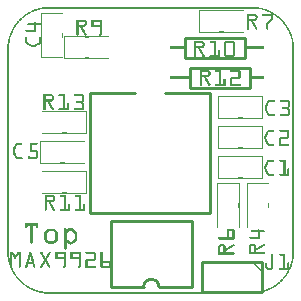
<source format=gto>
G04 MADE WITH FRITZING*
G04 WWW.FRITZING.ORG*
G04 DOUBLE SIDED*
G04 HOLES PLATED*
G04 CONTOUR ON CENTER OF CONTOUR VECTOR*
%ASAXBY*%
%FSLAX23Y23*%
%MOIN*%
%OFA0B0*%
%SFA1.0B1.0*%
%ADD10C,0.010000*%
%ADD11R,0.001000X0.001000*%
%LNSILK1*%
G90*
G70*
G54D10*
X702Y847D02*
X902Y847D01*
D02*
X902Y847D02*
X902Y781D01*
D02*
X902Y781D02*
X702Y781D01*
D02*
X702Y781D02*
X702Y847D01*
D02*
X367Y764D02*
X367Y364D01*
D02*
X367Y364D02*
X767Y364D01*
D02*
X767Y364D02*
X767Y764D01*
D02*
X367Y764D02*
X517Y764D01*
D02*
X617Y764D02*
X767Y764D01*
D02*
X883Y881D02*
X683Y881D01*
D02*
X683Y881D02*
X683Y947D01*
D02*
X683Y947D02*
X883Y947D01*
D02*
X883Y947D02*
X883Y881D01*
D02*
X708Y116D02*
X598Y116D01*
D02*
X548Y116D02*
X438Y116D01*
D02*
X438Y116D02*
X438Y336D01*
D02*
X438Y336D02*
X708Y336D01*
D02*
X708Y336D02*
X708Y116D01*
D02*
X942Y201D02*
X742Y201D01*
D02*
X742Y201D02*
X742Y101D01*
D02*
X742Y101D02*
X942Y101D01*
D02*
X942Y101D02*
X942Y201D01*
G54D11*
X227Y1050D02*
X913Y1050D01*
X215Y1049D02*
X925Y1049D01*
X209Y1048D02*
X931Y1048D01*
X203Y1047D02*
X937Y1047D01*
X199Y1046D02*
X941Y1046D01*
X195Y1045D02*
X945Y1045D01*
X192Y1044D02*
X218Y1044D01*
X922Y1044D02*
X948Y1044D01*
X189Y1043D02*
X211Y1043D01*
X929Y1043D02*
X951Y1043D01*
X186Y1042D02*
X205Y1042D01*
X935Y1042D02*
X954Y1042D01*
X183Y1041D02*
X200Y1041D01*
X940Y1041D02*
X957Y1041D01*
X181Y1040D02*
X196Y1040D01*
X944Y1040D02*
X959Y1040D01*
X178Y1039D02*
X193Y1039D01*
X731Y1039D02*
X882Y1039D01*
X947Y1039D02*
X962Y1039D01*
X176Y1038D02*
X190Y1038D01*
X731Y1038D02*
X882Y1038D01*
X950Y1038D02*
X964Y1038D01*
X174Y1037D02*
X187Y1037D01*
X731Y1037D02*
X882Y1037D01*
X953Y1037D02*
X966Y1037D01*
X172Y1036D02*
X184Y1036D01*
X731Y1036D02*
X733Y1036D01*
X799Y1036D02*
X814Y1036D01*
X880Y1036D02*
X882Y1036D01*
X956Y1036D02*
X968Y1036D01*
X170Y1035D02*
X181Y1035D01*
X731Y1035D02*
X733Y1035D01*
X880Y1035D02*
X882Y1035D01*
X959Y1035D02*
X970Y1035D01*
X168Y1034D02*
X179Y1034D01*
X731Y1034D02*
X733Y1034D01*
X880Y1034D02*
X882Y1034D01*
X961Y1034D02*
X972Y1034D01*
X166Y1033D02*
X177Y1033D01*
X731Y1033D02*
X733Y1033D01*
X880Y1033D02*
X882Y1033D01*
X963Y1033D02*
X974Y1033D01*
X164Y1032D02*
X174Y1032D01*
X731Y1032D02*
X733Y1032D01*
X880Y1032D02*
X882Y1032D01*
X966Y1032D02*
X976Y1032D01*
X162Y1031D02*
X172Y1031D01*
X731Y1031D02*
X733Y1031D01*
X880Y1031D02*
X882Y1031D01*
X968Y1031D02*
X978Y1031D01*
X161Y1030D02*
X170Y1030D01*
X205Y1030D02*
X278Y1030D01*
X731Y1030D02*
X733Y1030D01*
X880Y1030D02*
X882Y1030D01*
X970Y1030D02*
X979Y1030D01*
X159Y1029D02*
X168Y1029D01*
X205Y1029D02*
X278Y1029D01*
X731Y1029D02*
X733Y1029D01*
X880Y1029D02*
X882Y1029D01*
X972Y1029D02*
X981Y1029D01*
X158Y1028D02*
X167Y1028D01*
X205Y1028D02*
X278Y1028D01*
X731Y1028D02*
X733Y1028D01*
X880Y1028D02*
X882Y1028D01*
X973Y1028D02*
X982Y1028D01*
X156Y1027D02*
X165Y1027D01*
X205Y1027D02*
X206Y1027D01*
X277Y1027D02*
X278Y1027D01*
X731Y1027D02*
X733Y1027D01*
X880Y1027D02*
X882Y1027D01*
X892Y1027D02*
X919Y1027D01*
X943Y1027D02*
X984Y1027D01*
X154Y1026D02*
X163Y1026D01*
X205Y1026D02*
X206Y1026D01*
X277Y1026D02*
X278Y1026D01*
X731Y1026D02*
X733Y1026D01*
X880Y1026D02*
X882Y1026D01*
X892Y1026D02*
X921Y1026D01*
X943Y1026D02*
X986Y1026D01*
X153Y1025D02*
X161Y1025D01*
X205Y1025D02*
X206Y1025D01*
X277Y1025D02*
X278Y1025D01*
X731Y1025D02*
X733Y1025D01*
X880Y1025D02*
X882Y1025D01*
X892Y1025D02*
X922Y1025D01*
X942Y1025D02*
X976Y1025D01*
X979Y1025D02*
X987Y1025D01*
X152Y1024D02*
X160Y1024D01*
X205Y1024D02*
X206Y1024D01*
X277Y1024D02*
X278Y1024D01*
X731Y1024D02*
X733Y1024D01*
X880Y1024D02*
X882Y1024D01*
X892Y1024D02*
X923Y1024D01*
X942Y1024D02*
X976Y1024D01*
X980Y1024D02*
X988Y1024D01*
X150Y1023D02*
X158Y1023D01*
X205Y1023D02*
X206Y1023D01*
X277Y1023D02*
X278Y1023D01*
X731Y1023D02*
X733Y1023D01*
X880Y1023D02*
X882Y1023D01*
X892Y1023D02*
X924Y1023D01*
X942Y1023D02*
X976Y1023D01*
X982Y1023D02*
X990Y1023D01*
X149Y1022D02*
X157Y1022D01*
X205Y1022D02*
X206Y1022D01*
X277Y1022D02*
X278Y1022D01*
X731Y1022D02*
X733Y1022D01*
X880Y1022D02*
X882Y1022D01*
X892Y1022D02*
X924Y1022D01*
X942Y1022D02*
X976Y1022D01*
X983Y1022D02*
X991Y1022D01*
X148Y1021D02*
X155Y1021D01*
X205Y1021D02*
X206Y1021D01*
X277Y1021D02*
X278Y1021D01*
X731Y1021D02*
X733Y1021D01*
X880Y1021D02*
X882Y1021D01*
X892Y1021D02*
X925Y1021D01*
X942Y1021D02*
X976Y1021D01*
X985Y1021D02*
X992Y1021D01*
X146Y1020D02*
X154Y1020D01*
X205Y1020D02*
X206Y1020D01*
X277Y1020D02*
X278Y1020D01*
X731Y1020D02*
X733Y1020D01*
X880Y1020D02*
X882Y1020D01*
X892Y1020D02*
X898Y1020D01*
X918Y1020D02*
X925Y1020D01*
X943Y1020D02*
X948Y1020D01*
X970Y1020D02*
X976Y1020D01*
X986Y1020D02*
X994Y1020D01*
X145Y1019D02*
X152Y1019D01*
X205Y1019D02*
X206Y1019D01*
X277Y1019D02*
X278Y1019D01*
X731Y1019D02*
X733Y1019D01*
X880Y1019D02*
X882Y1019D01*
X892Y1019D02*
X898Y1019D01*
X919Y1019D02*
X925Y1019D01*
X943Y1019D02*
X947Y1019D01*
X970Y1019D02*
X976Y1019D01*
X988Y1019D02*
X995Y1019D01*
X144Y1018D02*
X151Y1018D01*
X205Y1018D02*
X206Y1018D01*
X277Y1018D02*
X278Y1018D01*
X731Y1018D02*
X733Y1018D01*
X880Y1018D02*
X882Y1018D01*
X892Y1018D02*
X898Y1018D01*
X919Y1018D02*
X926Y1018D01*
X970Y1018D02*
X976Y1018D01*
X989Y1018D02*
X996Y1018D01*
X143Y1017D02*
X150Y1017D01*
X205Y1017D02*
X206Y1017D01*
X277Y1017D02*
X278Y1017D01*
X731Y1017D02*
X733Y1017D01*
X880Y1017D02*
X882Y1017D01*
X892Y1017D02*
X898Y1017D01*
X920Y1017D02*
X926Y1017D01*
X970Y1017D02*
X976Y1017D01*
X990Y1017D02*
X997Y1017D01*
X141Y1016D02*
X148Y1016D01*
X205Y1016D02*
X206Y1016D01*
X277Y1016D02*
X278Y1016D01*
X731Y1016D02*
X733Y1016D01*
X880Y1016D02*
X882Y1016D01*
X892Y1016D02*
X898Y1016D01*
X920Y1016D02*
X926Y1016D01*
X970Y1016D02*
X976Y1016D01*
X992Y1016D02*
X999Y1016D01*
X140Y1015D02*
X147Y1015D01*
X205Y1015D02*
X206Y1015D01*
X277Y1015D02*
X278Y1015D01*
X731Y1015D02*
X733Y1015D01*
X880Y1015D02*
X882Y1015D01*
X892Y1015D02*
X898Y1015D01*
X920Y1015D02*
X926Y1015D01*
X970Y1015D02*
X976Y1015D01*
X993Y1015D02*
X1000Y1015D01*
X139Y1014D02*
X146Y1014D01*
X205Y1014D02*
X206Y1014D01*
X277Y1014D02*
X278Y1014D01*
X731Y1014D02*
X733Y1014D01*
X880Y1014D02*
X882Y1014D01*
X892Y1014D02*
X898Y1014D01*
X920Y1014D02*
X926Y1014D01*
X970Y1014D02*
X976Y1014D01*
X994Y1014D02*
X1001Y1014D01*
X138Y1013D02*
X145Y1013D01*
X205Y1013D02*
X206Y1013D01*
X277Y1013D02*
X278Y1013D01*
X731Y1013D02*
X733Y1013D01*
X880Y1013D02*
X882Y1013D01*
X892Y1013D02*
X898Y1013D01*
X919Y1013D02*
X926Y1013D01*
X970Y1013D02*
X976Y1013D01*
X995Y1013D02*
X1002Y1013D01*
X137Y1012D02*
X144Y1012D01*
X205Y1012D02*
X206Y1012D01*
X277Y1012D02*
X278Y1012D01*
X731Y1012D02*
X733Y1012D01*
X880Y1012D02*
X882Y1012D01*
X892Y1012D02*
X898Y1012D01*
X919Y1012D02*
X925Y1012D01*
X970Y1012D02*
X976Y1012D01*
X996Y1012D02*
X1003Y1012D01*
X136Y1011D02*
X142Y1011D01*
X205Y1011D02*
X206Y1011D01*
X277Y1011D02*
X278Y1011D01*
X731Y1011D02*
X733Y1011D01*
X880Y1011D02*
X882Y1011D01*
X892Y1011D02*
X898Y1011D01*
X918Y1011D02*
X925Y1011D01*
X970Y1011D02*
X976Y1011D01*
X998Y1011D02*
X1004Y1011D01*
X135Y1010D02*
X141Y1010D01*
X205Y1010D02*
X206Y1010D01*
X277Y1010D02*
X278Y1010D01*
X731Y1010D02*
X733Y1010D01*
X880Y1010D02*
X882Y1010D01*
X892Y1010D02*
X925Y1010D01*
X970Y1010D02*
X976Y1010D01*
X999Y1010D02*
X1005Y1010D01*
X134Y1009D02*
X140Y1009D01*
X205Y1009D02*
X206Y1009D01*
X277Y1009D02*
X278Y1009D01*
X731Y1009D02*
X733Y1009D01*
X880Y1009D02*
X882Y1009D01*
X892Y1009D02*
X924Y1009D01*
X970Y1009D02*
X976Y1009D01*
X1000Y1009D02*
X1006Y1009D01*
X133Y1008D02*
X139Y1008D01*
X205Y1008D02*
X206Y1008D01*
X277Y1008D02*
X278Y1008D01*
X731Y1008D02*
X733Y1008D01*
X880Y1008D02*
X882Y1008D01*
X892Y1008D02*
X924Y1008D01*
X969Y1008D02*
X976Y1008D01*
X1001Y1008D02*
X1007Y1008D01*
X132Y1007D02*
X138Y1007D01*
X205Y1007D02*
X206Y1007D01*
X277Y1007D02*
X278Y1007D01*
X323Y1007D02*
X350Y1007D01*
X374Y1007D02*
X405Y1007D01*
X731Y1007D02*
X733Y1007D01*
X880Y1007D02*
X882Y1007D01*
X892Y1007D02*
X923Y1007D01*
X968Y1007D02*
X976Y1007D01*
X1002Y1007D02*
X1008Y1007D01*
X131Y1006D02*
X137Y1006D01*
X205Y1006D02*
X206Y1006D01*
X277Y1006D02*
X278Y1006D01*
X323Y1006D02*
X352Y1006D01*
X373Y1006D02*
X406Y1006D01*
X731Y1006D02*
X733Y1006D01*
X880Y1006D02*
X882Y1006D01*
X892Y1006D02*
X922Y1006D01*
X967Y1006D02*
X976Y1006D01*
X1003Y1006D02*
X1009Y1006D01*
X130Y1005D02*
X136Y1005D01*
X205Y1005D02*
X206Y1005D01*
X277Y1005D02*
X278Y1005D01*
X323Y1005D02*
X353Y1005D01*
X373Y1005D02*
X406Y1005D01*
X731Y1005D02*
X733Y1005D01*
X880Y1005D02*
X882Y1005D01*
X892Y1005D02*
X921Y1005D01*
X966Y1005D02*
X975Y1005D01*
X1004Y1005D02*
X1010Y1005D01*
X129Y1004D02*
X135Y1004D01*
X205Y1004D02*
X206Y1004D01*
X277Y1004D02*
X278Y1004D01*
X323Y1004D02*
X354Y1004D01*
X373Y1004D02*
X406Y1004D01*
X731Y1004D02*
X733Y1004D01*
X880Y1004D02*
X882Y1004D01*
X892Y1004D02*
X919Y1004D01*
X965Y1004D02*
X974Y1004D01*
X1005Y1004D02*
X1011Y1004D01*
X128Y1003D02*
X134Y1003D01*
X205Y1003D02*
X206Y1003D01*
X277Y1003D02*
X278Y1003D01*
X323Y1003D02*
X355Y1003D01*
X373Y1003D02*
X406Y1003D01*
X731Y1003D02*
X733Y1003D01*
X880Y1003D02*
X882Y1003D01*
X892Y1003D02*
X898Y1003D01*
X904Y1003D02*
X911Y1003D01*
X963Y1003D02*
X973Y1003D01*
X1006Y1003D02*
X1012Y1003D01*
X127Y1002D02*
X133Y1002D01*
X205Y1002D02*
X206Y1002D01*
X277Y1002D02*
X278Y1002D01*
X323Y1002D02*
X355Y1002D01*
X373Y1002D02*
X406Y1002D01*
X731Y1002D02*
X733Y1002D01*
X880Y1002D02*
X882Y1002D01*
X892Y1002D02*
X898Y1002D01*
X905Y1002D02*
X912Y1002D01*
X962Y1002D02*
X972Y1002D01*
X1007Y1002D02*
X1013Y1002D01*
X126Y1001D02*
X132Y1001D01*
X205Y1001D02*
X206Y1001D01*
X277Y1001D02*
X278Y1001D01*
X323Y1001D02*
X356Y1001D01*
X373Y1001D02*
X406Y1001D01*
X731Y1001D02*
X733Y1001D01*
X880Y1001D02*
X882Y1001D01*
X892Y1001D02*
X898Y1001D01*
X905Y1001D02*
X912Y1001D01*
X961Y1001D02*
X971Y1001D01*
X1008Y1001D02*
X1014Y1001D01*
X126Y1000D02*
X131Y1000D01*
X205Y1000D02*
X206Y1000D01*
X277Y1000D02*
X278Y1000D01*
X323Y1000D02*
X329Y1000D01*
X349Y1000D02*
X356Y1000D01*
X373Y1000D02*
X379Y1000D01*
X400Y1000D02*
X406Y1000D01*
X731Y1000D02*
X733Y1000D01*
X880Y1000D02*
X882Y1000D01*
X892Y1000D02*
X898Y1000D01*
X906Y1000D02*
X913Y1000D01*
X960Y1000D02*
X970Y1000D01*
X1009Y1000D02*
X1014Y1000D01*
X125Y999D02*
X130Y999D01*
X205Y999D02*
X206Y999D01*
X277Y999D02*
X278Y999D01*
X323Y999D02*
X329Y999D01*
X350Y999D02*
X356Y999D01*
X373Y999D02*
X379Y999D01*
X400Y999D02*
X406Y999D01*
X731Y999D02*
X733Y999D01*
X880Y999D02*
X882Y999D01*
X892Y999D02*
X898Y999D01*
X906Y999D02*
X913Y999D01*
X959Y999D02*
X969Y999D01*
X1010Y999D02*
X1015Y999D01*
X124Y998D02*
X130Y998D01*
X183Y998D02*
X186Y998D01*
X205Y998D02*
X206Y998D01*
X277Y998D02*
X278Y998D01*
X323Y998D02*
X329Y998D01*
X350Y998D02*
X356Y998D01*
X373Y998D02*
X379Y998D01*
X400Y998D02*
X406Y998D01*
X731Y998D02*
X733Y998D01*
X880Y998D02*
X882Y998D01*
X892Y998D02*
X898Y998D01*
X907Y998D02*
X914Y998D01*
X958Y998D02*
X967Y998D01*
X1010Y998D02*
X1016Y998D01*
X123Y997D02*
X129Y997D01*
X182Y997D02*
X187Y997D01*
X205Y997D02*
X206Y997D01*
X277Y997D02*
X278Y997D01*
X323Y997D02*
X329Y997D01*
X350Y997D02*
X356Y997D01*
X373Y997D02*
X379Y997D01*
X400Y997D02*
X406Y997D01*
X731Y997D02*
X733Y997D01*
X880Y997D02*
X882Y997D01*
X892Y997D02*
X898Y997D01*
X907Y997D02*
X915Y997D01*
X957Y997D02*
X966Y997D01*
X1011Y997D02*
X1017Y997D01*
X122Y996D02*
X128Y996D01*
X181Y996D02*
X187Y996D01*
X205Y996D02*
X206Y996D01*
X277Y996D02*
X278Y996D01*
X323Y996D02*
X329Y996D01*
X350Y996D02*
X356Y996D01*
X373Y996D02*
X379Y996D01*
X400Y996D02*
X406Y996D01*
X731Y996D02*
X733Y996D01*
X880Y996D02*
X882Y996D01*
X892Y996D02*
X898Y996D01*
X908Y996D02*
X915Y996D01*
X956Y996D02*
X965Y996D01*
X1012Y996D02*
X1018Y996D01*
X122Y995D02*
X127Y995D01*
X160Y995D02*
X203Y995D01*
X205Y995D02*
X206Y995D01*
X277Y995D02*
X278Y995D01*
X323Y995D02*
X329Y995D01*
X350Y995D02*
X356Y995D01*
X373Y995D02*
X379Y995D01*
X400Y995D02*
X406Y995D01*
X731Y995D02*
X733Y995D01*
X880Y995D02*
X882Y995D01*
X892Y995D02*
X898Y995D01*
X909Y995D02*
X916Y995D01*
X956Y995D02*
X964Y995D01*
X1013Y995D02*
X1018Y995D01*
X121Y994D02*
X126Y994D01*
X159Y994D02*
X206Y994D01*
X277Y994D02*
X278Y994D01*
X323Y994D02*
X329Y994D01*
X350Y994D02*
X356Y994D01*
X373Y994D02*
X379Y994D01*
X400Y994D02*
X406Y994D01*
X731Y994D02*
X733Y994D01*
X880Y994D02*
X882Y994D01*
X892Y994D02*
X898Y994D01*
X909Y994D02*
X916Y994D01*
X956Y994D02*
X963Y994D01*
X1014Y994D02*
X1019Y994D01*
X120Y993D02*
X125Y993D01*
X158Y993D02*
X206Y993D01*
X277Y993D02*
X278Y993D01*
X323Y993D02*
X329Y993D01*
X350Y993D02*
X356Y993D01*
X373Y993D02*
X379Y993D01*
X400Y993D02*
X406Y993D01*
X731Y993D02*
X733Y993D01*
X880Y993D02*
X882Y993D01*
X892Y993D02*
X898Y993D01*
X910Y993D02*
X917Y993D01*
X956Y993D02*
X962Y993D01*
X1015Y993D02*
X1020Y993D01*
X119Y992D02*
X125Y992D01*
X158Y992D02*
X206Y992D01*
X277Y992D02*
X278Y992D01*
X323Y992D02*
X329Y992D01*
X350Y992D02*
X356Y992D01*
X373Y992D02*
X379Y992D01*
X400Y992D02*
X406Y992D01*
X731Y992D02*
X733Y992D01*
X880Y992D02*
X882Y992D01*
X892Y992D02*
X898Y992D01*
X910Y992D02*
X918Y992D01*
X956Y992D02*
X962Y992D01*
X1015Y992D02*
X1021Y992D01*
X119Y991D02*
X124Y991D01*
X158Y991D02*
X206Y991D01*
X277Y991D02*
X278Y991D01*
X323Y991D02*
X329Y991D01*
X349Y991D02*
X356Y991D01*
X373Y991D02*
X379Y991D01*
X400Y991D02*
X406Y991D01*
X731Y991D02*
X733Y991D01*
X880Y991D02*
X882Y991D01*
X892Y991D02*
X898Y991D01*
X911Y991D02*
X918Y991D01*
X956Y991D02*
X962Y991D01*
X1016Y991D02*
X1021Y991D01*
X118Y990D02*
X123Y990D01*
X158Y990D02*
X206Y990D01*
X277Y990D02*
X278Y990D01*
X323Y990D02*
X356Y990D01*
X373Y990D02*
X406Y990D01*
X731Y990D02*
X733Y990D01*
X880Y990D02*
X882Y990D01*
X892Y990D02*
X898Y990D01*
X912Y990D02*
X919Y990D01*
X956Y990D02*
X962Y990D01*
X1017Y990D02*
X1022Y990D01*
X117Y989D02*
X122Y989D01*
X159Y989D02*
X203Y989D01*
X205Y989D02*
X206Y989D01*
X277Y989D02*
X278Y989D01*
X323Y989D02*
X355Y989D01*
X373Y989D02*
X406Y989D01*
X731Y989D02*
X733Y989D01*
X880Y989D02*
X882Y989D01*
X892Y989D02*
X898Y989D01*
X912Y989D02*
X919Y989D01*
X956Y989D02*
X962Y989D01*
X1018Y989D02*
X1023Y989D01*
X116Y988D02*
X122Y988D01*
X181Y988D02*
X187Y988D01*
X205Y988D02*
X206Y988D01*
X277Y988D02*
X278Y988D01*
X323Y988D02*
X354Y988D01*
X373Y988D02*
X406Y988D01*
X731Y988D02*
X733Y988D01*
X880Y988D02*
X882Y988D01*
X892Y988D02*
X898Y988D01*
X913Y988D02*
X920Y988D01*
X956Y988D02*
X962Y988D01*
X1018Y988D02*
X1024Y988D01*
X116Y987D02*
X121Y987D01*
X181Y987D02*
X187Y987D01*
X205Y987D02*
X206Y987D01*
X277Y987D02*
X278Y987D01*
X323Y987D02*
X354Y987D01*
X373Y987D02*
X406Y987D01*
X731Y987D02*
X733Y987D01*
X880Y987D02*
X882Y987D01*
X892Y987D02*
X898Y987D01*
X913Y987D02*
X920Y987D01*
X956Y987D02*
X962Y987D01*
X1019Y987D02*
X1024Y987D01*
X115Y986D02*
X120Y986D01*
X181Y986D02*
X187Y986D01*
X205Y986D02*
X206Y986D01*
X277Y986D02*
X278Y986D01*
X323Y986D02*
X353Y986D01*
X373Y986D02*
X406Y986D01*
X731Y986D02*
X733Y986D01*
X880Y986D02*
X882Y986D01*
X892Y986D02*
X898Y986D01*
X914Y986D02*
X921Y986D01*
X956Y986D02*
X962Y986D01*
X1020Y986D02*
X1025Y986D01*
X115Y985D02*
X120Y985D01*
X181Y985D02*
X187Y985D01*
X205Y985D02*
X206Y985D01*
X277Y985D02*
X278Y985D01*
X323Y985D02*
X351Y985D01*
X373Y985D02*
X406Y985D01*
X731Y985D02*
X733Y985D01*
X880Y985D02*
X882Y985D01*
X892Y985D02*
X898Y985D01*
X914Y985D02*
X922Y985D01*
X956Y985D02*
X962Y985D01*
X1020Y985D02*
X1025Y985D01*
X114Y984D02*
X119Y984D01*
X181Y984D02*
X187Y984D01*
X205Y984D02*
X206Y984D01*
X277Y984D02*
X278Y984D01*
X323Y984D02*
X349Y984D01*
X374Y984D02*
X406Y984D01*
X731Y984D02*
X733Y984D01*
X880Y984D02*
X882Y984D01*
X892Y984D02*
X898Y984D01*
X915Y984D02*
X922Y984D01*
X956Y984D02*
X962Y984D01*
X1021Y984D02*
X1026Y984D01*
X113Y983D02*
X118Y983D01*
X181Y983D02*
X187Y983D01*
X205Y983D02*
X206Y983D01*
X277Y983D02*
X278Y983D01*
X323Y983D02*
X329Y983D01*
X335Y983D02*
X342Y983D01*
X400Y983D02*
X406Y983D01*
X731Y983D02*
X733Y983D01*
X880Y983D02*
X882Y983D01*
X892Y983D02*
X898Y983D01*
X916Y983D02*
X923Y983D01*
X956Y983D02*
X962Y983D01*
X1022Y983D02*
X1027Y983D01*
X113Y982D02*
X118Y982D01*
X181Y982D02*
X187Y982D01*
X205Y982D02*
X206Y982D01*
X277Y982D02*
X278Y982D01*
X323Y982D02*
X329Y982D01*
X335Y982D02*
X342Y982D01*
X400Y982D02*
X406Y982D01*
X731Y982D02*
X733Y982D01*
X880Y982D02*
X882Y982D01*
X892Y982D02*
X898Y982D01*
X916Y982D02*
X923Y982D01*
X956Y982D02*
X962Y982D01*
X1022Y982D02*
X1027Y982D01*
X112Y981D02*
X117Y981D01*
X181Y981D02*
X187Y981D01*
X205Y981D02*
X206Y981D01*
X277Y981D02*
X278Y981D01*
X323Y981D02*
X329Y981D01*
X336Y981D02*
X343Y981D01*
X400Y981D02*
X406Y981D01*
X731Y981D02*
X733Y981D01*
X880Y981D02*
X882Y981D01*
X892Y981D02*
X898Y981D01*
X917Y981D02*
X924Y981D01*
X956Y981D02*
X962Y981D01*
X1023Y981D02*
X1028Y981D01*
X111Y980D02*
X116Y980D01*
X181Y980D02*
X187Y980D01*
X205Y980D02*
X206Y980D01*
X277Y980D02*
X278Y980D01*
X323Y980D02*
X329Y980D01*
X336Y980D02*
X344Y980D01*
X400Y980D02*
X406Y980D01*
X731Y980D02*
X733Y980D01*
X880Y980D02*
X882Y980D01*
X892Y980D02*
X898Y980D01*
X917Y980D02*
X925Y980D01*
X956Y980D02*
X962Y980D01*
X1024Y980D02*
X1029Y980D01*
X111Y979D02*
X116Y979D01*
X181Y979D02*
X187Y979D01*
X205Y979D02*
X206Y979D01*
X277Y979D02*
X278Y979D01*
X323Y979D02*
X329Y979D01*
X337Y979D02*
X344Y979D01*
X400Y979D02*
X406Y979D01*
X731Y979D02*
X733Y979D01*
X880Y979D02*
X882Y979D01*
X892Y979D02*
X898Y979D01*
X918Y979D02*
X925Y979D01*
X956Y979D02*
X962Y979D01*
X1024Y979D02*
X1029Y979D01*
X110Y978D02*
X115Y978D01*
X181Y978D02*
X187Y978D01*
X205Y978D02*
X206Y978D01*
X277Y978D02*
X278Y978D01*
X323Y978D02*
X329Y978D01*
X338Y978D02*
X345Y978D01*
X400Y978D02*
X406Y978D01*
X731Y978D02*
X733Y978D01*
X880Y978D02*
X882Y978D01*
X892Y978D02*
X898Y978D01*
X919Y978D02*
X925Y978D01*
X956Y978D02*
X962Y978D01*
X1025Y978D02*
X1030Y978D01*
X110Y977D02*
X115Y977D01*
X181Y977D02*
X187Y977D01*
X205Y977D02*
X206Y977D01*
X277Y977D02*
X278Y977D01*
X323Y977D02*
X329Y977D01*
X338Y977D02*
X345Y977D01*
X400Y977D02*
X406Y977D01*
X731Y977D02*
X733Y977D01*
X880Y977D02*
X882Y977D01*
X892Y977D02*
X898Y977D01*
X919Y977D02*
X926Y977D01*
X956Y977D02*
X962Y977D01*
X1025Y977D02*
X1030Y977D01*
X109Y976D02*
X114Y976D01*
X181Y976D02*
X187Y976D01*
X205Y976D02*
X206Y976D01*
X277Y976D02*
X278Y976D01*
X323Y976D02*
X329Y976D01*
X339Y976D02*
X346Y976D01*
X400Y976D02*
X406Y976D01*
X731Y976D02*
X733Y976D01*
X880Y976D02*
X882Y976D01*
X892Y976D02*
X898Y976D01*
X920Y976D02*
X925Y976D01*
X956Y976D02*
X962Y976D01*
X1026Y976D02*
X1031Y976D01*
X109Y975D02*
X114Y975D01*
X181Y975D02*
X187Y975D01*
X205Y975D02*
X206Y975D01*
X277Y975D02*
X278Y975D01*
X323Y975D02*
X329Y975D01*
X339Y975D02*
X347Y975D01*
X400Y975D02*
X406Y975D01*
X731Y975D02*
X733Y975D01*
X880Y975D02*
X882Y975D01*
X893Y975D02*
X897Y975D01*
X921Y975D02*
X925Y975D01*
X957Y975D02*
X961Y975D01*
X1026Y975D02*
X1031Y975D01*
X108Y974D02*
X113Y974D01*
X153Y974D02*
X187Y974D01*
X205Y974D02*
X206Y974D01*
X277Y974D02*
X278Y974D01*
X323Y974D02*
X329Y974D01*
X340Y974D02*
X347Y974D01*
X400Y974D02*
X406Y974D01*
X731Y974D02*
X733Y974D01*
X880Y974D02*
X882Y974D01*
X894Y974D02*
X896Y974D01*
X922Y974D02*
X923Y974D01*
X958Y974D02*
X960Y974D01*
X1027Y974D02*
X1032Y974D01*
X108Y973D02*
X112Y973D01*
X152Y973D02*
X187Y973D01*
X205Y973D02*
X206Y973D01*
X277Y973D02*
X278Y973D01*
X323Y973D02*
X329Y973D01*
X341Y973D02*
X348Y973D01*
X400Y973D02*
X406Y973D01*
X731Y973D02*
X733Y973D01*
X880Y973D02*
X882Y973D01*
X1028Y973D02*
X1032Y973D01*
X107Y972D02*
X112Y972D01*
X152Y972D02*
X187Y972D01*
X205Y972D02*
X206Y972D01*
X277Y972D02*
X278Y972D01*
X323Y972D02*
X329Y972D01*
X341Y972D02*
X348Y972D01*
X400Y972D02*
X406Y972D01*
X731Y972D02*
X733Y972D01*
X880Y972D02*
X882Y972D01*
X1028Y972D02*
X1033Y972D01*
X107Y971D02*
X111Y971D01*
X152Y971D02*
X187Y971D01*
X205Y971D02*
X206Y971D01*
X277Y971D02*
X278Y971D01*
X323Y971D02*
X329Y971D01*
X342Y971D02*
X349Y971D01*
X400Y971D02*
X406Y971D01*
X731Y971D02*
X733Y971D01*
X880Y971D02*
X882Y971D01*
X1029Y971D02*
X1033Y971D01*
X106Y970D02*
X111Y970D01*
X152Y970D02*
X187Y970D01*
X205Y970D02*
X206Y970D01*
X277Y970D02*
X278Y970D01*
X323Y970D02*
X329Y970D01*
X342Y970D02*
X349Y970D01*
X400Y970D02*
X406Y970D01*
X731Y970D02*
X733Y970D01*
X880Y970D02*
X882Y970D01*
X1029Y970D02*
X1034Y970D01*
X106Y969D02*
X110Y969D01*
X153Y969D02*
X187Y969D01*
X205Y969D02*
X206Y969D01*
X277Y969D02*
X278Y969D01*
X323Y969D02*
X329Y969D01*
X343Y969D02*
X350Y969D01*
X400Y969D02*
X406Y969D01*
X731Y969D02*
X733Y969D01*
X880Y969D02*
X882Y969D01*
X1030Y969D02*
X1034Y969D01*
X105Y968D02*
X110Y968D01*
X154Y968D02*
X187Y968D01*
X205Y968D02*
X206Y968D01*
X277Y968D02*
X278Y968D01*
X323Y968D02*
X329Y968D01*
X343Y968D02*
X351Y968D01*
X400Y968D02*
X406Y968D01*
X731Y968D02*
X733Y968D01*
X799Y968D02*
X814Y968D01*
X880Y968D02*
X882Y968D01*
X1030Y968D02*
X1035Y968D01*
X105Y967D02*
X109Y967D01*
X205Y967D02*
X206Y967D01*
X277Y967D02*
X278Y967D01*
X323Y967D02*
X329Y967D01*
X344Y967D02*
X351Y967D01*
X400Y967D02*
X406Y967D01*
X731Y967D02*
X882Y967D01*
X1030Y967D02*
X1035Y967D01*
X104Y966D02*
X109Y966D01*
X205Y966D02*
X206Y966D01*
X277Y966D02*
X278Y966D01*
X323Y966D02*
X329Y966D01*
X345Y966D02*
X352Y966D01*
X400Y966D02*
X406Y966D01*
X731Y966D02*
X882Y966D01*
X1031Y966D02*
X1036Y966D01*
X104Y965D02*
X109Y965D01*
X205Y965D02*
X206Y965D01*
X277Y965D02*
X278Y965D01*
X323Y965D02*
X329Y965D01*
X345Y965D02*
X352Y965D01*
X400Y965D02*
X406Y965D01*
X731Y965D02*
X882Y965D01*
X1031Y965D02*
X1036Y965D01*
X103Y964D02*
X108Y964D01*
X205Y964D02*
X206Y964D01*
X277Y964D02*
X278Y964D01*
X323Y964D02*
X329Y964D01*
X346Y964D02*
X353Y964D01*
X400Y964D02*
X406Y964D01*
X1032Y964D02*
X1037Y964D01*
X103Y963D02*
X108Y963D01*
X205Y963D02*
X207Y963D01*
X276Y963D02*
X278Y963D01*
X323Y963D02*
X329Y963D01*
X346Y963D02*
X354Y963D01*
X400Y963D02*
X406Y963D01*
X1032Y963D02*
X1037Y963D01*
X103Y962D02*
X107Y962D01*
X205Y962D02*
X208Y962D01*
X275Y962D02*
X278Y962D01*
X323Y962D02*
X329Y962D01*
X347Y962D02*
X354Y962D01*
X400Y962D02*
X406Y962D01*
X1033Y962D02*
X1037Y962D01*
X102Y961D02*
X107Y961D01*
X205Y961D02*
X208Y961D01*
X275Y961D02*
X278Y961D01*
X323Y961D02*
X329Y961D01*
X348Y961D02*
X355Y961D01*
X400Y961D02*
X406Y961D01*
X1033Y961D02*
X1038Y961D01*
X102Y960D02*
X106Y960D01*
X205Y960D02*
X208Y960D01*
X275Y960D02*
X278Y960D01*
X323Y960D02*
X329Y960D01*
X348Y960D02*
X355Y960D01*
X398Y960D02*
X406Y960D01*
X1034Y960D02*
X1038Y960D01*
X101Y959D02*
X106Y959D01*
X205Y959D02*
X208Y959D01*
X275Y959D02*
X278Y959D01*
X323Y959D02*
X329Y959D01*
X349Y959D02*
X356Y959D01*
X397Y959D02*
X406Y959D01*
X1034Y959D02*
X1039Y959D01*
X101Y958D02*
X106Y958D01*
X205Y958D02*
X208Y958D01*
X275Y958D02*
X278Y958D01*
X323Y958D02*
X329Y958D01*
X349Y958D02*
X356Y958D01*
X397Y958D02*
X406Y958D01*
X1034Y958D02*
X1039Y958D01*
X101Y957D02*
X105Y957D01*
X205Y957D02*
X208Y957D01*
X275Y957D02*
X278Y957D01*
X323Y957D02*
X329Y957D01*
X350Y957D02*
X356Y957D01*
X397Y957D02*
X406Y957D01*
X1035Y957D02*
X1039Y957D01*
X100Y956D02*
X105Y956D01*
X205Y956D02*
X208Y956D01*
X275Y956D02*
X278Y956D01*
X323Y956D02*
X328Y956D01*
X350Y956D02*
X356Y956D01*
X397Y956D02*
X406Y956D01*
X1035Y956D02*
X1040Y956D01*
X100Y955D02*
X105Y955D01*
X205Y955D02*
X208Y955D01*
X275Y955D02*
X278Y955D01*
X324Y955D02*
X328Y955D01*
X351Y955D02*
X355Y955D01*
X398Y955D02*
X405Y955D01*
X1035Y955D02*
X1040Y955D01*
X100Y954D02*
X104Y954D01*
X205Y954D02*
X208Y954D01*
X275Y954D02*
X278Y954D01*
X325Y954D02*
X326Y954D01*
X353Y954D02*
X353Y954D01*
X400Y954D02*
X404Y954D01*
X1036Y954D02*
X1040Y954D01*
X99Y953D02*
X104Y953D01*
X205Y953D02*
X208Y953D01*
X275Y953D02*
X278Y953D01*
X1036Y953D02*
X1041Y953D01*
X99Y952D02*
X104Y952D01*
X205Y952D02*
X208Y952D01*
X275Y952D02*
X278Y952D01*
X1036Y952D02*
X1041Y952D01*
X99Y951D02*
X103Y951D01*
X205Y951D02*
X208Y951D01*
X275Y951D02*
X278Y951D01*
X282Y951D02*
X432Y951D01*
X1037Y951D02*
X1041Y951D01*
X98Y950D02*
X103Y950D01*
X154Y950D02*
X156Y950D01*
X201Y950D02*
X203Y950D01*
X205Y950D02*
X208Y950D01*
X275Y950D02*
X278Y950D01*
X282Y950D02*
X432Y950D01*
X1037Y950D02*
X1042Y950D01*
X98Y949D02*
X103Y949D01*
X153Y949D02*
X157Y949D01*
X200Y949D02*
X208Y949D01*
X275Y949D02*
X278Y949D01*
X282Y949D02*
X432Y949D01*
X1037Y949D02*
X1042Y949D01*
X98Y948D02*
X102Y948D01*
X152Y948D02*
X158Y948D01*
X199Y948D02*
X208Y948D01*
X275Y948D02*
X278Y948D01*
X282Y948D02*
X283Y948D01*
X350Y948D02*
X364Y948D01*
X430Y948D02*
X432Y948D01*
X1038Y948D02*
X1042Y948D01*
X97Y947D02*
X102Y947D01*
X152Y947D02*
X158Y947D01*
X199Y947D02*
X207Y947D01*
X276Y947D02*
X278Y947D01*
X282Y947D02*
X283Y947D01*
X430Y947D02*
X432Y947D01*
X1038Y947D02*
X1043Y947D01*
X97Y946D02*
X102Y946D01*
X152Y946D02*
X158Y946D01*
X199Y946D02*
X206Y946D01*
X277Y946D02*
X278Y946D01*
X282Y946D02*
X283Y946D01*
X430Y946D02*
X432Y946D01*
X1038Y946D02*
X1043Y946D01*
X97Y945D02*
X101Y945D01*
X152Y945D02*
X158Y945D01*
X199Y945D02*
X206Y945D01*
X277Y945D02*
X278Y945D01*
X282Y945D02*
X283Y945D01*
X430Y945D02*
X432Y945D01*
X1039Y945D02*
X1043Y945D01*
X97Y944D02*
X101Y944D01*
X152Y944D02*
X158Y944D01*
X199Y944D02*
X206Y944D01*
X277Y944D02*
X278Y944D01*
X282Y944D02*
X283Y944D01*
X430Y944D02*
X432Y944D01*
X1039Y944D02*
X1043Y944D01*
X96Y943D02*
X101Y943D01*
X152Y943D02*
X158Y943D01*
X199Y943D02*
X206Y943D01*
X277Y943D02*
X278Y943D01*
X282Y943D02*
X283Y943D01*
X430Y943D02*
X432Y943D01*
X1039Y943D02*
X1044Y943D01*
X96Y942D02*
X101Y942D01*
X152Y942D02*
X158Y942D01*
X199Y942D02*
X206Y942D01*
X277Y942D02*
X278Y942D01*
X282Y942D02*
X283Y942D01*
X430Y942D02*
X432Y942D01*
X1039Y942D02*
X1044Y942D01*
X96Y941D02*
X100Y941D01*
X152Y941D02*
X158Y941D01*
X199Y941D02*
X206Y941D01*
X277Y941D02*
X278Y941D01*
X282Y941D02*
X283Y941D01*
X430Y941D02*
X432Y941D01*
X1040Y941D02*
X1044Y941D01*
X96Y940D02*
X100Y940D01*
X152Y940D02*
X158Y940D01*
X199Y940D02*
X206Y940D01*
X277Y940D02*
X278Y940D01*
X282Y940D02*
X283Y940D01*
X430Y940D02*
X432Y940D01*
X1040Y940D02*
X1044Y940D01*
X95Y939D02*
X100Y939D01*
X152Y939D02*
X158Y939D01*
X199Y939D02*
X206Y939D01*
X277Y939D02*
X278Y939D01*
X282Y939D02*
X283Y939D01*
X430Y939D02*
X432Y939D01*
X1040Y939D02*
X1044Y939D01*
X95Y938D02*
X100Y938D01*
X152Y938D02*
X158Y938D01*
X199Y938D02*
X206Y938D01*
X277Y938D02*
X278Y938D01*
X282Y938D02*
X283Y938D01*
X430Y938D02*
X432Y938D01*
X1040Y938D02*
X1045Y938D01*
X95Y937D02*
X100Y937D01*
X152Y937D02*
X158Y937D01*
X199Y937D02*
X206Y937D01*
X277Y937D02*
X278Y937D01*
X282Y937D02*
X283Y937D01*
X430Y937D02*
X432Y937D01*
X1040Y937D02*
X1045Y937D01*
X95Y936D02*
X99Y936D01*
X152Y936D02*
X158Y936D01*
X199Y936D02*
X206Y936D01*
X277Y936D02*
X278Y936D01*
X282Y936D02*
X283Y936D01*
X430Y936D02*
X432Y936D01*
X716Y936D02*
X742Y936D01*
X768Y936D02*
X786Y936D01*
X821Y936D02*
X846Y936D01*
X1041Y936D02*
X1045Y936D01*
X95Y935D02*
X99Y935D01*
X152Y935D02*
X158Y935D01*
X199Y935D02*
X206Y935D01*
X277Y935D02*
X278Y935D01*
X282Y935D02*
X283Y935D01*
X430Y935D02*
X432Y935D01*
X716Y935D02*
X744Y935D01*
X767Y935D02*
X786Y935D01*
X819Y935D02*
X847Y935D01*
X1041Y935D02*
X1045Y935D01*
X95Y934D02*
X99Y934D01*
X152Y934D02*
X158Y934D01*
X199Y934D02*
X206Y934D01*
X277Y934D02*
X278Y934D01*
X282Y934D02*
X283Y934D01*
X430Y934D02*
X432Y934D01*
X716Y934D02*
X746Y934D01*
X766Y934D02*
X786Y934D01*
X818Y934D02*
X848Y934D01*
X1041Y934D02*
X1045Y934D01*
X94Y933D02*
X99Y933D01*
X152Y933D02*
X158Y933D01*
X199Y933D02*
X206Y933D01*
X277Y933D02*
X278Y933D01*
X282Y933D02*
X283Y933D01*
X430Y933D02*
X432Y933D01*
X716Y933D02*
X747Y933D01*
X766Y933D02*
X786Y933D01*
X817Y933D02*
X849Y933D01*
X1041Y933D02*
X1046Y933D01*
X94Y932D02*
X99Y932D01*
X152Y932D02*
X158Y932D01*
X198Y932D02*
X206Y932D01*
X277Y932D02*
X278Y932D01*
X282Y932D02*
X283Y932D01*
X430Y932D02*
X432Y932D01*
X716Y932D02*
X748Y932D01*
X766Y932D02*
X786Y932D01*
X817Y932D02*
X849Y932D01*
X1041Y932D02*
X1046Y932D01*
X94Y931D02*
X99Y931D01*
X152Y931D02*
X160Y931D01*
X197Y931D02*
X206Y931D01*
X277Y931D02*
X278Y931D01*
X282Y931D02*
X283Y931D01*
X430Y931D02*
X432Y931D01*
X716Y931D02*
X748Y931D01*
X767Y931D02*
X786Y931D01*
X816Y931D02*
X850Y931D01*
X1041Y931D02*
X1046Y931D01*
X94Y930D02*
X98Y930D01*
X153Y930D02*
X161Y930D01*
X195Y930D02*
X206Y930D01*
X277Y930D02*
X278Y930D01*
X282Y930D02*
X283Y930D01*
X430Y930D02*
X432Y930D01*
X716Y930D02*
X749Y930D01*
X768Y930D02*
X786Y930D01*
X816Y930D02*
X850Y930D01*
X1042Y930D02*
X1046Y930D01*
X94Y929D02*
X98Y929D01*
X153Y929D02*
X163Y929D01*
X193Y929D02*
X206Y929D01*
X277Y929D02*
X278Y929D01*
X282Y929D02*
X283Y929D01*
X430Y929D02*
X432Y929D01*
X716Y929D02*
X722Y929D01*
X742Y929D02*
X749Y929D01*
X780Y929D02*
X786Y929D01*
X816Y929D02*
X822Y929D01*
X844Y929D02*
X850Y929D01*
X1042Y929D02*
X1046Y929D01*
X94Y928D02*
X98Y928D01*
X154Y928D02*
X165Y928D01*
X191Y928D02*
X203Y928D01*
X205Y928D02*
X206Y928D01*
X277Y928D02*
X278Y928D01*
X282Y928D02*
X283Y928D01*
X430Y928D02*
X432Y928D01*
X716Y928D02*
X722Y928D01*
X743Y928D02*
X749Y928D01*
X780Y928D02*
X786Y928D01*
X816Y928D02*
X822Y928D01*
X844Y928D02*
X850Y928D01*
X1042Y928D02*
X1046Y928D01*
X93Y927D02*
X98Y927D01*
X154Y927D02*
X167Y927D01*
X189Y927D02*
X202Y927D01*
X205Y927D02*
X206Y927D01*
X277Y927D02*
X278Y927D01*
X282Y927D02*
X283Y927D01*
X430Y927D02*
X432Y927D01*
X716Y927D02*
X722Y927D01*
X743Y927D02*
X749Y927D01*
X780Y927D02*
X786Y927D01*
X816Y927D02*
X822Y927D01*
X844Y927D02*
X850Y927D01*
X1042Y927D02*
X1047Y927D01*
X93Y926D02*
X98Y926D01*
X155Y926D02*
X169Y926D01*
X187Y926D02*
X201Y926D01*
X205Y926D02*
X206Y926D01*
X277Y926D02*
X278Y926D01*
X282Y926D02*
X283Y926D01*
X430Y926D02*
X432Y926D01*
X716Y926D02*
X722Y926D01*
X743Y926D02*
X750Y926D01*
X780Y926D02*
X786Y926D01*
X816Y926D02*
X822Y926D01*
X844Y926D02*
X850Y926D01*
X1042Y926D02*
X1047Y926D01*
X93Y925D02*
X98Y925D01*
X157Y925D02*
X171Y925D01*
X185Y925D02*
X200Y925D01*
X205Y925D02*
X206Y925D01*
X277Y925D02*
X278Y925D01*
X282Y925D02*
X283Y925D01*
X430Y925D02*
X432Y925D01*
X716Y925D02*
X722Y925D01*
X744Y925D02*
X750Y925D01*
X780Y925D02*
X786Y925D01*
X816Y925D02*
X822Y925D01*
X844Y925D02*
X850Y925D01*
X1042Y925D02*
X1047Y925D01*
X93Y924D02*
X98Y924D01*
X158Y924D02*
X173Y924D01*
X184Y924D02*
X198Y924D01*
X205Y924D02*
X206Y924D01*
X277Y924D02*
X278Y924D01*
X282Y924D02*
X283Y924D01*
X430Y924D02*
X432Y924D01*
X716Y924D02*
X722Y924D01*
X744Y924D02*
X750Y924D01*
X780Y924D02*
X786Y924D01*
X816Y924D02*
X822Y924D01*
X844Y924D02*
X850Y924D01*
X1042Y924D02*
X1047Y924D01*
X93Y923D02*
X97Y923D01*
X161Y923D02*
X176Y923D01*
X181Y923D02*
X196Y923D01*
X205Y923D02*
X206Y923D01*
X277Y923D02*
X278Y923D01*
X282Y923D02*
X283Y923D01*
X430Y923D02*
X432Y923D01*
X716Y923D02*
X722Y923D01*
X744Y923D02*
X750Y923D01*
X780Y923D02*
X786Y923D01*
X816Y923D02*
X822Y923D01*
X844Y923D02*
X850Y923D01*
X1043Y923D02*
X1047Y923D01*
X93Y922D02*
X97Y922D01*
X163Y922D02*
X194Y922D01*
X205Y922D02*
X206Y922D01*
X277Y922D02*
X278Y922D01*
X282Y922D02*
X283Y922D01*
X430Y922D02*
X432Y922D01*
X716Y922D02*
X722Y922D01*
X743Y922D02*
X749Y922D01*
X780Y922D02*
X786Y922D01*
X816Y922D02*
X822Y922D01*
X844Y922D02*
X850Y922D01*
X1043Y922D02*
X1047Y922D01*
X93Y921D02*
X97Y921D01*
X165Y921D02*
X192Y921D01*
X205Y921D02*
X206Y921D01*
X277Y921D02*
X278Y921D01*
X282Y921D02*
X283Y921D01*
X430Y921D02*
X432Y921D01*
X716Y921D02*
X722Y921D01*
X743Y921D02*
X749Y921D01*
X780Y921D02*
X786Y921D01*
X816Y921D02*
X822Y921D01*
X844Y921D02*
X850Y921D01*
X1043Y921D02*
X1047Y921D01*
X93Y920D02*
X97Y920D01*
X167Y920D02*
X190Y920D01*
X205Y920D02*
X206Y920D01*
X277Y920D02*
X278Y920D01*
X282Y920D02*
X283Y920D01*
X430Y920D02*
X432Y920D01*
X716Y920D02*
X722Y920D01*
X742Y920D02*
X749Y920D01*
X780Y920D02*
X786Y920D01*
X816Y920D02*
X822Y920D01*
X844Y920D02*
X850Y920D01*
X1043Y920D02*
X1047Y920D01*
X93Y919D02*
X97Y919D01*
X169Y919D02*
X188Y919D01*
X205Y919D02*
X206Y919D01*
X277Y919D02*
X278Y919D01*
X282Y919D02*
X283Y919D01*
X430Y919D02*
X432Y919D01*
X634Y919D02*
X681Y919D01*
X716Y919D02*
X722Y919D01*
X740Y919D02*
X749Y919D01*
X780Y919D02*
X786Y919D01*
X816Y919D02*
X822Y919D01*
X844Y919D02*
X850Y919D01*
X882Y919D02*
X948Y919D01*
X1043Y919D02*
X1047Y919D01*
X93Y918D02*
X97Y918D01*
X171Y918D02*
X186Y918D01*
X205Y918D02*
X206Y918D01*
X277Y918D02*
X278Y918D01*
X282Y918D02*
X283Y918D01*
X430Y918D02*
X432Y918D01*
X634Y918D02*
X681Y918D01*
X716Y918D02*
X748Y918D01*
X780Y918D02*
X786Y918D01*
X816Y918D02*
X822Y918D01*
X844Y918D02*
X850Y918D01*
X882Y918D02*
X948Y918D01*
X1043Y918D02*
X1047Y918D01*
X93Y917D02*
X97Y917D01*
X173Y917D02*
X184Y917D01*
X205Y917D02*
X206Y917D01*
X277Y917D02*
X278Y917D01*
X282Y917D02*
X283Y917D01*
X430Y917D02*
X432Y917D01*
X634Y917D02*
X681Y917D01*
X716Y917D02*
X748Y917D01*
X780Y917D02*
X786Y917D01*
X816Y917D02*
X822Y917D01*
X844Y917D02*
X850Y917D01*
X882Y917D02*
X948Y917D01*
X1043Y917D02*
X1047Y917D01*
X93Y916D02*
X97Y916D01*
X176Y916D02*
X180Y916D01*
X205Y916D02*
X206Y916D01*
X277Y916D02*
X278Y916D01*
X282Y916D02*
X283Y916D01*
X430Y916D02*
X432Y916D01*
X634Y916D02*
X681Y916D01*
X716Y916D02*
X747Y916D01*
X780Y916D02*
X786Y916D01*
X816Y916D02*
X822Y916D01*
X844Y916D02*
X850Y916D01*
X882Y916D02*
X948Y916D01*
X1043Y916D02*
X1047Y916D01*
X92Y915D02*
X97Y915D01*
X205Y915D02*
X206Y915D01*
X277Y915D02*
X278Y915D01*
X282Y915D02*
X283Y915D01*
X430Y915D02*
X432Y915D01*
X634Y915D02*
X681Y915D01*
X716Y915D02*
X746Y915D01*
X780Y915D02*
X786Y915D01*
X816Y915D02*
X822Y915D01*
X844Y915D02*
X850Y915D01*
X882Y915D02*
X948Y915D01*
X1043Y915D02*
X1048Y915D01*
X92Y914D02*
X97Y914D01*
X205Y914D02*
X206Y914D01*
X277Y914D02*
X278Y914D01*
X282Y914D02*
X283Y914D01*
X430Y914D02*
X432Y914D01*
X634Y914D02*
X681Y914D01*
X716Y914D02*
X745Y914D01*
X780Y914D02*
X786Y914D01*
X816Y914D02*
X822Y914D01*
X844Y914D02*
X850Y914D01*
X882Y914D02*
X948Y914D01*
X1043Y914D02*
X1048Y914D01*
X92Y913D02*
X97Y913D01*
X205Y913D02*
X206Y913D01*
X277Y913D02*
X278Y913D01*
X282Y913D02*
X283Y913D01*
X430Y913D02*
X432Y913D01*
X634Y913D02*
X681Y913D01*
X716Y913D02*
X744Y913D01*
X780Y913D02*
X786Y913D01*
X816Y913D02*
X822Y913D01*
X844Y913D02*
X850Y913D01*
X882Y913D02*
X948Y913D01*
X1043Y913D02*
X1048Y913D01*
X92Y912D02*
X97Y912D01*
X205Y912D02*
X206Y912D01*
X277Y912D02*
X278Y912D01*
X282Y912D02*
X283Y912D01*
X430Y912D02*
X432Y912D01*
X634Y912D02*
X681Y912D01*
X716Y912D02*
X740Y912D01*
X780Y912D02*
X786Y912D01*
X816Y912D02*
X822Y912D01*
X844Y912D02*
X850Y912D01*
X882Y912D02*
X948Y912D01*
X1043Y912D02*
X1048Y912D01*
X92Y911D02*
X97Y911D01*
X205Y911D02*
X206Y911D01*
X277Y911D02*
X278Y911D01*
X282Y911D02*
X283Y911D01*
X430Y911D02*
X432Y911D01*
X634Y911D02*
X681Y911D01*
X716Y911D02*
X722Y911D01*
X728Y911D02*
X735Y911D01*
X780Y911D02*
X786Y911D01*
X816Y911D02*
X822Y911D01*
X844Y911D02*
X850Y911D01*
X882Y911D02*
X948Y911D01*
X1043Y911D02*
X1048Y911D01*
X92Y910D02*
X97Y910D01*
X205Y910D02*
X206Y910D01*
X277Y910D02*
X278Y910D01*
X282Y910D02*
X283Y910D01*
X430Y910D02*
X432Y910D01*
X634Y910D02*
X681Y910D01*
X716Y910D02*
X722Y910D01*
X729Y910D02*
X736Y910D01*
X780Y910D02*
X786Y910D01*
X816Y910D02*
X822Y910D01*
X844Y910D02*
X850Y910D01*
X882Y910D02*
X948Y910D01*
X1043Y910D02*
X1048Y910D01*
X92Y909D02*
X97Y909D01*
X205Y909D02*
X206Y909D01*
X277Y909D02*
X278Y909D01*
X282Y909D02*
X283Y909D01*
X430Y909D02*
X432Y909D01*
X716Y909D02*
X722Y909D01*
X729Y909D02*
X737Y909D01*
X780Y909D02*
X786Y909D01*
X816Y909D02*
X822Y909D01*
X844Y909D02*
X850Y909D01*
X1043Y909D02*
X1048Y909D01*
X92Y908D02*
X97Y908D01*
X205Y908D02*
X206Y908D01*
X277Y908D02*
X278Y908D01*
X282Y908D02*
X283Y908D01*
X430Y908D02*
X432Y908D01*
X716Y908D02*
X722Y908D01*
X730Y908D02*
X737Y908D01*
X780Y908D02*
X786Y908D01*
X816Y908D02*
X822Y908D01*
X844Y908D02*
X850Y908D01*
X1043Y908D02*
X1048Y908D01*
X92Y907D02*
X97Y907D01*
X205Y907D02*
X206Y907D01*
X277Y907D02*
X278Y907D01*
X282Y907D02*
X283Y907D01*
X430Y907D02*
X432Y907D01*
X716Y907D02*
X722Y907D01*
X731Y907D02*
X738Y907D01*
X780Y907D02*
X786Y907D01*
X796Y907D02*
X797Y907D01*
X816Y907D02*
X822Y907D01*
X844Y907D02*
X850Y907D01*
X1043Y907D02*
X1048Y907D01*
X92Y906D02*
X97Y906D01*
X205Y906D02*
X206Y906D01*
X277Y906D02*
X278Y906D01*
X282Y906D02*
X283Y906D01*
X430Y906D02*
X432Y906D01*
X716Y906D02*
X722Y906D01*
X731Y906D02*
X738Y906D01*
X780Y906D02*
X786Y906D01*
X795Y906D02*
X799Y906D01*
X816Y906D02*
X822Y906D01*
X844Y906D02*
X850Y906D01*
X1043Y906D02*
X1048Y906D01*
X92Y905D02*
X97Y905D01*
X205Y905D02*
X206Y905D01*
X277Y905D02*
X278Y905D01*
X282Y905D02*
X283Y905D01*
X430Y905D02*
X432Y905D01*
X716Y905D02*
X722Y905D01*
X732Y905D02*
X739Y905D01*
X780Y905D02*
X786Y905D01*
X794Y905D02*
X799Y905D01*
X816Y905D02*
X822Y905D01*
X844Y905D02*
X850Y905D01*
X1043Y905D02*
X1048Y905D01*
X92Y904D02*
X97Y904D01*
X205Y904D02*
X206Y904D01*
X277Y904D02*
X278Y904D01*
X282Y904D02*
X283Y904D01*
X430Y904D02*
X432Y904D01*
X716Y904D02*
X722Y904D01*
X732Y904D02*
X740Y904D01*
X780Y904D02*
X786Y904D01*
X794Y904D02*
X800Y904D01*
X816Y904D02*
X822Y904D01*
X844Y904D02*
X850Y904D01*
X1043Y904D02*
X1048Y904D01*
X92Y903D02*
X97Y903D01*
X205Y903D02*
X206Y903D01*
X277Y903D02*
X278Y903D01*
X282Y903D02*
X283Y903D01*
X430Y903D02*
X432Y903D01*
X716Y903D02*
X722Y903D01*
X733Y903D02*
X740Y903D01*
X780Y903D02*
X786Y903D01*
X794Y903D02*
X800Y903D01*
X816Y903D02*
X822Y903D01*
X844Y903D02*
X850Y903D01*
X1043Y903D02*
X1048Y903D01*
X92Y902D02*
X97Y902D01*
X205Y902D02*
X206Y902D01*
X277Y902D02*
X278Y902D01*
X282Y902D02*
X283Y902D01*
X430Y902D02*
X432Y902D01*
X716Y902D02*
X722Y902D01*
X734Y902D02*
X741Y902D01*
X780Y902D02*
X786Y902D01*
X794Y902D02*
X800Y902D01*
X816Y902D02*
X822Y902D01*
X844Y902D02*
X850Y902D01*
X1043Y902D02*
X1048Y902D01*
X92Y901D02*
X97Y901D01*
X205Y901D02*
X206Y901D01*
X277Y901D02*
X278Y901D01*
X282Y901D02*
X283Y901D01*
X430Y901D02*
X432Y901D01*
X716Y901D02*
X722Y901D01*
X734Y901D02*
X741Y901D01*
X780Y901D02*
X786Y901D01*
X794Y901D02*
X800Y901D01*
X816Y901D02*
X822Y901D01*
X844Y901D02*
X850Y901D01*
X1043Y901D02*
X1048Y901D01*
X92Y900D02*
X97Y900D01*
X205Y900D02*
X206Y900D01*
X277Y900D02*
X278Y900D01*
X282Y900D02*
X283Y900D01*
X430Y900D02*
X432Y900D01*
X716Y900D02*
X722Y900D01*
X735Y900D02*
X742Y900D01*
X780Y900D02*
X786Y900D01*
X794Y900D02*
X800Y900D01*
X816Y900D02*
X822Y900D01*
X844Y900D02*
X850Y900D01*
X1043Y900D02*
X1048Y900D01*
X92Y899D02*
X97Y899D01*
X205Y899D02*
X206Y899D01*
X277Y899D02*
X278Y899D01*
X282Y899D02*
X283Y899D01*
X430Y899D02*
X432Y899D01*
X716Y899D02*
X722Y899D01*
X735Y899D02*
X742Y899D01*
X780Y899D02*
X786Y899D01*
X794Y899D02*
X800Y899D01*
X816Y899D02*
X822Y899D01*
X844Y899D02*
X850Y899D01*
X1043Y899D02*
X1048Y899D01*
X92Y898D02*
X97Y898D01*
X205Y898D02*
X206Y898D01*
X277Y898D02*
X278Y898D01*
X282Y898D02*
X283Y898D01*
X430Y898D02*
X432Y898D01*
X716Y898D02*
X722Y898D01*
X736Y898D02*
X743Y898D01*
X780Y898D02*
X786Y898D01*
X794Y898D02*
X800Y898D01*
X816Y898D02*
X822Y898D01*
X844Y898D02*
X850Y898D01*
X1043Y898D02*
X1048Y898D01*
X92Y897D02*
X97Y897D01*
X205Y897D02*
X206Y897D01*
X277Y897D02*
X278Y897D01*
X282Y897D02*
X283Y897D01*
X430Y897D02*
X432Y897D01*
X716Y897D02*
X722Y897D01*
X736Y897D02*
X744Y897D01*
X780Y897D02*
X786Y897D01*
X794Y897D02*
X800Y897D01*
X816Y897D02*
X822Y897D01*
X844Y897D02*
X850Y897D01*
X1043Y897D02*
X1048Y897D01*
X92Y896D02*
X97Y896D01*
X205Y896D02*
X206Y896D01*
X277Y896D02*
X278Y896D01*
X282Y896D02*
X283Y896D01*
X430Y896D02*
X432Y896D01*
X716Y896D02*
X722Y896D01*
X737Y896D02*
X744Y896D01*
X780Y896D02*
X786Y896D01*
X794Y896D02*
X800Y896D01*
X816Y896D02*
X822Y896D01*
X844Y896D02*
X850Y896D01*
X1043Y896D02*
X1048Y896D01*
X92Y895D02*
X97Y895D01*
X205Y895D02*
X206Y895D01*
X277Y895D02*
X278Y895D01*
X282Y895D02*
X283Y895D01*
X430Y895D02*
X432Y895D01*
X716Y895D02*
X722Y895D01*
X738Y895D02*
X745Y895D01*
X780Y895D02*
X786Y895D01*
X794Y895D02*
X800Y895D01*
X816Y895D02*
X822Y895D01*
X844Y895D02*
X850Y895D01*
X1043Y895D02*
X1048Y895D01*
X92Y894D02*
X97Y894D01*
X205Y894D02*
X206Y894D01*
X277Y894D02*
X278Y894D01*
X282Y894D02*
X283Y894D01*
X430Y894D02*
X432Y894D01*
X716Y894D02*
X722Y894D01*
X738Y894D02*
X745Y894D01*
X780Y894D02*
X786Y894D01*
X794Y894D02*
X800Y894D01*
X816Y894D02*
X822Y894D01*
X844Y894D02*
X850Y894D01*
X1043Y894D02*
X1048Y894D01*
X92Y893D02*
X97Y893D01*
X205Y893D02*
X206Y893D01*
X277Y893D02*
X278Y893D01*
X282Y893D02*
X283Y893D01*
X430Y893D02*
X432Y893D01*
X716Y893D02*
X722Y893D01*
X739Y893D02*
X746Y893D01*
X780Y893D02*
X786Y893D01*
X794Y893D02*
X800Y893D01*
X816Y893D02*
X822Y893D01*
X844Y893D02*
X850Y893D01*
X1043Y893D02*
X1048Y893D01*
X92Y892D02*
X97Y892D01*
X205Y892D02*
X206Y892D01*
X277Y892D02*
X278Y892D01*
X282Y892D02*
X283Y892D01*
X430Y892D02*
X432Y892D01*
X716Y892D02*
X722Y892D01*
X739Y892D02*
X747Y892D01*
X780Y892D02*
X786Y892D01*
X794Y892D02*
X800Y892D01*
X816Y892D02*
X822Y892D01*
X844Y892D02*
X850Y892D01*
X1043Y892D02*
X1048Y892D01*
X92Y891D02*
X97Y891D01*
X205Y891D02*
X206Y891D01*
X277Y891D02*
X278Y891D01*
X282Y891D02*
X283Y891D01*
X430Y891D02*
X432Y891D01*
X716Y891D02*
X722Y891D01*
X740Y891D02*
X747Y891D01*
X780Y891D02*
X786Y891D01*
X794Y891D02*
X800Y891D01*
X816Y891D02*
X822Y891D01*
X844Y891D02*
X850Y891D01*
X1043Y891D02*
X1048Y891D01*
X92Y890D02*
X97Y890D01*
X205Y890D02*
X206Y890D01*
X277Y890D02*
X278Y890D01*
X282Y890D02*
X283Y890D01*
X430Y890D02*
X432Y890D01*
X716Y890D02*
X722Y890D01*
X741Y890D02*
X748Y890D01*
X780Y890D02*
X786Y890D01*
X794Y890D02*
X800Y890D01*
X816Y890D02*
X822Y890D01*
X844Y890D02*
X850Y890D01*
X1043Y890D02*
X1048Y890D01*
X92Y889D02*
X97Y889D01*
X205Y889D02*
X206Y889D01*
X277Y889D02*
X278Y889D01*
X282Y889D02*
X283Y889D01*
X430Y889D02*
X432Y889D01*
X716Y889D02*
X722Y889D01*
X741Y889D02*
X748Y889D01*
X768Y889D02*
X800Y889D01*
X816Y889D02*
X850Y889D01*
X1043Y889D02*
X1048Y889D01*
X92Y888D02*
X97Y888D01*
X205Y888D02*
X206Y888D01*
X277Y888D02*
X278Y888D01*
X282Y888D02*
X283Y888D01*
X430Y888D02*
X432Y888D01*
X716Y888D02*
X722Y888D01*
X742Y888D02*
X749Y888D01*
X767Y888D02*
X800Y888D01*
X816Y888D02*
X850Y888D01*
X1043Y888D02*
X1048Y888D01*
X92Y887D02*
X97Y887D01*
X205Y887D02*
X206Y887D01*
X277Y887D02*
X278Y887D01*
X282Y887D02*
X283Y887D01*
X430Y887D02*
X432Y887D01*
X716Y887D02*
X722Y887D01*
X742Y887D02*
X749Y887D01*
X766Y887D02*
X800Y887D01*
X817Y887D02*
X849Y887D01*
X1043Y887D02*
X1048Y887D01*
X92Y886D02*
X97Y886D01*
X205Y886D02*
X206Y886D01*
X277Y886D02*
X278Y886D01*
X282Y886D02*
X283Y886D01*
X430Y886D02*
X432Y886D01*
X716Y886D02*
X722Y886D01*
X743Y886D02*
X749Y886D01*
X766Y886D02*
X800Y886D01*
X817Y886D02*
X849Y886D01*
X1043Y886D02*
X1048Y886D01*
X92Y885D02*
X97Y885D01*
X205Y885D02*
X206Y885D01*
X277Y885D02*
X278Y885D01*
X282Y885D02*
X283Y885D01*
X430Y885D02*
X432Y885D01*
X716Y885D02*
X722Y885D01*
X743Y885D02*
X749Y885D01*
X766Y885D02*
X799Y885D01*
X818Y885D02*
X848Y885D01*
X1043Y885D02*
X1048Y885D01*
X92Y884D02*
X97Y884D01*
X205Y884D02*
X206Y884D01*
X277Y884D02*
X278Y884D01*
X282Y884D02*
X283Y884D01*
X430Y884D02*
X432Y884D01*
X717Y884D02*
X721Y884D01*
X744Y884D02*
X749Y884D01*
X767Y884D02*
X799Y884D01*
X819Y884D02*
X847Y884D01*
X1043Y884D02*
X1048Y884D01*
X92Y883D02*
X97Y883D01*
X205Y883D02*
X206Y883D01*
X277Y883D02*
X278Y883D01*
X282Y883D02*
X283Y883D01*
X430Y883D02*
X432Y883D01*
X718Y883D02*
X720Y883D01*
X745Y883D02*
X748Y883D01*
X768Y883D02*
X798Y883D01*
X821Y883D02*
X845Y883D01*
X1043Y883D02*
X1048Y883D01*
X92Y882D02*
X97Y882D01*
X205Y882D02*
X207Y882D01*
X276Y882D02*
X278Y882D01*
X282Y882D02*
X283Y882D01*
X430Y882D02*
X432Y882D01*
X1043Y882D02*
X1048Y882D01*
X92Y881D02*
X97Y881D01*
X205Y881D02*
X278Y881D01*
X282Y881D02*
X283Y881D01*
X350Y881D02*
X364Y881D01*
X430Y881D02*
X432Y881D01*
X1043Y881D02*
X1048Y881D01*
X92Y880D02*
X97Y880D01*
X205Y880D02*
X278Y880D01*
X282Y880D02*
X284Y880D01*
X349Y880D02*
X365Y880D01*
X430Y880D02*
X432Y880D01*
X1043Y880D02*
X1048Y880D01*
X92Y879D02*
X97Y879D01*
X282Y879D02*
X432Y879D01*
X1043Y879D02*
X1048Y879D01*
X92Y878D02*
X97Y878D01*
X282Y878D02*
X432Y878D01*
X1043Y878D02*
X1048Y878D01*
X92Y877D02*
X97Y877D01*
X1043Y877D02*
X1048Y877D01*
X92Y876D02*
X97Y876D01*
X1043Y876D02*
X1048Y876D01*
X92Y875D02*
X97Y875D01*
X1043Y875D02*
X1048Y875D01*
X92Y874D02*
X97Y874D01*
X1043Y874D02*
X1048Y874D01*
X92Y873D02*
X97Y873D01*
X1043Y873D02*
X1048Y873D01*
X92Y872D02*
X97Y872D01*
X1043Y872D02*
X1048Y872D01*
X92Y871D02*
X97Y871D01*
X1043Y871D02*
X1048Y871D01*
X92Y870D02*
X97Y870D01*
X1043Y870D02*
X1048Y870D01*
X92Y869D02*
X97Y869D01*
X1043Y869D02*
X1048Y869D01*
X92Y868D02*
X97Y868D01*
X1043Y868D02*
X1048Y868D01*
X92Y867D02*
X97Y867D01*
X1043Y867D02*
X1048Y867D01*
X92Y866D02*
X97Y866D01*
X1043Y866D02*
X1048Y866D01*
X92Y865D02*
X97Y865D01*
X1043Y865D02*
X1048Y865D01*
X92Y864D02*
X97Y864D01*
X1043Y864D02*
X1048Y864D01*
X92Y863D02*
X97Y863D01*
X1043Y863D02*
X1048Y863D01*
X92Y862D02*
X97Y862D01*
X1043Y862D02*
X1048Y862D01*
X92Y861D02*
X97Y861D01*
X1043Y861D02*
X1048Y861D01*
X92Y860D02*
X97Y860D01*
X1043Y860D02*
X1048Y860D01*
X92Y859D02*
X97Y859D01*
X1043Y859D02*
X1048Y859D01*
X92Y858D02*
X97Y858D01*
X1043Y858D02*
X1048Y858D01*
X92Y857D02*
X97Y857D01*
X1043Y857D02*
X1048Y857D01*
X92Y856D02*
X97Y856D01*
X1043Y856D02*
X1048Y856D01*
X92Y855D02*
X97Y855D01*
X1043Y855D02*
X1048Y855D01*
X92Y854D02*
X97Y854D01*
X1043Y854D02*
X1048Y854D01*
X92Y853D02*
X97Y853D01*
X1043Y853D02*
X1048Y853D01*
X92Y852D02*
X97Y852D01*
X1043Y852D02*
X1048Y852D01*
X92Y851D02*
X97Y851D01*
X1043Y851D02*
X1048Y851D01*
X92Y850D02*
X97Y850D01*
X1043Y850D02*
X1048Y850D01*
X92Y849D02*
X97Y849D01*
X1043Y849D02*
X1048Y849D01*
X92Y848D02*
X97Y848D01*
X1043Y848D02*
X1048Y848D01*
X92Y847D02*
X97Y847D01*
X1043Y847D02*
X1048Y847D01*
X92Y846D02*
X97Y846D01*
X1043Y846D02*
X1048Y846D01*
X92Y845D02*
X97Y845D01*
X1043Y845D02*
X1048Y845D01*
X92Y844D02*
X97Y844D01*
X1043Y844D02*
X1048Y844D01*
X92Y843D02*
X97Y843D01*
X1043Y843D02*
X1048Y843D01*
X92Y842D02*
X97Y842D01*
X1043Y842D02*
X1048Y842D01*
X92Y841D02*
X97Y841D01*
X1043Y841D02*
X1048Y841D01*
X92Y840D02*
X97Y840D01*
X736Y840D02*
X761Y840D01*
X788Y840D02*
X805Y840D01*
X838Y840D02*
X864Y840D01*
X1043Y840D02*
X1048Y840D01*
X92Y839D02*
X97Y839D01*
X735Y839D02*
X764Y839D01*
X786Y839D02*
X805Y839D01*
X837Y839D02*
X866Y839D01*
X1043Y839D02*
X1048Y839D01*
X92Y838D02*
X97Y838D01*
X735Y838D02*
X765Y838D01*
X786Y838D02*
X805Y838D01*
X836Y838D02*
X867Y838D01*
X1043Y838D02*
X1048Y838D01*
X92Y837D02*
X97Y837D01*
X735Y837D02*
X766Y837D01*
X786Y837D02*
X805Y837D01*
X836Y837D02*
X868Y837D01*
X1043Y837D02*
X1048Y837D01*
X92Y836D02*
X97Y836D01*
X735Y836D02*
X767Y836D01*
X786Y836D02*
X805Y836D01*
X836Y836D02*
X869Y836D01*
X1043Y836D02*
X1048Y836D01*
X92Y835D02*
X97Y835D01*
X735Y835D02*
X768Y835D01*
X786Y835D02*
X805Y835D01*
X836Y835D02*
X869Y835D01*
X1043Y835D02*
X1048Y835D01*
X92Y834D02*
X97Y834D01*
X735Y834D02*
X768Y834D01*
X787Y834D02*
X805Y834D01*
X837Y834D02*
X869Y834D01*
X1043Y834D02*
X1048Y834D01*
X92Y833D02*
X97Y833D01*
X735Y833D02*
X742Y833D01*
X761Y833D02*
X768Y833D01*
X799Y833D02*
X805Y833D01*
X863Y833D02*
X869Y833D01*
X1043Y833D02*
X1048Y833D01*
X92Y832D02*
X97Y832D01*
X735Y832D02*
X741Y832D01*
X762Y832D02*
X769Y832D01*
X799Y832D02*
X805Y832D01*
X863Y832D02*
X869Y832D01*
X1043Y832D02*
X1048Y832D01*
X92Y831D02*
X97Y831D01*
X735Y831D02*
X741Y831D01*
X763Y831D02*
X769Y831D01*
X799Y831D02*
X805Y831D01*
X863Y831D02*
X869Y831D01*
X1043Y831D02*
X1048Y831D01*
X92Y830D02*
X97Y830D01*
X735Y830D02*
X741Y830D01*
X763Y830D02*
X769Y830D01*
X799Y830D02*
X805Y830D01*
X863Y830D02*
X869Y830D01*
X1043Y830D02*
X1048Y830D01*
X92Y829D02*
X97Y829D01*
X735Y829D02*
X741Y829D01*
X763Y829D02*
X769Y829D01*
X799Y829D02*
X805Y829D01*
X863Y829D02*
X869Y829D01*
X1043Y829D02*
X1048Y829D01*
X92Y828D02*
X97Y828D01*
X735Y828D02*
X741Y828D01*
X763Y828D02*
X769Y828D01*
X799Y828D02*
X805Y828D01*
X863Y828D02*
X869Y828D01*
X1043Y828D02*
X1048Y828D01*
X92Y827D02*
X97Y827D01*
X735Y827D02*
X741Y827D01*
X763Y827D02*
X769Y827D01*
X799Y827D02*
X805Y827D01*
X863Y827D02*
X869Y827D01*
X1043Y827D02*
X1048Y827D01*
X92Y826D02*
X97Y826D01*
X735Y826D02*
X741Y826D01*
X763Y826D02*
X769Y826D01*
X799Y826D02*
X805Y826D01*
X863Y826D02*
X869Y826D01*
X1043Y826D02*
X1048Y826D01*
X92Y825D02*
X97Y825D01*
X735Y825D02*
X741Y825D01*
X763Y825D02*
X769Y825D01*
X799Y825D02*
X805Y825D01*
X863Y825D02*
X869Y825D01*
X1043Y825D02*
X1048Y825D01*
X92Y824D02*
X97Y824D01*
X735Y824D02*
X741Y824D01*
X762Y824D02*
X769Y824D01*
X799Y824D02*
X805Y824D01*
X863Y824D02*
X869Y824D01*
X1043Y824D02*
X1048Y824D01*
X92Y823D02*
X97Y823D01*
X735Y823D02*
X742Y823D01*
X761Y823D02*
X768Y823D01*
X799Y823D02*
X805Y823D01*
X863Y823D02*
X869Y823D01*
X1043Y823D02*
X1048Y823D01*
X92Y822D02*
X97Y822D01*
X735Y822D02*
X768Y822D01*
X799Y822D02*
X805Y822D01*
X863Y822D02*
X869Y822D01*
X1043Y822D02*
X1048Y822D01*
X92Y821D02*
X97Y821D01*
X735Y821D02*
X768Y821D01*
X799Y821D02*
X805Y821D01*
X863Y821D02*
X869Y821D01*
X1043Y821D02*
X1048Y821D01*
X92Y820D02*
X97Y820D01*
X735Y820D02*
X767Y820D01*
X799Y820D02*
X805Y820D01*
X863Y820D02*
X869Y820D01*
X1043Y820D02*
X1048Y820D01*
X92Y819D02*
X97Y819D01*
X634Y819D02*
X700Y819D01*
X735Y819D02*
X766Y819D01*
X799Y819D02*
X805Y819D01*
X863Y819D02*
X869Y819D01*
X901Y819D02*
X948Y819D01*
X1043Y819D02*
X1048Y819D01*
X92Y818D02*
X97Y818D01*
X634Y818D02*
X700Y818D01*
X735Y818D02*
X765Y818D01*
X799Y818D02*
X805Y818D01*
X863Y818D02*
X869Y818D01*
X901Y818D02*
X948Y818D01*
X1043Y818D02*
X1048Y818D01*
X92Y817D02*
X97Y817D01*
X634Y817D02*
X700Y817D01*
X735Y817D02*
X764Y817D01*
X799Y817D02*
X805Y817D01*
X863Y817D02*
X869Y817D01*
X901Y817D02*
X948Y817D01*
X1043Y817D02*
X1048Y817D01*
X92Y816D02*
X97Y816D01*
X634Y816D02*
X700Y816D01*
X735Y816D02*
X761Y816D01*
X799Y816D02*
X805Y816D01*
X840Y816D02*
X869Y816D01*
X901Y816D02*
X948Y816D01*
X1043Y816D02*
X1048Y816D01*
X92Y815D02*
X97Y815D01*
X634Y815D02*
X700Y815D01*
X735Y815D02*
X741Y815D01*
X748Y815D02*
X755Y815D01*
X799Y815D02*
X805Y815D01*
X838Y815D02*
X869Y815D01*
X901Y815D02*
X948Y815D01*
X1043Y815D02*
X1048Y815D01*
X92Y814D02*
X97Y814D01*
X634Y814D02*
X700Y814D01*
X735Y814D02*
X741Y814D01*
X748Y814D02*
X755Y814D01*
X799Y814D02*
X805Y814D01*
X837Y814D02*
X869Y814D01*
X901Y814D02*
X948Y814D01*
X1043Y814D02*
X1048Y814D01*
X92Y813D02*
X97Y813D01*
X634Y813D02*
X700Y813D01*
X735Y813D02*
X741Y813D01*
X749Y813D02*
X756Y813D01*
X799Y813D02*
X805Y813D01*
X837Y813D02*
X868Y813D01*
X901Y813D02*
X948Y813D01*
X1043Y813D02*
X1048Y813D01*
X92Y812D02*
X97Y812D01*
X634Y812D02*
X700Y812D01*
X735Y812D02*
X741Y812D01*
X749Y812D02*
X757Y812D01*
X799Y812D02*
X805Y812D01*
X836Y812D02*
X867Y812D01*
X901Y812D02*
X948Y812D01*
X1043Y812D02*
X1048Y812D01*
X92Y811D02*
X97Y811D01*
X634Y811D02*
X700Y811D01*
X735Y811D02*
X741Y811D01*
X750Y811D02*
X757Y811D01*
X799Y811D02*
X805Y811D01*
X836Y811D02*
X866Y811D01*
X901Y811D02*
X948Y811D01*
X1043Y811D02*
X1048Y811D01*
X92Y810D02*
X97Y810D01*
X634Y810D02*
X700Y810D01*
X735Y810D02*
X741Y810D01*
X751Y810D02*
X758Y810D01*
X799Y810D02*
X805Y810D01*
X814Y810D02*
X818Y810D01*
X836Y810D02*
X864Y810D01*
X901Y810D02*
X948Y810D01*
X1043Y810D02*
X1048Y810D01*
X92Y809D02*
X97Y809D01*
X735Y809D02*
X741Y809D01*
X751Y809D02*
X758Y809D01*
X799Y809D02*
X805Y809D01*
X814Y809D02*
X819Y809D01*
X836Y809D02*
X842Y809D01*
X1043Y809D02*
X1048Y809D01*
X92Y808D02*
X97Y808D01*
X735Y808D02*
X741Y808D01*
X752Y808D02*
X759Y808D01*
X799Y808D02*
X805Y808D01*
X813Y808D02*
X819Y808D01*
X836Y808D02*
X842Y808D01*
X1043Y808D02*
X1048Y808D01*
X92Y807D02*
X97Y807D01*
X735Y807D02*
X741Y807D01*
X752Y807D02*
X759Y807D01*
X799Y807D02*
X805Y807D01*
X813Y807D02*
X819Y807D01*
X836Y807D02*
X842Y807D01*
X1043Y807D02*
X1048Y807D01*
X92Y806D02*
X97Y806D01*
X735Y806D02*
X741Y806D01*
X753Y806D02*
X760Y806D01*
X799Y806D02*
X805Y806D01*
X813Y806D02*
X819Y806D01*
X836Y806D02*
X842Y806D01*
X1043Y806D02*
X1048Y806D01*
X92Y805D02*
X97Y805D01*
X735Y805D02*
X741Y805D01*
X753Y805D02*
X761Y805D01*
X799Y805D02*
X805Y805D01*
X813Y805D02*
X819Y805D01*
X836Y805D02*
X842Y805D01*
X1043Y805D02*
X1048Y805D01*
X92Y804D02*
X97Y804D01*
X735Y804D02*
X741Y804D01*
X754Y804D02*
X761Y804D01*
X799Y804D02*
X805Y804D01*
X813Y804D02*
X819Y804D01*
X836Y804D02*
X842Y804D01*
X1043Y804D02*
X1048Y804D01*
X92Y803D02*
X97Y803D01*
X735Y803D02*
X741Y803D01*
X755Y803D02*
X762Y803D01*
X799Y803D02*
X805Y803D01*
X813Y803D02*
X819Y803D01*
X836Y803D02*
X842Y803D01*
X1043Y803D02*
X1048Y803D01*
X92Y802D02*
X97Y802D01*
X735Y802D02*
X741Y802D01*
X755Y802D02*
X762Y802D01*
X799Y802D02*
X805Y802D01*
X813Y802D02*
X819Y802D01*
X836Y802D02*
X842Y802D01*
X1043Y802D02*
X1048Y802D01*
X92Y801D02*
X97Y801D01*
X735Y801D02*
X741Y801D01*
X756Y801D02*
X763Y801D01*
X799Y801D02*
X805Y801D01*
X813Y801D02*
X819Y801D01*
X836Y801D02*
X842Y801D01*
X1043Y801D02*
X1048Y801D01*
X92Y800D02*
X97Y800D01*
X735Y800D02*
X741Y800D01*
X756Y800D02*
X764Y800D01*
X799Y800D02*
X805Y800D01*
X813Y800D02*
X819Y800D01*
X836Y800D02*
X842Y800D01*
X1043Y800D02*
X1048Y800D01*
X92Y799D02*
X97Y799D01*
X735Y799D02*
X741Y799D01*
X757Y799D02*
X764Y799D01*
X799Y799D02*
X805Y799D01*
X813Y799D02*
X819Y799D01*
X836Y799D02*
X842Y799D01*
X1043Y799D02*
X1048Y799D01*
X92Y798D02*
X97Y798D01*
X735Y798D02*
X741Y798D01*
X758Y798D02*
X765Y798D01*
X799Y798D02*
X805Y798D01*
X813Y798D02*
X819Y798D01*
X836Y798D02*
X842Y798D01*
X1043Y798D02*
X1048Y798D01*
X92Y797D02*
X97Y797D01*
X735Y797D02*
X741Y797D01*
X758Y797D02*
X765Y797D01*
X799Y797D02*
X805Y797D01*
X813Y797D02*
X819Y797D01*
X836Y797D02*
X842Y797D01*
X1043Y797D02*
X1048Y797D01*
X92Y796D02*
X97Y796D01*
X735Y796D02*
X741Y796D01*
X759Y796D02*
X766Y796D01*
X799Y796D02*
X805Y796D01*
X813Y796D02*
X819Y796D01*
X836Y796D02*
X842Y796D01*
X1043Y796D02*
X1048Y796D01*
X92Y795D02*
X97Y795D01*
X735Y795D02*
X741Y795D01*
X759Y795D02*
X766Y795D01*
X799Y795D02*
X805Y795D01*
X813Y795D02*
X819Y795D01*
X836Y795D02*
X842Y795D01*
X1043Y795D02*
X1048Y795D01*
X92Y794D02*
X97Y794D01*
X735Y794D02*
X741Y794D01*
X760Y794D02*
X767Y794D01*
X799Y794D02*
X805Y794D01*
X813Y794D02*
X819Y794D01*
X836Y794D02*
X842Y794D01*
X1043Y794D02*
X1048Y794D01*
X92Y793D02*
X97Y793D01*
X735Y793D02*
X741Y793D01*
X760Y793D02*
X768Y793D01*
X788Y793D02*
X819Y793D01*
X836Y793D02*
X867Y793D01*
X1043Y793D02*
X1048Y793D01*
X92Y792D02*
X97Y792D01*
X735Y792D02*
X741Y792D01*
X761Y792D02*
X768Y792D01*
X787Y792D02*
X819Y792D01*
X836Y792D02*
X868Y792D01*
X1043Y792D02*
X1048Y792D01*
X92Y791D02*
X97Y791D01*
X735Y791D02*
X741Y791D01*
X762Y791D02*
X769Y791D01*
X786Y791D02*
X819Y791D01*
X836Y791D02*
X869Y791D01*
X1043Y791D02*
X1048Y791D01*
X92Y790D02*
X97Y790D01*
X735Y790D02*
X741Y790D01*
X762Y790D02*
X769Y790D01*
X786Y790D02*
X819Y790D01*
X836Y790D02*
X869Y790D01*
X1043Y790D02*
X1048Y790D01*
X92Y789D02*
X97Y789D01*
X736Y789D02*
X741Y789D01*
X763Y789D02*
X769Y789D01*
X786Y789D02*
X819Y789D01*
X836Y789D02*
X869Y789D01*
X1043Y789D02*
X1048Y789D01*
X92Y788D02*
X97Y788D01*
X736Y788D02*
X741Y788D01*
X763Y788D02*
X768Y788D01*
X786Y788D02*
X819Y788D01*
X836Y788D02*
X869Y788D01*
X1043Y788D02*
X1048Y788D01*
X92Y787D02*
X97Y787D01*
X737Y787D02*
X740Y787D01*
X764Y787D02*
X768Y787D01*
X787Y787D02*
X818Y787D01*
X836Y787D02*
X868Y787D01*
X1043Y787D02*
X1048Y787D01*
X92Y786D02*
X97Y786D01*
X1043Y786D02*
X1048Y786D01*
X92Y785D02*
X97Y785D01*
X1043Y785D02*
X1048Y785D01*
X92Y784D02*
X97Y784D01*
X1043Y784D02*
X1048Y784D01*
X92Y783D02*
X97Y783D01*
X1043Y783D02*
X1048Y783D01*
X92Y782D02*
X97Y782D01*
X1043Y782D02*
X1048Y782D01*
X92Y781D02*
X97Y781D01*
X1043Y781D02*
X1048Y781D01*
X92Y780D02*
X97Y780D01*
X1043Y780D02*
X1048Y780D01*
X92Y779D02*
X97Y779D01*
X1043Y779D02*
X1048Y779D01*
X92Y778D02*
X97Y778D01*
X1043Y778D02*
X1048Y778D01*
X92Y777D02*
X97Y777D01*
X1043Y777D02*
X1048Y777D01*
X92Y776D02*
X97Y776D01*
X1043Y776D02*
X1048Y776D01*
X92Y775D02*
X97Y775D01*
X1043Y775D02*
X1048Y775D01*
X92Y774D02*
X97Y774D01*
X1043Y774D02*
X1048Y774D01*
X92Y773D02*
X97Y773D01*
X1043Y773D02*
X1048Y773D01*
X92Y772D02*
X97Y772D01*
X1043Y772D02*
X1048Y772D01*
X92Y771D02*
X97Y771D01*
X1043Y771D02*
X1048Y771D01*
X92Y770D02*
X97Y770D01*
X1043Y770D02*
X1048Y770D01*
X92Y769D02*
X97Y769D01*
X1043Y769D02*
X1048Y769D01*
X92Y768D02*
X97Y768D01*
X1043Y768D02*
X1048Y768D01*
X92Y767D02*
X97Y767D01*
X1043Y767D02*
X1048Y767D01*
X92Y766D02*
X97Y766D01*
X1043Y766D02*
X1048Y766D01*
X92Y765D02*
X97Y765D01*
X1043Y765D02*
X1048Y765D01*
X92Y764D02*
X97Y764D01*
X1043Y764D02*
X1048Y764D01*
X92Y763D02*
X97Y763D01*
X1043Y763D02*
X1048Y763D01*
X92Y762D02*
X97Y762D01*
X1043Y762D02*
X1048Y762D01*
X92Y761D02*
X97Y761D01*
X1043Y761D02*
X1048Y761D01*
X92Y760D02*
X97Y760D01*
X1043Y760D02*
X1048Y760D01*
X92Y759D02*
X97Y759D01*
X213Y759D02*
X238Y759D01*
X266Y759D02*
X283Y759D01*
X316Y759D02*
X342Y759D01*
X1043Y759D02*
X1048Y759D01*
X92Y758D02*
X97Y758D01*
X213Y758D02*
X241Y758D01*
X264Y758D02*
X283Y758D01*
X314Y758D02*
X344Y758D01*
X1043Y758D02*
X1048Y758D01*
X92Y757D02*
X97Y757D01*
X213Y757D02*
X242Y757D01*
X264Y757D02*
X283Y757D01*
X314Y757D02*
X345Y757D01*
X1043Y757D02*
X1048Y757D01*
X92Y756D02*
X97Y756D01*
X213Y756D02*
X244Y756D01*
X263Y756D02*
X283Y756D01*
X314Y756D02*
X346Y756D01*
X1043Y756D02*
X1048Y756D01*
X92Y755D02*
X97Y755D01*
X213Y755D02*
X245Y755D01*
X263Y755D02*
X283Y755D01*
X314Y755D02*
X346Y755D01*
X1043Y755D02*
X1048Y755D01*
X92Y754D02*
X97Y754D01*
X213Y754D02*
X245Y754D01*
X264Y754D02*
X283Y754D01*
X314Y754D02*
X347Y754D01*
X1043Y754D02*
X1048Y754D01*
X92Y753D02*
X97Y753D01*
X213Y753D02*
X246Y753D01*
X265Y753D02*
X283Y753D01*
X315Y753D02*
X347Y753D01*
X1043Y753D02*
X1048Y753D01*
X92Y752D02*
X97Y752D01*
X213Y752D02*
X219Y752D01*
X238Y752D02*
X246Y752D01*
X277Y752D02*
X283Y752D01*
X341Y752D02*
X347Y752D01*
X1043Y752D02*
X1048Y752D01*
X92Y751D02*
X97Y751D01*
X213Y751D02*
X219Y751D01*
X240Y751D02*
X246Y751D01*
X277Y751D02*
X283Y751D01*
X341Y751D02*
X347Y751D01*
X794Y751D02*
X944Y751D01*
X1043Y751D02*
X1048Y751D01*
X92Y750D02*
X97Y750D01*
X213Y750D02*
X219Y750D01*
X240Y750D02*
X247Y750D01*
X277Y750D02*
X283Y750D01*
X341Y750D02*
X347Y750D01*
X794Y750D02*
X944Y750D01*
X1043Y750D02*
X1048Y750D01*
X92Y749D02*
X97Y749D01*
X213Y749D02*
X219Y749D01*
X241Y749D02*
X247Y749D01*
X277Y749D02*
X283Y749D01*
X341Y749D02*
X347Y749D01*
X794Y749D02*
X796Y749D01*
X861Y749D02*
X877Y749D01*
X942Y749D02*
X944Y749D01*
X1043Y749D02*
X1048Y749D01*
X92Y748D02*
X97Y748D01*
X213Y748D02*
X219Y748D01*
X241Y748D02*
X247Y748D01*
X277Y748D02*
X283Y748D01*
X341Y748D02*
X347Y748D01*
X794Y748D02*
X796Y748D01*
X942Y748D02*
X944Y748D01*
X1043Y748D02*
X1048Y748D01*
X92Y747D02*
X97Y747D01*
X213Y747D02*
X219Y747D01*
X241Y747D02*
X247Y747D01*
X277Y747D02*
X283Y747D01*
X341Y747D02*
X347Y747D01*
X794Y747D02*
X796Y747D01*
X942Y747D02*
X944Y747D01*
X1043Y747D02*
X1048Y747D01*
X92Y746D02*
X97Y746D01*
X213Y746D02*
X219Y746D01*
X241Y746D02*
X247Y746D01*
X277Y746D02*
X283Y746D01*
X341Y746D02*
X347Y746D01*
X794Y746D02*
X796Y746D01*
X942Y746D02*
X944Y746D01*
X1043Y746D02*
X1048Y746D01*
X92Y745D02*
X97Y745D01*
X213Y745D02*
X219Y745D01*
X241Y745D02*
X247Y745D01*
X277Y745D02*
X283Y745D01*
X341Y745D02*
X347Y745D01*
X794Y745D02*
X796Y745D01*
X942Y745D02*
X944Y745D01*
X1043Y745D02*
X1048Y745D01*
X92Y744D02*
X97Y744D01*
X213Y744D02*
X219Y744D01*
X240Y744D02*
X247Y744D01*
X277Y744D02*
X283Y744D01*
X341Y744D02*
X347Y744D01*
X794Y744D02*
X796Y744D01*
X942Y744D02*
X944Y744D01*
X1043Y744D02*
X1048Y744D01*
X92Y743D02*
X97Y743D01*
X213Y743D02*
X219Y743D01*
X240Y743D02*
X247Y743D01*
X277Y743D02*
X283Y743D01*
X341Y743D02*
X347Y743D01*
X794Y743D02*
X796Y743D01*
X942Y743D02*
X944Y743D01*
X1043Y743D02*
X1048Y743D01*
X92Y742D02*
X97Y742D01*
X213Y742D02*
X219Y742D01*
X239Y742D02*
X246Y742D01*
X277Y742D02*
X283Y742D01*
X341Y742D02*
X347Y742D01*
X794Y742D02*
X796Y742D01*
X942Y742D02*
X944Y742D01*
X1043Y742D02*
X1048Y742D01*
X92Y741D02*
X97Y741D01*
X213Y741D02*
X246Y741D01*
X277Y741D02*
X283Y741D01*
X341Y741D02*
X347Y741D01*
X794Y741D02*
X796Y741D01*
X942Y741D02*
X944Y741D01*
X1043Y741D02*
X1048Y741D01*
X92Y740D02*
X97Y740D01*
X213Y740D02*
X245Y740D01*
X277Y740D02*
X283Y740D01*
X341Y740D02*
X347Y740D01*
X794Y740D02*
X796Y740D01*
X942Y740D02*
X944Y740D01*
X1043Y740D02*
X1048Y740D01*
X92Y739D02*
X97Y739D01*
X213Y739D02*
X245Y739D01*
X277Y739D02*
X283Y739D01*
X341Y739D02*
X347Y739D01*
X794Y739D02*
X796Y739D01*
X942Y739D02*
X944Y739D01*
X964Y739D02*
X982Y739D01*
X1001Y739D02*
X1029Y739D01*
X1043Y739D02*
X1048Y739D01*
X92Y738D02*
X97Y738D01*
X213Y738D02*
X244Y738D01*
X277Y738D02*
X283Y738D01*
X341Y738D02*
X347Y738D01*
X794Y738D02*
X796Y738D01*
X942Y738D02*
X944Y738D01*
X962Y738D02*
X983Y738D01*
X1000Y738D02*
X1031Y738D01*
X1043Y738D02*
X1048Y738D01*
X92Y737D02*
X97Y737D01*
X213Y737D02*
X243Y737D01*
X277Y737D02*
X283Y737D01*
X340Y737D02*
X347Y737D01*
X794Y737D02*
X796Y737D01*
X942Y737D02*
X944Y737D01*
X961Y737D02*
X983Y737D01*
X1000Y737D02*
X1032Y737D01*
X1043Y737D02*
X1048Y737D01*
X92Y736D02*
X97Y736D01*
X213Y736D02*
X242Y736D01*
X277Y736D02*
X283Y736D01*
X339Y736D02*
X347Y736D01*
X794Y736D02*
X796Y736D01*
X942Y736D02*
X944Y736D01*
X960Y736D02*
X983Y736D01*
X1000Y736D02*
X1033Y736D01*
X1043Y736D02*
X1048Y736D01*
X92Y735D02*
X97Y735D01*
X213Y735D02*
X239Y735D01*
X277Y735D02*
X283Y735D01*
X322Y735D02*
X346Y735D01*
X794Y735D02*
X796Y735D01*
X942Y735D02*
X944Y735D01*
X959Y735D02*
X983Y735D01*
X1000Y735D02*
X1033Y735D01*
X1043Y735D02*
X1048Y735D01*
X92Y734D02*
X97Y734D01*
X213Y734D02*
X219Y734D01*
X225Y734D02*
X232Y734D01*
X277Y734D02*
X283Y734D01*
X321Y734D02*
X346Y734D01*
X794Y734D02*
X796Y734D01*
X942Y734D02*
X944Y734D01*
X958Y734D02*
X982Y734D01*
X1001Y734D02*
X1033Y734D01*
X1043Y734D02*
X1048Y734D01*
X92Y733D02*
X97Y733D01*
X213Y733D02*
X219Y733D01*
X226Y733D02*
X233Y733D01*
X277Y733D02*
X283Y733D01*
X321Y733D02*
X345Y733D01*
X794Y733D02*
X796Y733D01*
X942Y733D02*
X944Y733D01*
X958Y733D02*
X981Y733D01*
X1002Y733D02*
X1033Y733D01*
X1043Y733D02*
X1048Y733D01*
X92Y732D02*
X97Y732D01*
X213Y732D02*
X219Y732D01*
X226Y732D02*
X234Y732D01*
X277Y732D02*
X283Y732D01*
X320Y732D02*
X345Y732D01*
X794Y732D02*
X796Y732D01*
X942Y732D02*
X944Y732D01*
X957Y732D02*
X965Y732D01*
X1027Y732D02*
X1033Y732D01*
X1043Y732D02*
X1048Y732D01*
X92Y731D02*
X97Y731D01*
X213Y731D02*
X219Y731D01*
X227Y731D02*
X234Y731D01*
X277Y731D02*
X283Y731D01*
X321Y731D02*
X345Y731D01*
X794Y731D02*
X796Y731D01*
X942Y731D02*
X944Y731D01*
X957Y731D02*
X964Y731D01*
X1027Y731D02*
X1033Y731D01*
X1043Y731D02*
X1048Y731D01*
X92Y730D02*
X97Y730D01*
X213Y730D02*
X219Y730D01*
X228Y730D02*
X235Y730D01*
X277Y730D02*
X283Y730D01*
X321Y730D02*
X346Y730D01*
X794Y730D02*
X796Y730D01*
X942Y730D02*
X944Y730D01*
X956Y730D02*
X963Y730D01*
X1027Y730D02*
X1033Y730D01*
X1043Y730D02*
X1048Y730D01*
X92Y729D02*
X97Y729D01*
X213Y729D02*
X219Y729D01*
X228Y729D02*
X235Y729D01*
X277Y729D02*
X283Y729D01*
X292Y729D02*
X295Y729D01*
X322Y729D02*
X346Y729D01*
X794Y729D02*
X796Y729D01*
X942Y729D02*
X944Y729D01*
X956Y729D02*
X963Y729D01*
X1027Y729D02*
X1033Y729D01*
X1043Y729D02*
X1048Y729D01*
X92Y728D02*
X97Y728D01*
X213Y728D02*
X219Y728D01*
X229Y728D02*
X236Y728D01*
X277Y728D02*
X283Y728D01*
X291Y728D02*
X296Y728D01*
X339Y728D02*
X347Y728D01*
X794Y728D02*
X796Y728D01*
X942Y728D02*
X944Y728D01*
X955Y728D02*
X962Y728D01*
X1027Y728D02*
X1033Y728D01*
X1043Y728D02*
X1048Y728D01*
X92Y727D02*
X97Y727D01*
X213Y727D02*
X219Y727D01*
X229Y727D02*
X237Y727D01*
X277Y727D02*
X283Y727D01*
X291Y727D02*
X297Y727D01*
X340Y727D02*
X347Y727D01*
X794Y727D02*
X796Y727D01*
X942Y727D02*
X944Y727D01*
X955Y727D02*
X962Y727D01*
X1027Y727D02*
X1033Y727D01*
X1043Y727D02*
X1048Y727D01*
X92Y726D02*
X97Y726D01*
X213Y726D02*
X219Y726D01*
X230Y726D02*
X237Y726D01*
X277Y726D02*
X283Y726D01*
X291Y726D02*
X297Y726D01*
X341Y726D02*
X347Y726D01*
X794Y726D02*
X796Y726D01*
X942Y726D02*
X944Y726D01*
X954Y726D02*
X961Y726D01*
X1027Y726D02*
X1033Y726D01*
X1043Y726D02*
X1048Y726D01*
X92Y725D02*
X97Y725D01*
X213Y725D02*
X219Y725D01*
X230Y725D02*
X238Y725D01*
X277Y725D02*
X283Y725D01*
X291Y725D02*
X297Y725D01*
X341Y725D02*
X347Y725D01*
X794Y725D02*
X796Y725D01*
X942Y725D02*
X944Y725D01*
X954Y725D02*
X961Y725D01*
X1027Y725D02*
X1033Y725D01*
X1043Y725D02*
X1048Y725D01*
X92Y724D02*
X97Y724D01*
X213Y724D02*
X219Y724D01*
X231Y724D02*
X238Y724D01*
X277Y724D02*
X283Y724D01*
X291Y724D02*
X297Y724D01*
X341Y724D02*
X347Y724D01*
X794Y724D02*
X796Y724D01*
X942Y724D02*
X944Y724D01*
X953Y724D02*
X960Y724D01*
X1027Y724D02*
X1033Y724D01*
X1043Y724D02*
X1048Y724D01*
X92Y723D02*
X97Y723D01*
X213Y723D02*
X219Y723D01*
X232Y723D02*
X239Y723D01*
X277Y723D02*
X283Y723D01*
X291Y723D02*
X297Y723D01*
X341Y723D02*
X347Y723D01*
X794Y723D02*
X796Y723D01*
X942Y723D02*
X944Y723D01*
X953Y723D02*
X960Y723D01*
X1027Y723D02*
X1033Y723D01*
X1043Y723D02*
X1048Y723D01*
X92Y722D02*
X97Y722D01*
X213Y722D02*
X219Y722D01*
X232Y722D02*
X239Y722D01*
X277Y722D02*
X283Y722D01*
X291Y722D02*
X297Y722D01*
X341Y722D02*
X347Y722D01*
X794Y722D02*
X796Y722D01*
X942Y722D02*
X944Y722D01*
X953Y722D02*
X959Y722D01*
X1027Y722D02*
X1033Y722D01*
X1043Y722D02*
X1048Y722D01*
X92Y721D02*
X97Y721D01*
X213Y721D02*
X219Y721D01*
X233Y721D02*
X240Y721D01*
X277Y721D02*
X283Y721D01*
X291Y721D02*
X297Y721D01*
X341Y721D02*
X347Y721D01*
X794Y721D02*
X796Y721D01*
X942Y721D02*
X944Y721D01*
X952Y721D02*
X959Y721D01*
X1027Y721D02*
X1033Y721D01*
X1043Y721D02*
X1048Y721D01*
X92Y720D02*
X97Y720D01*
X213Y720D02*
X219Y720D01*
X233Y720D02*
X241Y720D01*
X277Y720D02*
X283Y720D01*
X291Y720D02*
X297Y720D01*
X341Y720D02*
X347Y720D01*
X794Y720D02*
X796Y720D01*
X942Y720D02*
X944Y720D01*
X952Y720D02*
X958Y720D01*
X1027Y720D02*
X1033Y720D01*
X1043Y720D02*
X1048Y720D01*
X92Y719D02*
X97Y719D01*
X213Y719D02*
X219Y719D01*
X234Y719D02*
X241Y719D01*
X277Y719D02*
X283Y719D01*
X291Y719D02*
X297Y719D01*
X341Y719D02*
X347Y719D01*
X794Y719D02*
X796Y719D01*
X942Y719D02*
X944Y719D01*
X951Y719D02*
X958Y719D01*
X1027Y719D02*
X1033Y719D01*
X1043Y719D02*
X1048Y719D01*
X92Y718D02*
X97Y718D01*
X213Y718D02*
X219Y718D01*
X235Y718D02*
X242Y718D01*
X277Y718D02*
X283Y718D01*
X291Y718D02*
X297Y718D01*
X341Y718D02*
X347Y718D01*
X794Y718D02*
X796Y718D01*
X942Y718D02*
X944Y718D01*
X951Y718D02*
X957Y718D01*
X1027Y718D02*
X1033Y718D01*
X1043Y718D02*
X1048Y718D01*
X92Y717D02*
X97Y717D01*
X213Y717D02*
X219Y717D01*
X235Y717D02*
X242Y717D01*
X277Y717D02*
X283Y717D01*
X291Y717D02*
X297Y717D01*
X341Y717D02*
X347Y717D01*
X794Y717D02*
X796Y717D01*
X942Y717D02*
X944Y717D01*
X950Y717D02*
X957Y717D01*
X1026Y717D02*
X1033Y717D01*
X1043Y717D02*
X1048Y717D01*
X92Y716D02*
X97Y716D01*
X213Y716D02*
X219Y716D01*
X236Y716D02*
X243Y716D01*
X277Y716D02*
X283Y716D01*
X291Y716D02*
X297Y716D01*
X341Y716D02*
X347Y716D01*
X794Y716D02*
X796Y716D01*
X942Y716D02*
X944Y716D01*
X950Y716D02*
X956Y716D01*
X1010Y716D02*
X1033Y716D01*
X1043Y716D02*
X1048Y716D01*
X92Y715D02*
X97Y715D01*
X213Y715D02*
X219Y715D01*
X236Y715D02*
X244Y715D01*
X277Y715D02*
X283Y715D01*
X291Y715D02*
X297Y715D01*
X341Y715D02*
X347Y715D01*
X794Y715D02*
X796Y715D01*
X942Y715D02*
X944Y715D01*
X950Y715D02*
X956Y715D01*
X1008Y715D02*
X1032Y715D01*
X1043Y715D02*
X1048Y715D01*
X92Y714D02*
X97Y714D01*
X213Y714D02*
X219Y714D01*
X237Y714D02*
X244Y714D01*
X277Y714D02*
X283Y714D01*
X291Y714D02*
X297Y714D01*
X341Y714D02*
X347Y714D01*
X794Y714D02*
X796Y714D01*
X942Y714D02*
X944Y714D01*
X950Y714D02*
X956Y714D01*
X1007Y714D02*
X1032Y714D01*
X1043Y714D02*
X1048Y714D01*
X92Y713D02*
X97Y713D01*
X213Y713D02*
X219Y713D01*
X238Y713D02*
X245Y713D01*
X277Y713D02*
X283Y713D01*
X291Y713D02*
X297Y713D01*
X341Y713D02*
X347Y713D01*
X794Y713D02*
X796Y713D01*
X942Y713D02*
X944Y713D01*
X950Y713D02*
X956Y713D01*
X1007Y713D02*
X1031Y713D01*
X1043Y713D02*
X1048Y713D01*
X92Y712D02*
X97Y712D01*
X213Y712D02*
X219Y712D01*
X238Y712D02*
X245Y712D01*
X266Y712D02*
X297Y712D01*
X317Y712D02*
X347Y712D01*
X794Y712D02*
X796Y712D01*
X942Y712D02*
X944Y712D01*
X950Y712D02*
X956Y712D01*
X1007Y712D02*
X1031Y712D01*
X1043Y712D02*
X1048Y712D01*
X92Y711D02*
X97Y711D01*
X213Y711D02*
X219Y711D01*
X239Y711D02*
X246Y711D01*
X264Y711D02*
X297Y711D01*
X315Y711D02*
X347Y711D01*
X794Y711D02*
X796Y711D01*
X942Y711D02*
X944Y711D01*
X950Y711D02*
X956Y711D01*
X1007Y711D02*
X1032Y711D01*
X1043Y711D02*
X1048Y711D01*
X92Y710D02*
X97Y710D01*
X213Y710D02*
X219Y710D01*
X239Y710D02*
X246Y710D01*
X264Y710D02*
X297Y710D01*
X314Y710D02*
X347Y710D01*
X794Y710D02*
X796Y710D01*
X942Y710D02*
X944Y710D01*
X950Y710D02*
X956Y710D01*
X1008Y710D02*
X1032Y710D01*
X1043Y710D02*
X1048Y710D01*
X92Y709D02*
X97Y709D01*
X213Y709D02*
X219Y709D01*
X240Y709D02*
X247Y709D01*
X263Y709D02*
X297Y709D01*
X314Y709D02*
X346Y709D01*
X794Y709D02*
X796Y709D01*
X942Y709D02*
X944Y709D01*
X950Y709D02*
X956Y709D01*
X1024Y709D02*
X1033Y709D01*
X1043Y709D02*
X1048Y709D01*
X92Y708D02*
X97Y708D01*
X213Y708D02*
X219Y708D01*
X240Y708D02*
X247Y708D01*
X263Y708D02*
X297Y708D01*
X314Y708D02*
X346Y708D01*
X794Y708D02*
X796Y708D01*
X942Y708D02*
X944Y708D01*
X950Y708D02*
X957Y708D01*
X1026Y708D02*
X1033Y708D01*
X1043Y708D02*
X1048Y708D01*
X92Y707D02*
X97Y707D01*
X214Y707D02*
X219Y707D01*
X241Y707D02*
X246Y707D01*
X264Y707D02*
X296Y707D01*
X314Y707D02*
X345Y707D01*
X794Y707D02*
X796Y707D01*
X942Y707D02*
X944Y707D01*
X951Y707D02*
X957Y707D01*
X1027Y707D02*
X1033Y707D01*
X1043Y707D02*
X1048Y707D01*
X92Y706D02*
X97Y706D01*
X214Y706D02*
X218Y706D01*
X242Y706D02*
X246Y706D01*
X265Y706D02*
X296Y706D01*
X315Y706D02*
X343Y706D01*
X794Y706D02*
X796Y706D01*
X942Y706D02*
X944Y706D01*
X951Y706D02*
X958Y706D01*
X1027Y706D02*
X1033Y706D01*
X1043Y706D02*
X1048Y706D01*
X92Y705D02*
X97Y705D01*
X794Y705D02*
X796Y705D01*
X942Y705D02*
X944Y705D01*
X952Y705D02*
X958Y705D01*
X1027Y705D02*
X1033Y705D01*
X1043Y705D02*
X1048Y705D01*
X92Y704D02*
X97Y704D01*
X794Y704D02*
X796Y704D01*
X942Y704D02*
X944Y704D01*
X952Y704D02*
X959Y704D01*
X1027Y704D02*
X1033Y704D01*
X1043Y704D02*
X1048Y704D01*
X92Y703D02*
X97Y703D01*
X794Y703D02*
X796Y703D01*
X942Y703D02*
X944Y703D01*
X953Y703D02*
X959Y703D01*
X1027Y703D02*
X1033Y703D01*
X1043Y703D02*
X1048Y703D01*
X92Y702D02*
X97Y702D01*
X207Y702D02*
X357Y702D01*
X794Y702D02*
X796Y702D01*
X942Y702D02*
X944Y702D01*
X953Y702D02*
X960Y702D01*
X1027Y702D02*
X1033Y702D01*
X1043Y702D02*
X1048Y702D01*
X92Y701D02*
X97Y701D01*
X207Y701D02*
X357Y701D01*
X794Y701D02*
X796Y701D01*
X942Y701D02*
X944Y701D01*
X954Y701D02*
X960Y701D01*
X1027Y701D02*
X1033Y701D01*
X1043Y701D02*
X1048Y701D01*
X92Y700D02*
X97Y700D01*
X207Y700D02*
X357Y700D01*
X794Y700D02*
X796Y700D01*
X942Y700D02*
X944Y700D01*
X954Y700D02*
X961Y700D01*
X1027Y700D02*
X1033Y700D01*
X1043Y700D02*
X1048Y700D01*
X92Y699D02*
X97Y699D01*
X207Y699D02*
X209Y699D01*
X274Y699D02*
X289Y699D01*
X355Y699D02*
X357Y699D01*
X794Y699D02*
X796Y699D01*
X942Y699D02*
X944Y699D01*
X955Y699D02*
X961Y699D01*
X1027Y699D02*
X1033Y699D01*
X1043Y699D02*
X1048Y699D01*
X92Y698D02*
X97Y698D01*
X207Y698D02*
X208Y698D01*
X355Y698D02*
X357Y698D01*
X794Y698D02*
X796Y698D01*
X942Y698D02*
X944Y698D01*
X955Y698D02*
X962Y698D01*
X1027Y698D02*
X1033Y698D01*
X1043Y698D02*
X1048Y698D01*
X92Y697D02*
X97Y697D01*
X207Y697D02*
X208Y697D01*
X355Y697D02*
X357Y697D01*
X794Y697D02*
X796Y697D01*
X942Y697D02*
X944Y697D01*
X956Y697D02*
X962Y697D01*
X1027Y697D02*
X1033Y697D01*
X1043Y697D02*
X1048Y697D01*
X92Y696D02*
X97Y696D01*
X207Y696D02*
X208Y696D01*
X355Y696D02*
X357Y696D01*
X794Y696D02*
X796Y696D01*
X942Y696D02*
X944Y696D01*
X956Y696D02*
X963Y696D01*
X1027Y696D02*
X1033Y696D01*
X1043Y696D02*
X1048Y696D01*
X92Y695D02*
X97Y695D01*
X207Y695D02*
X208Y695D01*
X355Y695D02*
X357Y695D01*
X794Y695D02*
X796Y695D01*
X942Y695D02*
X944Y695D01*
X957Y695D02*
X963Y695D01*
X1027Y695D02*
X1033Y695D01*
X1043Y695D02*
X1048Y695D01*
X92Y694D02*
X97Y694D01*
X207Y694D02*
X208Y694D01*
X355Y694D02*
X357Y694D01*
X794Y694D02*
X796Y694D01*
X942Y694D02*
X944Y694D01*
X957Y694D02*
X964Y694D01*
X1027Y694D02*
X1033Y694D01*
X1043Y694D02*
X1048Y694D01*
X92Y693D02*
X97Y693D01*
X207Y693D02*
X208Y693D01*
X355Y693D02*
X357Y693D01*
X794Y693D02*
X796Y693D01*
X942Y693D02*
X944Y693D01*
X958Y693D02*
X965Y693D01*
X1027Y693D02*
X1033Y693D01*
X1043Y693D02*
X1048Y693D01*
X92Y692D02*
X97Y692D01*
X207Y692D02*
X208Y692D01*
X355Y692D02*
X357Y692D01*
X794Y692D02*
X796Y692D01*
X942Y692D02*
X944Y692D01*
X958Y692D02*
X981Y692D01*
X1002Y692D02*
X1033Y692D01*
X1043Y692D02*
X1048Y692D01*
X92Y691D02*
X97Y691D01*
X207Y691D02*
X208Y691D01*
X355Y691D02*
X357Y691D01*
X794Y691D02*
X796Y691D01*
X942Y691D02*
X944Y691D01*
X959Y691D02*
X983Y691D01*
X1001Y691D02*
X1033Y691D01*
X1043Y691D02*
X1048Y691D01*
X92Y690D02*
X97Y690D01*
X207Y690D02*
X208Y690D01*
X355Y690D02*
X357Y690D01*
X794Y690D02*
X796Y690D01*
X942Y690D02*
X944Y690D01*
X959Y690D02*
X983Y690D01*
X1000Y690D02*
X1033Y690D01*
X1043Y690D02*
X1048Y690D01*
X92Y689D02*
X97Y689D01*
X207Y689D02*
X208Y689D01*
X355Y689D02*
X357Y689D01*
X794Y689D02*
X796Y689D01*
X942Y689D02*
X944Y689D01*
X960Y689D02*
X983Y689D01*
X1000Y689D02*
X1032Y689D01*
X1043Y689D02*
X1048Y689D01*
X92Y688D02*
X97Y688D01*
X207Y688D02*
X208Y688D01*
X355Y688D02*
X357Y688D01*
X794Y688D02*
X796Y688D01*
X942Y688D02*
X944Y688D01*
X961Y688D02*
X983Y688D01*
X1000Y688D02*
X1032Y688D01*
X1043Y688D02*
X1048Y688D01*
X92Y687D02*
X97Y687D01*
X207Y687D02*
X208Y687D01*
X355Y687D02*
X357Y687D01*
X794Y687D02*
X796Y687D01*
X942Y687D02*
X944Y687D01*
X963Y687D02*
X983Y687D01*
X1001Y687D02*
X1031Y687D01*
X1043Y687D02*
X1048Y687D01*
X92Y686D02*
X97Y686D01*
X207Y686D02*
X208Y686D01*
X355Y686D02*
X357Y686D01*
X794Y686D02*
X796Y686D01*
X942Y686D02*
X944Y686D01*
X965Y686D02*
X981Y686D01*
X1002Y686D02*
X1029Y686D01*
X1043Y686D02*
X1048Y686D01*
X92Y685D02*
X97Y685D01*
X207Y685D02*
X208Y685D01*
X355Y685D02*
X357Y685D01*
X794Y685D02*
X796Y685D01*
X942Y685D02*
X944Y685D01*
X1043Y685D02*
X1048Y685D01*
X92Y684D02*
X97Y684D01*
X207Y684D02*
X208Y684D01*
X355Y684D02*
X357Y684D01*
X794Y684D02*
X796Y684D01*
X942Y684D02*
X944Y684D01*
X1043Y684D02*
X1048Y684D01*
X92Y683D02*
X97Y683D01*
X207Y683D02*
X208Y683D01*
X355Y683D02*
X357Y683D01*
X794Y683D02*
X796Y683D01*
X942Y683D02*
X944Y683D01*
X1043Y683D02*
X1048Y683D01*
X92Y682D02*
X97Y682D01*
X207Y682D02*
X208Y682D01*
X355Y682D02*
X357Y682D01*
X794Y682D02*
X796Y682D01*
X942Y682D02*
X944Y682D01*
X1043Y682D02*
X1048Y682D01*
X92Y681D02*
X97Y681D01*
X207Y681D02*
X208Y681D01*
X355Y681D02*
X357Y681D01*
X794Y681D02*
X796Y681D01*
X862Y681D02*
X876Y681D01*
X942Y681D02*
X944Y681D01*
X1043Y681D02*
X1048Y681D01*
X92Y680D02*
X97Y680D01*
X207Y680D02*
X208Y680D01*
X355Y680D02*
X357Y680D01*
X794Y680D02*
X944Y680D01*
X1043Y680D02*
X1048Y680D01*
X92Y679D02*
X97Y679D01*
X207Y679D02*
X208Y679D01*
X355Y679D02*
X357Y679D01*
X794Y679D02*
X944Y679D01*
X1043Y679D02*
X1048Y679D01*
X92Y678D02*
X97Y678D01*
X207Y678D02*
X208Y678D01*
X355Y678D02*
X357Y678D01*
X794Y678D02*
X944Y678D01*
X1043Y678D02*
X1048Y678D01*
X92Y677D02*
X97Y677D01*
X207Y677D02*
X208Y677D01*
X355Y677D02*
X357Y677D01*
X1043Y677D02*
X1048Y677D01*
X92Y676D02*
X97Y676D01*
X207Y676D02*
X208Y676D01*
X355Y676D02*
X357Y676D01*
X1043Y676D02*
X1048Y676D01*
X92Y675D02*
X97Y675D01*
X207Y675D02*
X208Y675D01*
X355Y675D02*
X357Y675D01*
X1043Y675D02*
X1048Y675D01*
X92Y674D02*
X97Y674D01*
X207Y674D02*
X208Y674D01*
X355Y674D02*
X357Y674D01*
X1043Y674D02*
X1048Y674D01*
X92Y673D02*
X97Y673D01*
X207Y673D02*
X208Y673D01*
X355Y673D02*
X357Y673D01*
X1043Y673D02*
X1048Y673D01*
X92Y672D02*
X97Y672D01*
X207Y672D02*
X208Y672D01*
X355Y672D02*
X357Y672D01*
X1043Y672D02*
X1048Y672D01*
X92Y671D02*
X97Y671D01*
X207Y671D02*
X208Y671D01*
X355Y671D02*
X357Y671D01*
X1043Y671D02*
X1048Y671D01*
X92Y670D02*
X97Y670D01*
X207Y670D02*
X208Y670D01*
X355Y670D02*
X357Y670D01*
X1043Y670D02*
X1048Y670D01*
X92Y669D02*
X97Y669D01*
X207Y669D02*
X208Y669D01*
X355Y669D02*
X357Y669D01*
X1043Y669D02*
X1048Y669D01*
X92Y668D02*
X97Y668D01*
X207Y668D02*
X208Y668D01*
X355Y668D02*
X357Y668D01*
X1043Y668D02*
X1048Y668D01*
X92Y667D02*
X97Y667D01*
X207Y667D02*
X208Y667D01*
X355Y667D02*
X357Y667D01*
X1043Y667D02*
X1048Y667D01*
X92Y666D02*
X97Y666D01*
X207Y666D02*
X208Y666D01*
X355Y666D02*
X357Y666D01*
X1043Y666D02*
X1048Y666D01*
X92Y665D02*
X97Y665D01*
X207Y665D02*
X208Y665D01*
X355Y665D02*
X357Y665D01*
X1043Y665D02*
X1048Y665D01*
X92Y664D02*
X97Y664D01*
X207Y664D02*
X208Y664D01*
X355Y664D02*
X357Y664D01*
X1043Y664D02*
X1048Y664D01*
X92Y663D02*
X97Y663D01*
X207Y663D02*
X208Y663D01*
X355Y663D02*
X357Y663D01*
X1043Y663D02*
X1048Y663D01*
X92Y662D02*
X97Y662D01*
X207Y662D02*
X208Y662D01*
X355Y662D02*
X357Y662D01*
X1043Y662D02*
X1048Y662D01*
X92Y661D02*
X97Y661D01*
X207Y661D02*
X208Y661D01*
X355Y661D02*
X357Y661D01*
X1043Y661D02*
X1048Y661D01*
X92Y660D02*
X97Y660D01*
X207Y660D02*
X208Y660D01*
X355Y660D02*
X357Y660D01*
X1043Y660D02*
X1048Y660D01*
X92Y659D02*
X97Y659D01*
X207Y659D02*
X208Y659D01*
X355Y659D02*
X357Y659D01*
X1043Y659D02*
X1048Y659D01*
X92Y658D02*
X97Y658D01*
X207Y658D02*
X208Y658D01*
X355Y658D02*
X357Y658D01*
X1043Y658D02*
X1048Y658D01*
X92Y657D02*
X97Y657D01*
X207Y657D02*
X208Y657D01*
X355Y657D02*
X357Y657D01*
X1043Y657D02*
X1048Y657D01*
X92Y656D02*
X97Y656D01*
X207Y656D02*
X208Y656D01*
X355Y656D02*
X357Y656D01*
X1043Y656D02*
X1048Y656D01*
X92Y655D02*
X97Y655D01*
X207Y655D02*
X208Y655D01*
X355Y655D02*
X357Y655D01*
X1043Y655D02*
X1048Y655D01*
X92Y654D02*
X97Y654D01*
X207Y654D02*
X208Y654D01*
X355Y654D02*
X357Y654D01*
X1043Y654D02*
X1048Y654D01*
X92Y653D02*
X97Y653D01*
X207Y653D02*
X208Y653D01*
X355Y653D02*
X357Y653D01*
X1043Y653D02*
X1048Y653D01*
X92Y652D02*
X97Y652D01*
X207Y652D02*
X208Y652D01*
X355Y652D02*
X357Y652D01*
X794Y652D02*
X944Y652D01*
X1043Y652D02*
X1048Y652D01*
X92Y651D02*
X97Y651D01*
X207Y651D02*
X208Y651D01*
X355Y651D02*
X357Y651D01*
X794Y651D02*
X944Y651D01*
X1043Y651D02*
X1048Y651D01*
X92Y650D02*
X97Y650D01*
X207Y650D02*
X208Y650D01*
X355Y650D02*
X357Y650D01*
X794Y650D02*
X944Y650D01*
X1043Y650D02*
X1048Y650D01*
X92Y649D02*
X97Y649D01*
X207Y649D02*
X208Y649D01*
X355Y649D02*
X357Y649D01*
X794Y649D02*
X796Y649D01*
X861Y649D02*
X876Y649D01*
X942Y649D02*
X944Y649D01*
X1043Y649D02*
X1048Y649D01*
X92Y648D02*
X97Y648D01*
X207Y648D02*
X208Y648D01*
X355Y648D02*
X357Y648D01*
X794Y648D02*
X796Y648D01*
X942Y648D02*
X944Y648D01*
X1043Y648D02*
X1048Y648D01*
X92Y647D02*
X97Y647D01*
X207Y647D02*
X208Y647D01*
X355Y647D02*
X357Y647D01*
X794Y647D02*
X796Y647D01*
X942Y647D02*
X944Y647D01*
X1043Y647D02*
X1048Y647D01*
X92Y646D02*
X97Y646D01*
X207Y646D02*
X208Y646D01*
X355Y646D02*
X357Y646D01*
X794Y646D02*
X796Y646D01*
X942Y646D02*
X944Y646D01*
X1043Y646D02*
X1048Y646D01*
X92Y645D02*
X97Y645D01*
X207Y645D02*
X208Y645D01*
X355Y645D02*
X357Y645D01*
X794Y645D02*
X796Y645D01*
X942Y645D02*
X944Y645D01*
X1043Y645D02*
X1048Y645D01*
X92Y644D02*
X97Y644D01*
X207Y644D02*
X208Y644D01*
X355Y644D02*
X357Y644D01*
X794Y644D02*
X796Y644D01*
X942Y644D02*
X944Y644D01*
X1043Y644D02*
X1048Y644D01*
X92Y643D02*
X97Y643D01*
X207Y643D02*
X208Y643D01*
X355Y643D02*
X357Y643D01*
X794Y643D02*
X796Y643D01*
X942Y643D02*
X944Y643D01*
X1043Y643D02*
X1048Y643D01*
X92Y642D02*
X97Y642D01*
X207Y642D02*
X208Y642D01*
X355Y642D02*
X357Y642D01*
X794Y642D02*
X796Y642D01*
X942Y642D02*
X944Y642D01*
X1043Y642D02*
X1048Y642D01*
X92Y641D02*
X97Y641D01*
X207Y641D02*
X208Y641D01*
X355Y641D02*
X357Y641D01*
X794Y641D02*
X796Y641D01*
X942Y641D02*
X944Y641D01*
X1043Y641D02*
X1048Y641D01*
X92Y640D02*
X97Y640D01*
X207Y640D02*
X208Y640D01*
X355Y640D02*
X357Y640D01*
X794Y640D02*
X796Y640D01*
X942Y640D02*
X944Y640D01*
X963Y640D02*
X981Y640D01*
X1000Y640D02*
X1028Y640D01*
X1043Y640D02*
X1048Y640D01*
X92Y639D02*
X97Y639D01*
X207Y639D02*
X208Y639D01*
X355Y639D02*
X357Y639D01*
X794Y639D02*
X796Y639D01*
X942Y639D02*
X944Y639D01*
X961Y639D02*
X982Y639D01*
X999Y639D02*
X1030Y639D01*
X1043Y639D02*
X1048Y639D01*
X92Y638D02*
X97Y638D01*
X207Y638D02*
X208Y638D01*
X355Y638D02*
X357Y638D01*
X794Y638D02*
X796Y638D01*
X942Y638D02*
X944Y638D01*
X960Y638D02*
X982Y638D01*
X999Y638D02*
X1031Y638D01*
X1043Y638D02*
X1048Y638D01*
X92Y637D02*
X97Y637D01*
X207Y637D02*
X208Y637D01*
X355Y637D02*
X357Y637D01*
X794Y637D02*
X796Y637D01*
X942Y637D02*
X944Y637D01*
X959Y637D02*
X982Y637D01*
X999Y637D02*
X1031Y637D01*
X1043Y637D02*
X1048Y637D01*
X92Y636D02*
X97Y636D01*
X207Y636D02*
X208Y636D01*
X355Y636D02*
X357Y636D01*
X794Y636D02*
X796Y636D01*
X942Y636D02*
X944Y636D01*
X958Y636D02*
X982Y636D01*
X999Y636D02*
X1032Y636D01*
X1043Y636D02*
X1048Y636D01*
X92Y635D02*
X97Y635D01*
X207Y635D02*
X208Y635D01*
X355Y635D02*
X357Y635D01*
X794Y635D02*
X796Y635D01*
X942Y635D02*
X944Y635D01*
X957Y635D02*
X981Y635D01*
X1000Y635D02*
X1032Y635D01*
X1043Y635D02*
X1048Y635D01*
X92Y634D02*
X97Y634D01*
X207Y634D02*
X208Y634D01*
X355Y634D02*
X357Y634D01*
X794Y634D02*
X796Y634D01*
X942Y634D02*
X944Y634D01*
X957Y634D02*
X980Y634D01*
X1001Y634D02*
X1032Y634D01*
X1043Y634D02*
X1048Y634D01*
X92Y633D02*
X97Y633D01*
X207Y633D02*
X208Y633D01*
X355Y633D02*
X357Y633D01*
X794Y633D02*
X796Y633D01*
X942Y633D02*
X944Y633D01*
X956Y633D02*
X964Y633D01*
X1026Y633D02*
X1032Y633D01*
X1043Y633D02*
X1048Y633D01*
X92Y632D02*
X97Y632D01*
X207Y632D02*
X208Y632D01*
X355Y632D02*
X357Y632D01*
X794Y632D02*
X796Y632D01*
X942Y632D02*
X944Y632D01*
X956Y632D02*
X963Y632D01*
X1026Y632D02*
X1032Y632D01*
X1043Y632D02*
X1048Y632D01*
X92Y631D02*
X97Y631D01*
X207Y631D02*
X208Y631D01*
X275Y631D02*
X289Y631D01*
X355Y631D02*
X357Y631D01*
X794Y631D02*
X796Y631D01*
X942Y631D02*
X944Y631D01*
X955Y631D02*
X962Y631D01*
X1026Y631D02*
X1032Y631D01*
X1043Y631D02*
X1048Y631D01*
X92Y630D02*
X97Y630D01*
X207Y630D02*
X357Y630D01*
X794Y630D02*
X796Y630D01*
X942Y630D02*
X944Y630D01*
X955Y630D02*
X962Y630D01*
X1026Y630D02*
X1032Y630D01*
X1043Y630D02*
X1048Y630D01*
X92Y629D02*
X97Y629D01*
X207Y629D02*
X357Y629D01*
X794Y629D02*
X796Y629D01*
X942Y629D02*
X944Y629D01*
X954Y629D02*
X961Y629D01*
X1026Y629D02*
X1032Y629D01*
X1043Y629D02*
X1048Y629D01*
X92Y628D02*
X97Y628D01*
X207Y628D02*
X357Y628D01*
X794Y628D02*
X796Y628D01*
X942Y628D02*
X944Y628D01*
X954Y628D02*
X961Y628D01*
X1026Y628D02*
X1032Y628D01*
X1043Y628D02*
X1048Y628D01*
X92Y627D02*
X97Y627D01*
X794Y627D02*
X796Y627D01*
X942Y627D02*
X944Y627D01*
X953Y627D02*
X960Y627D01*
X1026Y627D02*
X1032Y627D01*
X1043Y627D02*
X1048Y627D01*
X92Y626D02*
X97Y626D01*
X794Y626D02*
X796Y626D01*
X942Y626D02*
X944Y626D01*
X953Y626D02*
X960Y626D01*
X1026Y626D02*
X1032Y626D01*
X1043Y626D02*
X1048Y626D01*
X92Y625D02*
X97Y625D01*
X794Y625D02*
X796Y625D01*
X942Y625D02*
X944Y625D01*
X952Y625D02*
X959Y625D01*
X1026Y625D02*
X1032Y625D01*
X1043Y625D02*
X1048Y625D01*
X92Y624D02*
X97Y624D01*
X794Y624D02*
X796Y624D01*
X942Y624D02*
X944Y624D01*
X952Y624D02*
X959Y624D01*
X1026Y624D02*
X1032Y624D01*
X1043Y624D02*
X1048Y624D01*
X92Y623D02*
X97Y623D01*
X794Y623D02*
X796Y623D01*
X942Y623D02*
X944Y623D01*
X951Y623D02*
X958Y623D01*
X1026Y623D02*
X1032Y623D01*
X1043Y623D02*
X1048Y623D01*
X92Y622D02*
X97Y622D01*
X794Y622D02*
X796Y622D01*
X942Y622D02*
X944Y622D01*
X951Y622D02*
X958Y622D01*
X1026Y622D02*
X1032Y622D01*
X1043Y622D02*
X1048Y622D01*
X92Y621D02*
X97Y621D01*
X794Y621D02*
X796Y621D01*
X942Y621D02*
X944Y621D01*
X950Y621D02*
X957Y621D01*
X1026Y621D02*
X1032Y621D01*
X1043Y621D02*
X1048Y621D01*
X92Y620D02*
X97Y620D01*
X794Y620D02*
X796Y620D01*
X942Y620D02*
X944Y620D01*
X950Y620D02*
X957Y620D01*
X1026Y620D02*
X1032Y620D01*
X1043Y620D02*
X1048Y620D01*
X92Y619D02*
X97Y619D01*
X794Y619D02*
X796Y619D01*
X942Y619D02*
X944Y619D01*
X950Y619D02*
X956Y619D01*
X1026Y619D02*
X1032Y619D01*
X1043Y619D02*
X1048Y619D01*
X92Y618D02*
X97Y618D01*
X794Y618D02*
X796Y618D01*
X942Y618D02*
X944Y618D01*
X949Y618D02*
X956Y618D01*
X1026Y618D02*
X1032Y618D01*
X1043Y618D02*
X1048Y618D01*
X92Y617D02*
X97Y617D01*
X794Y617D02*
X796Y617D01*
X942Y617D02*
X944Y617D01*
X949Y617D02*
X955Y617D01*
X1004Y617D02*
X1032Y617D01*
X1043Y617D02*
X1048Y617D01*
X92Y616D02*
X97Y616D01*
X794Y616D02*
X796Y616D01*
X942Y616D02*
X944Y616D01*
X949Y616D02*
X955Y616D01*
X1002Y616D02*
X1032Y616D01*
X1043Y616D02*
X1048Y616D01*
X92Y615D02*
X97Y615D01*
X794Y615D02*
X796Y615D01*
X942Y615D02*
X944Y615D01*
X949Y615D02*
X955Y615D01*
X1001Y615D02*
X1032Y615D01*
X1043Y615D02*
X1048Y615D01*
X92Y614D02*
X97Y614D01*
X794Y614D02*
X796Y614D01*
X942Y614D02*
X944Y614D01*
X949Y614D02*
X955Y614D01*
X1000Y614D02*
X1031Y614D01*
X1043Y614D02*
X1048Y614D01*
X92Y613D02*
X97Y613D01*
X794Y613D02*
X796Y613D01*
X942Y613D02*
X944Y613D01*
X949Y613D02*
X955Y613D01*
X999Y613D02*
X1031Y613D01*
X1043Y613D02*
X1048Y613D01*
X92Y612D02*
X97Y612D01*
X794Y612D02*
X796Y612D01*
X942Y612D02*
X944Y612D01*
X949Y612D02*
X955Y612D01*
X999Y612D02*
X1030Y612D01*
X1043Y612D02*
X1048Y612D01*
X92Y611D02*
X97Y611D01*
X794Y611D02*
X796Y611D01*
X942Y611D02*
X944Y611D01*
X949Y611D02*
X955Y611D01*
X999Y611D02*
X1028Y611D01*
X1043Y611D02*
X1048Y611D01*
X92Y610D02*
X97Y610D01*
X794Y610D02*
X796Y610D01*
X942Y610D02*
X944Y610D01*
X949Y610D02*
X955Y610D01*
X999Y610D02*
X1005Y610D01*
X1043Y610D02*
X1048Y610D01*
X92Y609D02*
X97Y609D01*
X794Y609D02*
X796Y609D01*
X942Y609D02*
X944Y609D01*
X949Y609D02*
X956Y609D01*
X999Y609D02*
X1005Y609D01*
X1043Y609D02*
X1048Y609D01*
X92Y608D02*
X97Y608D01*
X794Y608D02*
X796Y608D01*
X942Y608D02*
X944Y608D01*
X950Y608D02*
X956Y608D01*
X999Y608D02*
X1005Y608D01*
X1043Y608D02*
X1048Y608D01*
X92Y607D02*
X97Y607D01*
X794Y607D02*
X796Y607D01*
X942Y607D02*
X944Y607D01*
X950Y607D02*
X957Y607D01*
X999Y607D02*
X1005Y607D01*
X1043Y607D02*
X1048Y607D01*
X92Y606D02*
X97Y606D01*
X794Y606D02*
X796Y606D01*
X942Y606D02*
X944Y606D01*
X951Y606D02*
X957Y606D01*
X999Y606D02*
X1005Y606D01*
X1043Y606D02*
X1048Y606D01*
X92Y605D02*
X97Y605D01*
X794Y605D02*
X796Y605D01*
X942Y605D02*
X944Y605D01*
X951Y605D02*
X958Y605D01*
X999Y605D02*
X1005Y605D01*
X1043Y605D02*
X1048Y605D01*
X92Y604D02*
X97Y604D01*
X794Y604D02*
X796Y604D01*
X942Y604D02*
X944Y604D01*
X952Y604D02*
X958Y604D01*
X999Y604D02*
X1005Y604D01*
X1043Y604D02*
X1048Y604D01*
X92Y603D02*
X97Y603D01*
X794Y603D02*
X796Y603D01*
X942Y603D02*
X944Y603D01*
X952Y603D02*
X959Y603D01*
X999Y603D02*
X1005Y603D01*
X1043Y603D02*
X1048Y603D01*
X92Y602D02*
X97Y602D01*
X201Y602D02*
X351Y602D01*
X794Y602D02*
X796Y602D01*
X942Y602D02*
X944Y602D01*
X953Y602D02*
X959Y602D01*
X999Y602D02*
X1005Y602D01*
X1043Y602D02*
X1048Y602D01*
X92Y601D02*
X97Y601D01*
X201Y601D02*
X351Y601D01*
X794Y601D02*
X796Y601D01*
X942Y601D02*
X944Y601D01*
X953Y601D02*
X960Y601D01*
X999Y601D02*
X1005Y601D01*
X1043Y601D02*
X1048Y601D01*
X92Y600D02*
X97Y600D01*
X201Y600D02*
X351Y600D01*
X794Y600D02*
X796Y600D01*
X942Y600D02*
X944Y600D01*
X954Y600D02*
X960Y600D01*
X999Y600D02*
X1005Y600D01*
X1043Y600D02*
X1048Y600D01*
X92Y599D02*
X97Y599D01*
X201Y599D02*
X203Y599D01*
X269Y599D02*
X284Y599D01*
X349Y599D02*
X351Y599D01*
X794Y599D02*
X796Y599D01*
X942Y599D02*
X944Y599D01*
X954Y599D02*
X961Y599D01*
X999Y599D02*
X1005Y599D01*
X1043Y599D02*
X1048Y599D01*
X92Y598D02*
X97Y598D01*
X201Y598D02*
X203Y598D01*
X350Y598D02*
X351Y598D01*
X794Y598D02*
X796Y598D01*
X942Y598D02*
X944Y598D01*
X955Y598D02*
X961Y598D01*
X999Y598D02*
X1005Y598D01*
X1043Y598D02*
X1048Y598D01*
X92Y597D02*
X97Y597D01*
X201Y597D02*
X203Y597D01*
X350Y597D02*
X351Y597D01*
X794Y597D02*
X796Y597D01*
X942Y597D02*
X944Y597D01*
X955Y597D02*
X962Y597D01*
X999Y597D02*
X1005Y597D01*
X1043Y597D02*
X1048Y597D01*
X92Y596D02*
X97Y596D01*
X124Y596D02*
X141Y596D01*
X167Y596D02*
X191Y596D01*
X201Y596D02*
X203Y596D01*
X350Y596D02*
X351Y596D01*
X794Y596D02*
X796Y596D01*
X942Y596D02*
X944Y596D01*
X956Y596D02*
X962Y596D01*
X999Y596D02*
X1005Y596D01*
X1043Y596D02*
X1048Y596D01*
X92Y595D02*
X97Y595D01*
X122Y595D02*
X142Y595D01*
X167Y595D02*
X193Y595D01*
X201Y595D02*
X203Y595D01*
X350Y595D02*
X351Y595D01*
X794Y595D02*
X796Y595D01*
X942Y595D02*
X944Y595D01*
X956Y595D02*
X963Y595D01*
X999Y595D02*
X1005Y595D01*
X1043Y595D02*
X1048Y595D01*
X92Y594D02*
X97Y594D01*
X121Y594D02*
X143Y594D01*
X167Y594D02*
X193Y594D01*
X201Y594D02*
X203Y594D01*
X350Y594D02*
X351Y594D01*
X794Y594D02*
X796Y594D01*
X942Y594D02*
X944Y594D01*
X957Y594D02*
X964Y594D01*
X999Y594D02*
X1005Y594D01*
X1043Y594D02*
X1048Y594D01*
X92Y593D02*
X97Y593D01*
X120Y593D02*
X143Y593D01*
X167Y593D02*
X193Y593D01*
X201Y593D02*
X203Y593D01*
X350Y593D02*
X351Y593D01*
X794Y593D02*
X796Y593D01*
X942Y593D02*
X944Y593D01*
X957Y593D02*
X981Y593D01*
X999Y593D02*
X1031Y593D01*
X1043Y593D02*
X1048Y593D01*
X92Y592D02*
X97Y592D01*
X119Y592D02*
X143Y592D01*
X167Y592D02*
X193Y592D01*
X201Y592D02*
X203Y592D01*
X350Y592D02*
X351Y592D01*
X794Y592D02*
X796Y592D01*
X942Y592D02*
X944Y592D01*
X958Y592D02*
X982Y592D01*
X999Y592D02*
X1032Y592D01*
X1043Y592D02*
X1048Y592D01*
X92Y591D02*
X97Y591D01*
X118Y591D02*
X142Y591D01*
X167Y591D02*
X192Y591D01*
X201Y591D02*
X203Y591D01*
X350Y591D02*
X351Y591D01*
X794Y591D02*
X796Y591D01*
X942Y591D02*
X944Y591D01*
X958Y591D02*
X982Y591D01*
X999Y591D02*
X1032Y591D01*
X1043Y591D02*
X1048Y591D01*
X92Y590D02*
X97Y590D01*
X118Y590D02*
X141Y590D01*
X167Y590D02*
X191Y590D01*
X201Y590D02*
X203Y590D01*
X350Y590D02*
X351Y590D01*
X794Y590D02*
X796Y590D01*
X942Y590D02*
X944Y590D01*
X959Y590D02*
X982Y590D01*
X999Y590D02*
X1032Y590D01*
X1043Y590D02*
X1048Y590D01*
X92Y589D02*
X97Y589D01*
X117Y589D02*
X125Y589D01*
X167Y589D02*
X173Y589D01*
X201Y589D02*
X203Y589D01*
X350Y589D02*
X351Y589D01*
X794Y589D02*
X796Y589D01*
X942Y589D02*
X944Y589D01*
X960Y589D02*
X982Y589D01*
X999Y589D02*
X1032Y589D01*
X1043Y589D02*
X1048Y589D01*
X92Y588D02*
X97Y588D01*
X117Y588D02*
X124Y588D01*
X167Y588D02*
X173Y588D01*
X201Y588D02*
X203Y588D01*
X350Y588D02*
X351Y588D01*
X794Y588D02*
X796Y588D01*
X942Y588D02*
X944Y588D01*
X962Y588D02*
X981Y588D01*
X999Y588D02*
X1031Y588D01*
X1043Y588D02*
X1048Y588D01*
X92Y587D02*
X97Y587D01*
X116Y587D02*
X123Y587D01*
X167Y587D02*
X173Y587D01*
X201Y587D02*
X203Y587D01*
X350Y587D02*
X351Y587D01*
X794Y587D02*
X796Y587D01*
X942Y587D02*
X944Y587D01*
X964Y587D02*
X980Y587D01*
X999Y587D02*
X1030Y587D01*
X1043Y587D02*
X1048Y587D01*
X92Y586D02*
X97Y586D01*
X116Y586D02*
X123Y586D01*
X167Y586D02*
X173Y586D01*
X201Y586D02*
X203Y586D01*
X350Y586D02*
X351Y586D01*
X794Y586D02*
X796Y586D01*
X942Y586D02*
X944Y586D01*
X1043Y586D02*
X1048Y586D01*
X92Y585D02*
X97Y585D01*
X115Y585D02*
X122Y585D01*
X167Y585D02*
X173Y585D01*
X201Y585D02*
X203Y585D01*
X350Y585D02*
X351Y585D01*
X794Y585D02*
X796Y585D01*
X942Y585D02*
X944Y585D01*
X1043Y585D02*
X1048Y585D01*
X92Y584D02*
X97Y584D01*
X115Y584D02*
X122Y584D01*
X167Y584D02*
X173Y584D01*
X201Y584D02*
X203Y584D01*
X350Y584D02*
X351Y584D01*
X794Y584D02*
X796Y584D01*
X942Y584D02*
X944Y584D01*
X1043Y584D02*
X1048Y584D01*
X92Y583D02*
X97Y583D01*
X114Y583D02*
X121Y583D01*
X167Y583D02*
X173Y583D01*
X201Y583D02*
X203Y583D01*
X350Y583D02*
X351Y583D01*
X794Y583D02*
X796Y583D01*
X942Y583D02*
X944Y583D01*
X1043Y583D02*
X1048Y583D01*
X92Y582D02*
X97Y582D01*
X114Y582D02*
X121Y582D01*
X167Y582D02*
X173Y582D01*
X201Y582D02*
X203Y582D01*
X350Y582D02*
X351Y582D01*
X794Y582D02*
X796Y582D01*
X942Y582D02*
X944Y582D01*
X1043Y582D02*
X1048Y582D01*
X92Y581D02*
X97Y581D01*
X113Y581D02*
X120Y581D01*
X167Y581D02*
X173Y581D01*
X201Y581D02*
X203Y581D01*
X350Y581D02*
X351Y581D01*
X794Y581D02*
X796Y581D01*
X862Y581D02*
X876Y581D01*
X942Y581D02*
X944Y581D01*
X1043Y581D02*
X1048Y581D01*
X92Y580D02*
X97Y580D01*
X113Y580D02*
X120Y580D01*
X167Y580D02*
X173Y580D01*
X201Y580D02*
X203Y580D01*
X350Y580D02*
X351Y580D01*
X794Y580D02*
X944Y580D01*
X1043Y580D02*
X1048Y580D01*
X92Y579D02*
X97Y579D01*
X112Y579D02*
X119Y579D01*
X167Y579D02*
X173Y579D01*
X201Y579D02*
X203Y579D01*
X350Y579D02*
X351Y579D01*
X794Y579D02*
X944Y579D01*
X1043Y579D02*
X1048Y579D01*
X92Y578D02*
X97Y578D01*
X112Y578D02*
X119Y578D01*
X167Y578D02*
X173Y578D01*
X201Y578D02*
X203Y578D01*
X350Y578D02*
X351Y578D01*
X794Y578D02*
X944Y578D01*
X1043Y578D02*
X1048Y578D01*
X92Y577D02*
X97Y577D01*
X111Y577D02*
X118Y577D01*
X167Y577D02*
X173Y577D01*
X201Y577D02*
X203Y577D01*
X350Y577D02*
X351Y577D01*
X1043Y577D02*
X1048Y577D01*
X92Y576D02*
X97Y576D01*
X111Y576D02*
X118Y576D01*
X167Y576D02*
X173Y576D01*
X201Y576D02*
X203Y576D01*
X350Y576D02*
X351Y576D01*
X1043Y576D02*
X1048Y576D01*
X92Y575D02*
X97Y575D01*
X111Y575D02*
X117Y575D01*
X167Y575D02*
X173Y575D01*
X201Y575D02*
X203Y575D01*
X350Y575D02*
X351Y575D01*
X1043Y575D02*
X1048Y575D01*
X92Y574D02*
X97Y574D01*
X110Y574D02*
X117Y574D01*
X167Y574D02*
X173Y574D01*
X201Y574D02*
X203Y574D01*
X350Y574D02*
X351Y574D01*
X1043Y574D02*
X1048Y574D01*
X92Y573D02*
X97Y573D01*
X110Y573D02*
X116Y573D01*
X167Y573D02*
X186Y573D01*
X201Y573D02*
X203Y573D01*
X350Y573D02*
X351Y573D01*
X1043Y573D02*
X1048Y573D01*
X92Y572D02*
X97Y572D01*
X110Y572D02*
X116Y572D01*
X167Y572D02*
X190Y572D01*
X201Y572D02*
X203Y572D01*
X350Y572D02*
X351Y572D01*
X1043Y572D02*
X1048Y572D01*
X92Y571D02*
X97Y571D01*
X110Y571D02*
X116Y571D01*
X167Y571D02*
X191Y571D01*
X201Y571D02*
X203Y571D01*
X350Y571D02*
X351Y571D01*
X1043Y571D02*
X1048Y571D01*
X92Y570D02*
X97Y570D01*
X110Y570D02*
X116Y570D01*
X167Y570D02*
X192Y570D01*
X201Y570D02*
X203Y570D01*
X350Y570D02*
X351Y570D01*
X1043Y570D02*
X1048Y570D01*
X92Y569D02*
X97Y569D01*
X110Y569D02*
X116Y569D01*
X167Y569D02*
X192Y569D01*
X201Y569D02*
X203Y569D01*
X350Y569D02*
X351Y569D01*
X1043Y569D02*
X1048Y569D01*
X92Y568D02*
X97Y568D01*
X110Y568D02*
X116Y568D01*
X167Y568D02*
X193Y568D01*
X201Y568D02*
X203Y568D01*
X350Y568D02*
X351Y568D01*
X1043Y568D02*
X1048Y568D01*
X92Y567D02*
X97Y567D01*
X110Y567D02*
X116Y567D01*
X167Y567D02*
X193Y567D01*
X201Y567D02*
X203Y567D01*
X350Y567D02*
X351Y567D01*
X1043Y567D02*
X1048Y567D01*
X92Y566D02*
X97Y566D01*
X110Y566D02*
X116Y566D01*
X167Y566D02*
X193Y566D01*
X201Y566D02*
X203Y566D01*
X350Y566D02*
X351Y566D01*
X1043Y566D02*
X1048Y566D01*
X92Y565D02*
X97Y565D01*
X110Y565D02*
X117Y565D01*
X187Y565D02*
X193Y565D01*
X201Y565D02*
X203Y565D01*
X350Y565D02*
X351Y565D01*
X1043Y565D02*
X1048Y565D01*
X92Y564D02*
X97Y564D01*
X111Y564D02*
X117Y564D01*
X187Y564D02*
X193Y564D01*
X201Y564D02*
X203Y564D01*
X350Y564D02*
X351Y564D01*
X1043Y564D02*
X1048Y564D01*
X92Y563D02*
X97Y563D01*
X111Y563D02*
X118Y563D01*
X187Y563D02*
X193Y563D01*
X201Y563D02*
X203Y563D01*
X350Y563D02*
X351Y563D01*
X1043Y563D02*
X1048Y563D01*
X92Y562D02*
X97Y562D01*
X111Y562D02*
X118Y562D01*
X187Y562D02*
X193Y562D01*
X201Y562D02*
X203Y562D01*
X350Y562D02*
X351Y562D01*
X1043Y562D02*
X1048Y562D01*
X92Y561D02*
X97Y561D01*
X112Y561D02*
X119Y561D01*
X187Y561D02*
X193Y561D01*
X201Y561D02*
X203Y561D01*
X350Y561D02*
X351Y561D01*
X1043Y561D02*
X1048Y561D01*
X92Y560D02*
X97Y560D01*
X112Y560D02*
X119Y560D01*
X187Y560D02*
X193Y560D01*
X201Y560D02*
X203Y560D01*
X350Y560D02*
X351Y560D01*
X1043Y560D02*
X1048Y560D01*
X92Y559D02*
X97Y559D01*
X113Y559D02*
X120Y559D01*
X187Y559D02*
X193Y559D01*
X201Y559D02*
X203Y559D01*
X350Y559D02*
X351Y559D01*
X1043Y559D02*
X1048Y559D01*
X92Y558D02*
X97Y558D01*
X113Y558D02*
X120Y558D01*
X187Y558D02*
X193Y558D01*
X201Y558D02*
X203Y558D01*
X350Y558D02*
X351Y558D01*
X1043Y558D02*
X1048Y558D01*
X92Y557D02*
X97Y557D01*
X114Y557D02*
X121Y557D01*
X187Y557D02*
X193Y557D01*
X201Y557D02*
X203Y557D01*
X350Y557D02*
X351Y557D01*
X1043Y557D02*
X1048Y557D01*
X92Y556D02*
X97Y556D01*
X114Y556D02*
X121Y556D01*
X187Y556D02*
X193Y556D01*
X201Y556D02*
X203Y556D01*
X350Y556D02*
X351Y556D01*
X1043Y556D02*
X1048Y556D01*
X92Y555D02*
X97Y555D01*
X115Y555D02*
X122Y555D01*
X187Y555D02*
X193Y555D01*
X201Y555D02*
X203Y555D01*
X350Y555D02*
X351Y555D01*
X1043Y555D02*
X1048Y555D01*
X92Y554D02*
X97Y554D01*
X115Y554D02*
X122Y554D01*
X187Y554D02*
X193Y554D01*
X201Y554D02*
X203Y554D01*
X350Y554D02*
X351Y554D01*
X1043Y554D02*
X1048Y554D01*
X92Y553D02*
X97Y553D01*
X116Y553D02*
X123Y553D01*
X187Y553D02*
X193Y553D01*
X201Y553D02*
X203Y553D01*
X350Y553D02*
X351Y553D01*
X1043Y553D02*
X1048Y553D01*
X92Y552D02*
X97Y552D01*
X116Y552D02*
X123Y552D01*
X162Y552D02*
X164Y552D01*
X187Y552D02*
X193Y552D01*
X201Y552D02*
X203Y552D01*
X350Y552D02*
X351Y552D01*
X794Y552D02*
X944Y552D01*
X1043Y552D02*
X1048Y552D01*
X92Y551D02*
X97Y551D01*
X117Y551D02*
X124Y551D01*
X160Y551D02*
X166Y551D01*
X187Y551D02*
X193Y551D01*
X201Y551D02*
X203Y551D01*
X350Y551D02*
X351Y551D01*
X794Y551D02*
X944Y551D01*
X1043Y551D02*
X1048Y551D01*
X92Y550D02*
X97Y550D01*
X117Y550D02*
X125Y550D01*
X160Y550D02*
X168Y550D01*
X187Y550D02*
X193Y550D01*
X201Y550D02*
X203Y550D01*
X350Y550D02*
X351Y550D01*
X794Y550D02*
X944Y550D01*
X1043Y550D02*
X1048Y550D01*
X92Y549D02*
X97Y549D01*
X118Y549D02*
X141Y549D01*
X160Y549D02*
X193Y549D01*
X201Y549D02*
X203Y549D01*
X350Y549D02*
X351Y549D01*
X794Y549D02*
X796Y549D01*
X861Y549D02*
X876Y549D01*
X942Y549D02*
X944Y549D01*
X1043Y549D02*
X1048Y549D01*
X92Y548D02*
X97Y548D01*
X118Y548D02*
X142Y548D01*
X160Y548D02*
X193Y548D01*
X201Y548D02*
X203Y548D01*
X350Y548D02*
X351Y548D01*
X794Y548D02*
X796Y548D01*
X942Y548D02*
X944Y548D01*
X1043Y548D02*
X1048Y548D01*
X92Y547D02*
X97Y547D01*
X119Y547D02*
X143Y547D01*
X160Y547D02*
X193Y547D01*
X201Y547D02*
X203Y547D01*
X350Y547D02*
X351Y547D01*
X794Y547D02*
X796Y547D01*
X942Y547D02*
X944Y547D01*
X1043Y547D02*
X1048Y547D01*
X92Y546D02*
X97Y546D01*
X120Y546D02*
X143Y546D01*
X161Y546D02*
X192Y546D01*
X201Y546D02*
X203Y546D01*
X350Y546D02*
X351Y546D01*
X794Y546D02*
X796Y546D01*
X942Y546D02*
X944Y546D01*
X1043Y546D02*
X1048Y546D01*
X92Y545D02*
X97Y545D01*
X121Y545D02*
X143Y545D01*
X163Y545D02*
X192Y545D01*
X201Y545D02*
X203Y545D01*
X350Y545D02*
X351Y545D01*
X794Y545D02*
X796Y545D01*
X942Y545D02*
X944Y545D01*
X1043Y545D02*
X1048Y545D01*
X92Y544D02*
X97Y544D01*
X122Y544D02*
X142Y544D01*
X165Y544D02*
X191Y544D01*
X201Y544D02*
X203Y544D01*
X350Y544D02*
X351Y544D01*
X794Y544D02*
X796Y544D01*
X942Y544D02*
X944Y544D01*
X1043Y544D02*
X1048Y544D01*
X92Y543D02*
X97Y543D01*
X124Y543D02*
X141Y543D01*
X168Y543D02*
X189Y543D01*
X201Y543D02*
X203Y543D01*
X350Y543D02*
X351Y543D01*
X794Y543D02*
X796Y543D01*
X942Y543D02*
X944Y543D01*
X1043Y543D02*
X1048Y543D01*
X92Y542D02*
X97Y542D01*
X201Y542D02*
X203Y542D01*
X350Y542D02*
X351Y542D01*
X794Y542D02*
X796Y542D01*
X942Y542D02*
X944Y542D01*
X1043Y542D02*
X1048Y542D01*
X92Y541D02*
X97Y541D01*
X201Y541D02*
X203Y541D01*
X350Y541D02*
X351Y541D01*
X794Y541D02*
X796Y541D01*
X942Y541D02*
X944Y541D01*
X1043Y541D02*
X1048Y541D01*
X92Y540D02*
X97Y540D01*
X201Y540D02*
X203Y540D01*
X350Y540D02*
X351Y540D01*
X794Y540D02*
X796Y540D01*
X942Y540D02*
X944Y540D01*
X963Y540D02*
X981Y540D01*
X1000Y540D02*
X1019Y540D01*
X1043Y540D02*
X1048Y540D01*
X92Y539D02*
X97Y539D01*
X201Y539D02*
X203Y539D01*
X350Y539D02*
X351Y539D01*
X794Y539D02*
X796Y539D01*
X942Y539D02*
X944Y539D01*
X961Y539D02*
X982Y539D01*
X999Y539D02*
X1019Y539D01*
X1043Y539D02*
X1048Y539D01*
X92Y538D02*
X97Y538D01*
X201Y538D02*
X203Y538D01*
X350Y538D02*
X351Y538D01*
X794Y538D02*
X796Y538D01*
X942Y538D02*
X944Y538D01*
X959Y538D02*
X982Y538D01*
X999Y538D02*
X1019Y538D01*
X1043Y538D02*
X1048Y538D01*
X92Y537D02*
X97Y537D01*
X201Y537D02*
X203Y537D01*
X350Y537D02*
X351Y537D01*
X794Y537D02*
X796Y537D01*
X942Y537D02*
X944Y537D01*
X958Y537D02*
X982Y537D01*
X999Y537D02*
X1019Y537D01*
X1043Y537D02*
X1048Y537D01*
X92Y536D02*
X97Y536D01*
X201Y536D02*
X203Y536D01*
X350Y536D02*
X351Y536D01*
X794Y536D02*
X796Y536D01*
X942Y536D02*
X944Y536D01*
X958Y536D02*
X982Y536D01*
X999Y536D02*
X1019Y536D01*
X1043Y536D02*
X1048Y536D01*
X92Y535D02*
X97Y535D01*
X201Y535D02*
X203Y535D01*
X350Y535D02*
X351Y535D01*
X794Y535D02*
X796Y535D01*
X942Y535D02*
X944Y535D01*
X957Y535D02*
X981Y535D01*
X1000Y535D02*
X1019Y535D01*
X1043Y535D02*
X1048Y535D01*
X92Y534D02*
X97Y534D01*
X201Y534D02*
X203Y534D01*
X350Y534D02*
X351Y534D01*
X794Y534D02*
X796Y534D01*
X942Y534D02*
X944Y534D01*
X957Y534D02*
X979Y534D01*
X1001Y534D02*
X1019Y534D01*
X1043Y534D02*
X1048Y534D01*
X92Y533D02*
X97Y533D01*
X201Y533D02*
X203Y533D01*
X350Y533D02*
X351Y533D01*
X794Y533D02*
X796Y533D01*
X942Y533D02*
X944Y533D01*
X956Y533D02*
X963Y533D01*
X1013Y533D02*
X1019Y533D01*
X1043Y533D02*
X1048Y533D01*
X92Y532D02*
X97Y532D01*
X201Y532D02*
X203Y532D01*
X350Y532D02*
X351Y532D01*
X794Y532D02*
X796Y532D01*
X942Y532D02*
X944Y532D01*
X956Y532D02*
X963Y532D01*
X1013Y532D02*
X1019Y532D01*
X1043Y532D02*
X1048Y532D01*
X92Y531D02*
X97Y531D01*
X201Y531D02*
X203Y531D01*
X269Y531D02*
X283Y531D01*
X350Y531D02*
X351Y531D01*
X794Y531D02*
X796Y531D01*
X942Y531D02*
X944Y531D01*
X955Y531D02*
X962Y531D01*
X1013Y531D02*
X1019Y531D01*
X1043Y531D02*
X1048Y531D01*
X92Y530D02*
X97Y530D01*
X201Y530D02*
X351Y530D01*
X794Y530D02*
X796Y530D01*
X942Y530D02*
X944Y530D01*
X955Y530D02*
X962Y530D01*
X1013Y530D02*
X1019Y530D01*
X1043Y530D02*
X1048Y530D01*
X92Y529D02*
X97Y529D01*
X201Y529D02*
X351Y529D01*
X794Y529D02*
X796Y529D01*
X942Y529D02*
X944Y529D01*
X954Y529D02*
X961Y529D01*
X1013Y529D02*
X1019Y529D01*
X1043Y529D02*
X1048Y529D01*
X92Y528D02*
X97Y528D01*
X201Y528D02*
X351Y528D01*
X794Y528D02*
X796Y528D01*
X942Y528D02*
X944Y528D01*
X954Y528D02*
X961Y528D01*
X1013Y528D02*
X1019Y528D01*
X1043Y528D02*
X1048Y528D01*
X92Y527D02*
X97Y527D01*
X794Y527D02*
X796Y527D01*
X942Y527D02*
X944Y527D01*
X953Y527D02*
X960Y527D01*
X1013Y527D02*
X1019Y527D01*
X1043Y527D02*
X1048Y527D01*
X92Y526D02*
X97Y526D01*
X794Y526D02*
X796Y526D01*
X942Y526D02*
X944Y526D01*
X953Y526D02*
X960Y526D01*
X1013Y526D02*
X1019Y526D01*
X1043Y526D02*
X1048Y526D01*
X92Y525D02*
X97Y525D01*
X794Y525D02*
X796Y525D01*
X942Y525D02*
X944Y525D01*
X952Y525D02*
X959Y525D01*
X1013Y525D02*
X1019Y525D01*
X1043Y525D02*
X1048Y525D01*
X92Y524D02*
X97Y524D01*
X794Y524D02*
X796Y524D01*
X942Y524D02*
X944Y524D01*
X952Y524D02*
X959Y524D01*
X1013Y524D02*
X1019Y524D01*
X1043Y524D02*
X1048Y524D01*
X92Y523D02*
X97Y523D01*
X794Y523D02*
X796Y523D01*
X942Y523D02*
X944Y523D01*
X951Y523D02*
X958Y523D01*
X1013Y523D02*
X1019Y523D01*
X1043Y523D02*
X1048Y523D01*
X92Y522D02*
X97Y522D01*
X794Y522D02*
X796Y522D01*
X942Y522D02*
X944Y522D01*
X951Y522D02*
X958Y522D01*
X1013Y522D02*
X1019Y522D01*
X1043Y522D02*
X1048Y522D01*
X92Y521D02*
X97Y521D01*
X794Y521D02*
X796Y521D01*
X942Y521D02*
X944Y521D01*
X950Y521D02*
X957Y521D01*
X1013Y521D02*
X1019Y521D01*
X1043Y521D02*
X1048Y521D01*
X92Y520D02*
X97Y520D01*
X794Y520D02*
X796Y520D01*
X942Y520D02*
X944Y520D01*
X950Y520D02*
X957Y520D01*
X1013Y520D02*
X1019Y520D01*
X1043Y520D02*
X1048Y520D01*
X92Y519D02*
X97Y519D01*
X794Y519D02*
X796Y519D01*
X942Y519D02*
X944Y519D01*
X950Y519D02*
X956Y519D01*
X1013Y519D02*
X1019Y519D01*
X1043Y519D02*
X1048Y519D01*
X92Y518D02*
X97Y518D01*
X794Y518D02*
X796Y518D01*
X942Y518D02*
X944Y518D01*
X949Y518D02*
X956Y518D01*
X1013Y518D02*
X1019Y518D01*
X1043Y518D02*
X1048Y518D01*
X92Y517D02*
X97Y517D01*
X794Y517D02*
X796Y517D01*
X942Y517D02*
X944Y517D01*
X949Y517D02*
X955Y517D01*
X1013Y517D02*
X1019Y517D01*
X1043Y517D02*
X1048Y517D01*
X92Y516D02*
X97Y516D01*
X794Y516D02*
X796Y516D01*
X942Y516D02*
X944Y516D01*
X949Y516D02*
X955Y516D01*
X1013Y516D02*
X1019Y516D01*
X1043Y516D02*
X1048Y516D01*
X92Y515D02*
X97Y515D01*
X794Y515D02*
X796Y515D01*
X942Y515D02*
X944Y515D01*
X949Y515D02*
X955Y515D01*
X1013Y515D02*
X1019Y515D01*
X1043Y515D02*
X1048Y515D01*
X92Y514D02*
X97Y514D01*
X794Y514D02*
X796Y514D01*
X942Y514D02*
X944Y514D01*
X949Y514D02*
X955Y514D01*
X1013Y514D02*
X1019Y514D01*
X1043Y514D02*
X1048Y514D01*
X92Y513D02*
X97Y513D01*
X794Y513D02*
X796Y513D01*
X942Y513D02*
X944Y513D01*
X949Y513D02*
X955Y513D01*
X1013Y513D02*
X1019Y513D01*
X1043Y513D02*
X1048Y513D01*
X92Y512D02*
X97Y512D01*
X794Y512D02*
X796Y512D01*
X942Y512D02*
X944Y512D01*
X949Y512D02*
X955Y512D01*
X1013Y512D02*
X1019Y512D01*
X1043Y512D02*
X1048Y512D01*
X92Y511D02*
X97Y511D01*
X794Y511D02*
X796Y511D01*
X942Y511D02*
X944Y511D01*
X949Y511D02*
X955Y511D01*
X1013Y511D02*
X1019Y511D01*
X1028Y511D02*
X1030Y511D01*
X1043Y511D02*
X1048Y511D01*
X92Y510D02*
X97Y510D01*
X794Y510D02*
X796Y510D01*
X942Y510D02*
X944Y510D01*
X949Y510D02*
X955Y510D01*
X1013Y510D02*
X1019Y510D01*
X1027Y510D02*
X1032Y510D01*
X1043Y510D02*
X1048Y510D01*
X92Y509D02*
X97Y509D01*
X794Y509D02*
X796Y509D01*
X942Y509D02*
X944Y509D01*
X949Y509D02*
X956Y509D01*
X1013Y509D02*
X1019Y509D01*
X1027Y509D02*
X1032Y509D01*
X1043Y509D02*
X1048Y509D01*
X92Y508D02*
X97Y508D01*
X794Y508D02*
X796Y508D01*
X942Y508D02*
X944Y508D01*
X950Y508D02*
X956Y508D01*
X1013Y508D02*
X1019Y508D01*
X1026Y508D02*
X1032Y508D01*
X1043Y508D02*
X1048Y508D01*
X92Y507D02*
X97Y507D01*
X794Y507D02*
X796Y507D01*
X942Y507D02*
X944Y507D01*
X950Y507D02*
X957Y507D01*
X1013Y507D02*
X1019Y507D01*
X1026Y507D02*
X1032Y507D01*
X1043Y507D02*
X1048Y507D01*
X92Y506D02*
X97Y506D01*
X794Y506D02*
X796Y506D01*
X942Y506D02*
X944Y506D01*
X951Y506D02*
X957Y506D01*
X1013Y506D02*
X1019Y506D01*
X1026Y506D02*
X1032Y506D01*
X1043Y506D02*
X1048Y506D01*
X92Y505D02*
X97Y505D01*
X794Y505D02*
X796Y505D01*
X942Y505D02*
X944Y505D01*
X951Y505D02*
X958Y505D01*
X1013Y505D02*
X1019Y505D01*
X1026Y505D02*
X1032Y505D01*
X1043Y505D02*
X1048Y505D01*
X92Y504D02*
X97Y504D01*
X794Y504D02*
X796Y504D01*
X942Y504D02*
X944Y504D01*
X952Y504D02*
X958Y504D01*
X1013Y504D02*
X1019Y504D01*
X1026Y504D02*
X1032Y504D01*
X1043Y504D02*
X1048Y504D01*
X92Y503D02*
X97Y503D01*
X794Y503D02*
X796Y503D01*
X942Y503D02*
X944Y503D01*
X952Y503D02*
X959Y503D01*
X1013Y503D02*
X1019Y503D01*
X1026Y503D02*
X1032Y503D01*
X1043Y503D02*
X1048Y503D01*
X92Y502D02*
X97Y502D01*
X207Y502D02*
X357Y502D01*
X794Y502D02*
X796Y502D01*
X942Y502D02*
X944Y502D01*
X953Y502D02*
X959Y502D01*
X1013Y502D02*
X1019Y502D01*
X1026Y502D02*
X1032Y502D01*
X1043Y502D02*
X1048Y502D01*
X92Y501D02*
X97Y501D01*
X207Y501D02*
X357Y501D01*
X794Y501D02*
X796Y501D01*
X942Y501D02*
X944Y501D01*
X953Y501D02*
X960Y501D01*
X1013Y501D02*
X1019Y501D01*
X1026Y501D02*
X1032Y501D01*
X1043Y501D02*
X1048Y501D01*
X92Y500D02*
X97Y500D01*
X207Y500D02*
X357Y500D01*
X794Y500D02*
X796Y500D01*
X942Y500D02*
X944Y500D01*
X954Y500D02*
X960Y500D01*
X1013Y500D02*
X1019Y500D01*
X1026Y500D02*
X1032Y500D01*
X1043Y500D02*
X1048Y500D01*
X92Y499D02*
X97Y499D01*
X207Y499D02*
X209Y499D01*
X274Y499D02*
X289Y499D01*
X355Y499D02*
X357Y499D01*
X794Y499D02*
X796Y499D01*
X942Y499D02*
X944Y499D01*
X954Y499D02*
X961Y499D01*
X1013Y499D02*
X1019Y499D01*
X1026Y499D02*
X1032Y499D01*
X1043Y499D02*
X1048Y499D01*
X92Y498D02*
X97Y498D01*
X207Y498D02*
X208Y498D01*
X355Y498D02*
X357Y498D01*
X794Y498D02*
X796Y498D01*
X942Y498D02*
X944Y498D01*
X955Y498D02*
X961Y498D01*
X1013Y498D02*
X1019Y498D01*
X1026Y498D02*
X1032Y498D01*
X1043Y498D02*
X1048Y498D01*
X92Y497D02*
X97Y497D01*
X207Y497D02*
X208Y497D01*
X355Y497D02*
X357Y497D01*
X794Y497D02*
X796Y497D01*
X942Y497D02*
X944Y497D01*
X955Y497D02*
X962Y497D01*
X1013Y497D02*
X1019Y497D01*
X1026Y497D02*
X1032Y497D01*
X1043Y497D02*
X1048Y497D01*
X92Y496D02*
X97Y496D01*
X207Y496D02*
X208Y496D01*
X355Y496D02*
X357Y496D01*
X794Y496D02*
X796Y496D01*
X942Y496D02*
X944Y496D01*
X956Y496D02*
X963Y496D01*
X1013Y496D02*
X1019Y496D01*
X1026Y496D02*
X1032Y496D01*
X1043Y496D02*
X1048Y496D01*
X92Y495D02*
X97Y495D01*
X207Y495D02*
X208Y495D01*
X355Y495D02*
X357Y495D01*
X794Y495D02*
X796Y495D01*
X942Y495D02*
X944Y495D01*
X956Y495D02*
X963Y495D01*
X1013Y495D02*
X1019Y495D01*
X1026Y495D02*
X1032Y495D01*
X1043Y495D02*
X1048Y495D01*
X92Y494D02*
X97Y494D01*
X207Y494D02*
X208Y494D01*
X355Y494D02*
X357Y494D01*
X794Y494D02*
X796Y494D01*
X942Y494D02*
X944Y494D01*
X957Y494D02*
X964Y494D01*
X1012Y494D02*
X1019Y494D01*
X1026Y494D02*
X1032Y494D01*
X1043Y494D02*
X1048Y494D01*
X92Y493D02*
X97Y493D01*
X207Y493D02*
X208Y493D01*
X355Y493D02*
X357Y493D01*
X794Y493D02*
X796Y493D01*
X942Y493D02*
X944Y493D01*
X957Y493D02*
X981Y493D01*
X1000Y493D02*
X1032Y493D01*
X1043Y493D02*
X1048Y493D01*
X92Y492D02*
X97Y492D01*
X207Y492D02*
X208Y492D01*
X355Y492D02*
X357Y492D01*
X794Y492D02*
X796Y492D01*
X942Y492D02*
X944Y492D01*
X958Y492D02*
X982Y492D01*
X999Y492D02*
X1032Y492D01*
X1043Y492D02*
X1048Y492D01*
X92Y491D02*
X97Y491D01*
X207Y491D02*
X208Y491D01*
X355Y491D02*
X357Y491D01*
X794Y491D02*
X796Y491D01*
X942Y491D02*
X944Y491D01*
X958Y491D02*
X982Y491D01*
X999Y491D02*
X1032Y491D01*
X1043Y491D02*
X1048Y491D01*
X92Y490D02*
X97Y490D01*
X207Y490D02*
X208Y490D01*
X355Y490D02*
X357Y490D01*
X794Y490D02*
X796Y490D01*
X942Y490D02*
X944Y490D01*
X959Y490D02*
X982Y490D01*
X999Y490D02*
X1032Y490D01*
X1043Y490D02*
X1048Y490D01*
X92Y489D02*
X97Y489D01*
X207Y489D02*
X208Y489D01*
X355Y489D02*
X357Y489D01*
X794Y489D02*
X796Y489D01*
X942Y489D02*
X944Y489D01*
X960Y489D02*
X982Y489D01*
X999Y489D02*
X1032Y489D01*
X1043Y489D02*
X1048Y489D01*
X92Y488D02*
X97Y488D01*
X207Y488D02*
X208Y488D01*
X355Y488D02*
X357Y488D01*
X794Y488D02*
X796Y488D01*
X942Y488D02*
X944Y488D01*
X962Y488D02*
X981Y488D01*
X1000Y488D02*
X1031Y488D01*
X1043Y488D02*
X1048Y488D01*
X92Y487D02*
X97Y487D01*
X207Y487D02*
X208Y487D01*
X355Y487D02*
X357Y487D01*
X794Y487D02*
X796Y487D01*
X942Y487D02*
X944Y487D01*
X964Y487D02*
X980Y487D01*
X1001Y487D02*
X1030Y487D01*
X1043Y487D02*
X1048Y487D01*
X92Y486D02*
X97Y486D01*
X207Y486D02*
X208Y486D01*
X355Y486D02*
X357Y486D01*
X794Y486D02*
X796Y486D01*
X942Y486D02*
X944Y486D01*
X1043Y486D02*
X1048Y486D01*
X92Y485D02*
X97Y485D01*
X207Y485D02*
X208Y485D01*
X355Y485D02*
X357Y485D01*
X794Y485D02*
X796Y485D01*
X942Y485D02*
X944Y485D01*
X1043Y485D02*
X1048Y485D01*
X92Y484D02*
X97Y484D01*
X207Y484D02*
X208Y484D01*
X355Y484D02*
X357Y484D01*
X794Y484D02*
X796Y484D01*
X942Y484D02*
X944Y484D01*
X1043Y484D02*
X1048Y484D01*
X92Y483D02*
X97Y483D01*
X207Y483D02*
X208Y483D01*
X355Y483D02*
X357Y483D01*
X794Y483D02*
X796Y483D01*
X942Y483D02*
X944Y483D01*
X1043Y483D02*
X1048Y483D01*
X92Y482D02*
X97Y482D01*
X207Y482D02*
X208Y482D01*
X355Y482D02*
X357Y482D01*
X794Y482D02*
X796Y482D01*
X942Y482D02*
X944Y482D01*
X1043Y482D02*
X1048Y482D01*
X92Y481D02*
X97Y481D01*
X207Y481D02*
X208Y481D01*
X355Y481D02*
X357Y481D01*
X794Y481D02*
X796Y481D01*
X862Y481D02*
X876Y481D01*
X942Y481D02*
X944Y481D01*
X1043Y481D02*
X1048Y481D01*
X92Y480D02*
X97Y480D01*
X207Y480D02*
X208Y480D01*
X355Y480D02*
X357Y480D01*
X794Y480D02*
X944Y480D01*
X1043Y480D02*
X1048Y480D01*
X92Y479D02*
X97Y479D01*
X207Y479D02*
X208Y479D01*
X355Y479D02*
X357Y479D01*
X794Y479D02*
X944Y479D01*
X1043Y479D02*
X1048Y479D01*
X92Y478D02*
X97Y478D01*
X207Y478D02*
X208Y478D01*
X355Y478D02*
X357Y478D01*
X794Y478D02*
X944Y478D01*
X1043Y478D02*
X1048Y478D01*
X92Y477D02*
X97Y477D01*
X207Y477D02*
X208Y477D01*
X355Y477D02*
X357Y477D01*
X1043Y477D02*
X1048Y477D01*
X92Y476D02*
X97Y476D01*
X207Y476D02*
X208Y476D01*
X355Y476D02*
X357Y476D01*
X1043Y476D02*
X1048Y476D01*
X92Y475D02*
X97Y475D01*
X207Y475D02*
X208Y475D01*
X355Y475D02*
X357Y475D01*
X1043Y475D02*
X1048Y475D01*
X92Y474D02*
X97Y474D01*
X207Y474D02*
X208Y474D01*
X355Y474D02*
X357Y474D01*
X1043Y474D02*
X1048Y474D01*
X92Y473D02*
X97Y473D01*
X207Y473D02*
X208Y473D01*
X355Y473D02*
X357Y473D01*
X1043Y473D02*
X1048Y473D01*
X92Y472D02*
X97Y472D01*
X207Y472D02*
X208Y472D01*
X355Y472D02*
X357Y472D01*
X1043Y472D02*
X1048Y472D01*
X92Y471D02*
X97Y471D01*
X207Y471D02*
X208Y471D01*
X355Y471D02*
X357Y471D01*
X1043Y471D02*
X1048Y471D01*
X92Y470D02*
X97Y470D01*
X207Y470D02*
X208Y470D01*
X355Y470D02*
X357Y470D01*
X1043Y470D02*
X1048Y470D01*
X92Y469D02*
X97Y469D01*
X207Y469D02*
X208Y469D01*
X355Y469D02*
X357Y469D01*
X1043Y469D02*
X1048Y469D01*
X92Y468D02*
X97Y468D01*
X207Y468D02*
X208Y468D01*
X355Y468D02*
X357Y468D01*
X1043Y468D02*
X1048Y468D01*
X92Y467D02*
X97Y467D01*
X207Y467D02*
X208Y467D01*
X355Y467D02*
X357Y467D01*
X1043Y467D02*
X1048Y467D01*
X92Y466D02*
X97Y466D01*
X207Y466D02*
X208Y466D01*
X355Y466D02*
X357Y466D01*
X1043Y466D02*
X1048Y466D01*
X92Y465D02*
X97Y465D01*
X207Y465D02*
X208Y465D01*
X355Y465D02*
X357Y465D01*
X1043Y465D02*
X1048Y465D01*
X92Y464D02*
X97Y464D01*
X207Y464D02*
X208Y464D01*
X355Y464D02*
X357Y464D01*
X1043Y464D02*
X1048Y464D01*
X92Y463D02*
X97Y463D01*
X207Y463D02*
X208Y463D01*
X355Y463D02*
X357Y463D01*
X1043Y463D02*
X1048Y463D01*
X92Y462D02*
X97Y462D01*
X207Y462D02*
X208Y462D01*
X355Y462D02*
X357Y462D01*
X792Y462D02*
X866Y462D01*
X892Y462D02*
X965Y462D01*
X1043Y462D02*
X1048Y462D01*
X92Y461D02*
X97Y461D01*
X207Y461D02*
X208Y461D01*
X355Y461D02*
X357Y461D01*
X792Y461D02*
X866Y461D01*
X892Y461D02*
X965Y461D01*
X1043Y461D02*
X1048Y461D01*
X92Y460D02*
X97Y460D01*
X207Y460D02*
X208Y460D01*
X355Y460D02*
X357Y460D01*
X792Y460D02*
X866Y460D01*
X892Y460D02*
X965Y460D01*
X1043Y460D02*
X1048Y460D01*
X92Y459D02*
X97Y459D01*
X207Y459D02*
X208Y459D01*
X355Y459D02*
X357Y459D01*
X792Y459D02*
X794Y459D01*
X864Y459D02*
X866Y459D01*
X892Y459D02*
X894Y459D01*
X964Y459D02*
X965Y459D01*
X1043Y459D02*
X1048Y459D01*
X92Y458D02*
X97Y458D01*
X207Y458D02*
X208Y458D01*
X355Y458D02*
X357Y458D01*
X792Y458D02*
X794Y458D01*
X864Y458D02*
X866Y458D01*
X892Y458D02*
X894Y458D01*
X964Y458D02*
X965Y458D01*
X1043Y458D02*
X1048Y458D01*
X92Y457D02*
X97Y457D01*
X207Y457D02*
X208Y457D01*
X355Y457D02*
X357Y457D01*
X792Y457D02*
X794Y457D01*
X864Y457D02*
X866Y457D01*
X892Y457D02*
X894Y457D01*
X964Y457D02*
X965Y457D01*
X1043Y457D02*
X1048Y457D01*
X92Y456D02*
X97Y456D01*
X207Y456D02*
X208Y456D01*
X355Y456D02*
X357Y456D01*
X792Y456D02*
X794Y456D01*
X864Y456D02*
X866Y456D01*
X892Y456D02*
X894Y456D01*
X964Y456D02*
X965Y456D01*
X1043Y456D02*
X1048Y456D01*
X92Y455D02*
X97Y455D01*
X207Y455D02*
X208Y455D01*
X355Y455D02*
X357Y455D01*
X792Y455D02*
X794Y455D01*
X864Y455D02*
X866Y455D01*
X892Y455D02*
X894Y455D01*
X964Y455D02*
X965Y455D01*
X1043Y455D02*
X1048Y455D01*
X92Y454D02*
X97Y454D01*
X207Y454D02*
X208Y454D01*
X355Y454D02*
X357Y454D01*
X792Y454D02*
X794Y454D01*
X864Y454D02*
X866Y454D01*
X892Y454D02*
X894Y454D01*
X964Y454D02*
X965Y454D01*
X1043Y454D02*
X1048Y454D01*
X92Y453D02*
X97Y453D01*
X207Y453D02*
X208Y453D01*
X355Y453D02*
X357Y453D01*
X792Y453D02*
X794Y453D01*
X864Y453D02*
X866Y453D01*
X892Y453D02*
X894Y453D01*
X964Y453D02*
X965Y453D01*
X1043Y453D02*
X1048Y453D01*
X92Y452D02*
X97Y452D01*
X207Y452D02*
X208Y452D01*
X355Y452D02*
X357Y452D01*
X792Y452D02*
X794Y452D01*
X864Y452D02*
X866Y452D01*
X892Y452D02*
X894Y452D01*
X964Y452D02*
X965Y452D01*
X1043Y452D02*
X1048Y452D01*
X92Y451D02*
X97Y451D01*
X207Y451D02*
X208Y451D01*
X355Y451D02*
X357Y451D01*
X792Y451D02*
X794Y451D01*
X864Y451D02*
X866Y451D01*
X892Y451D02*
X894Y451D01*
X964Y451D02*
X965Y451D01*
X1043Y451D02*
X1048Y451D01*
X92Y450D02*
X97Y450D01*
X207Y450D02*
X208Y450D01*
X355Y450D02*
X357Y450D01*
X792Y450D02*
X794Y450D01*
X864Y450D02*
X866Y450D01*
X892Y450D02*
X894Y450D01*
X964Y450D02*
X965Y450D01*
X1043Y450D02*
X1048Y450D01*
X92Y449D02*
X97Y449D01*
X207Y449D02*
X208Y449D01*
X355Y449D02*
X357Y449D01*
X792Y449D02*
X794Y449D01*
X864Y449D02*
X866Y449D01*
X892Y449D02*
X894Y449D01*
X964Y449D02*
X965Y449D01*
X1043Y449D02*
X1048Y449D01*
X92Y448D02*
X97Y448D01*
X207Y448D02*
X208Y448D01*
X355Y448D02*
X357Y448D01*
X792Y448D02*
X794Y448D01*
X864Y448D02*
X866Y448D01*
X892Y448D02*
X894Y448D01*
X964Y448D02*
X965Y448D01*
X1043Y448D02*
X1048Y448D01*
X92Y447D02*
X97Y447D01*
X207Y447D02*
X208Y447D01*
X355Y447D02*
X357Y447D01*
X792Y447D02*
X794Y447D01*
X864Y447D02*
X866Y447D01*
X892Y447D02*
X894Y447D01*
X964Y447D02*
X965Y447D01*
X1043Y447D02*
X1048Y447D01*
X92Y446D02*
X97Y446D01*
X207Y446D02*
X208Y446D01*
X355Y446D02*
X357Y446D01*
X792Y446D02*
X794Y446D01*
X864Y446D02*
X866Y446D01*
X892Y446D02*
X894Y446D01*
X964Y446D02*
X965Y446D01*
X1043Y446D02*
X1048Y446D01*
X92Y445D02*
X97Y445D01*
X207Y445D02*
X208Y445D01*
X355Y445D02*
X357Y445D01*
X792Y445D02*
X794Y445D01*
X864Y445D02*
X866Y445D01*
X892Y445D02*
X894Y445D01*
X964Y445D02*
X965Y445D01*
X1043Y445D02*
X1048Y445D01*
X92Y444D02*
X97Y444D01*
X207Y444D02*
X208Y444D01*
X355Y444D02*
X357Y444D01*
X792Y444D02*
X794Y444D01*
X864Y444D02*
X866Y444D01*
X892Y444D02*
X894Y444D01*
X964Y444D02*
X965Y444D01*
X1043Y444D02*
X1048Y444D01*
X92Y443D02*
X97Y443D01*
X207Y443D02*
X208Y443D01*
X355Y443D02*
X357Y443D01*
X792Y443D02*
X794Y443D01*
X864Y443D02*
X866Y443D01*
X892Y443D02*
X894Y443D01*
X964Y443D02*
X965Y443D01*
X1043Y443D02*
X1048Y443D01*
X92Y442D02*
X97Y442D01*
X207Y442D02*
X208Y442D01*
X355Y442D02*
X357Y442D01*
X792Y442D02*
X794Y442D01*
X864Y442D02*
X866Y442D01*
X892Y442D02*
X894Y442D01*
X964Y442D02*
X965Y442D01*
X1043Y442D02*
X1048Y442D01*
X92Y441D02*
X97Y441D01*
X207Y441D02*
X208Y441D01*
X355Y441D02*
X357Y441D01*
X792Y441D02*
X794Y441D01*
X864Y441D02*
X866Y441D01*
X892Y441D02*
X894Y441D01*
X964Y441D02*
X965Y441D01*
X1043Y441D02*
X1048Y441D01*
X92Y440D02*
X97Y440D01*
X207Y440D02*
X208Y440D01*
X355Y440D02*
X357Y440D01*
X792Y440D02*
X794Y440D01*
X864Y440D02*
X866Y440D01*
X892Y440D02*
X894Y440D01*
X964Y440D02*
X965Y440D01*
X1043Y440D02*
X1048Y440D01*
X92Y439D02*
X97Y439D01*
X207Y439D02*
X208Y439D01*
X355Y439D02*
X357Y439D01*
X792Y439D02*
X794Y439D01*
X864Y439D02*
X866Y439D01*
X892Y439D02*
X894Y439D01*
X964Y439D02*
X965Y439D01*
X1043Y439D02*
X1048Y439D01*
X92Y438D02*
X97Y438D01*
X207Y438D02*
X208Y438D01*
X355Y438D02*
X357Y438D01*
X792Y438D02*
X794Y438D01*
X864Y438D02*
X866Y438D01*
X892Y438D02*
X894Y438D01*
X964Y438D02*
X965Y438D01*
X1043Y438D02*
X1048Y438D01*
X92Y437D02*
X97Y437D01*
X207Y437D02*
X208Y437D01*
X355Y437D02*
X357Y437D01*
X792Y437D02*
X794Y437D01*
X864Y437D02*
X866Y437D01*
X892Y437D02*
X894Y437D01*
X964Y437D02*
X965Y437D01*
X1043Y437D02*
X1048Y437D01*
X92Y436D02*
X97Y436D01*
X207Y436D02*
X208Y436D01*
X355Y436D02*
X357Y436D01*
X792Y436D02*
X794Y436D01*
X864Y436D02*
X866Y436D01*
X892Y436D02*
X894Y436D01*
X964Y436D02*
X965Y436D01*
X1043Y436D02*
X1048Y436D01*
X92Y435D02*
X97Y435D01*
X207Y435D02*
X208Y435D01*
X355Y435D02*
X357Y435D01*
X792Y435D02*
X794Y435D01*
X864Y435D02*
X866Y435D01*
X892Y435D02*
X894Y435D01*
X964Y435D02*
X965Y435D01*
X1043Y435D02*
X1048Y435D01*
X92Y434D02*
X97Y434D01*
X207Y434D02*
X208Y434D01*
X355Y434D02*
X357Y434D01*
X792Y434D02*
X794Y434D01*
X864Y434D02*
X866Y434D01*
X892Y434D02*
X894Y434D01*
X964Y434D02*
X965Y434D01*
X1043Y434D02*
X1048Y434D01*
X92Y433D02*
X97Y433D01*
X207Y433D02*
X208Y433D01*
X355Y433D02*
X357Y433D01*
X792Y433D02*
X794Y433D01*
X864Y433D02*
X866Y433D01*
X892Y433D02*
X894Y433D01*
X964Y433D02*
X965Y433D01*
X1043Y433D02*
X1048Y433D01*
X92Y432D02*
X97Y432D01*
X207Y432D02*
X208Y432D01*
X355Y432D02*
X357Y432D01*
X792Y432D02*
X794Y432D01*
X864Y432D02*
X866Y432D01*
X892Y432D02*
X894Y432D01*
X964Y432D02*
X965Y432D01*
X1043Y432D02*
X1048Y432D01*
X92Y431D02*
X97Y431D01*
X207Y431D02*
X208Y431D01*
X275Y431D02*
X289Y431D01*
X355Y431D02*
X357Y431D01*
X792Y431D02*
X794Y431D01*
X864Y431D02*
X866Y431D01*
X892Y431D02*
X894Y431D01*
X964Y431D02*
X965Y431D01*
X1043Y431D02*
X1048Y431D01*
X92Y430D02*
X97Y430D01*
X207Y430D02*
X357Y430D01*
X792Y430D02*
X794Y430D01*
X864Y430D02*
X866Y430D01*
X892Y430D02*
X894Y430D01*
X964Y430D02*
X965Y430D01*
X1043Y430D02*
X1048Y430D01*
X92Y429D02*
X97Y429D01*
X207Y429D02*
X357Y429D01*
X792Y429D02*
X794Y429D01*
X864Y429D02*
X866Y429D01*
X892Y429D02*
X894Y429D01*
X964Y429D02*
X965Y429D01*
X1043Y429D02*
X1048Y429D01*
X92Y428D02*
X97Y428D01*
X207Y428D02*
X357Y428D01*
X792Y428D02*
X794Y428D01*
X864Y428D02*
X866Y428D01*
X892Y428D02*
X894Y428D01*
X964Y428D02*
X965Y428D01*
X1043Y428D02*
X1048Y428D01*
X92Y427D02*
X97Y427D01*
X792Y427D02*
X794Y427D01*
X864Y427D02*
X866Y427D01*
X892Y427D02*
X894Y427D01*
X964Y427D02*
X965Y427D01*
X1043Y427D02*
X1048Y427D01*
X92Y426D02*
X97Y426D01*
X792Y426D02*
X794Y426D01*
X864Y426D02*
X866Y426D01*
X892Y426D02*
X894Y426D01*
X964Y426D02*
X965Y426D01*
X1043Y426D02*
X1048Y426D01*
X92Y425D02*
X97Y425D01*
X792Y425D02*
X794Y425D01*
X864Y425D02*
X866Y425D01*
X892Y425D02*
X894Y425D01*
X964Y425D02*
X965Y425D01*
X1043Y425D02*
X1048Y425D01*
X92Y424D02*
X97Y424D01*
X217Y424D02*
X240Y424D01*
X271Y424D02*
X286Y424D01*
X321Y424D02*
X337Y424D01*
X792Y424D02*
X794Y424D01*
X864Y424D02*
X866Y424D01*
X892Y424D02*
X894Y424D01*
X964Y424D02*
X965Y424D01*
X1043Y424D02*
X1048Y424D01*
X92Y423D02*
X97Y423D01*
X217Y423D02*
X244Y423D01*
X268Y423D02*
X287Y423D01*
X318Y423D02*
X337Y423D01*
X792Y423D02*
X794Y423D01*
X864Y423D02*
X866Y423D01*
X892Y423D02*
X894Y423D01*
X964Y423D02*
X965Y423D01*
X1043Y423D02*
X1048Y423D01*
X92Y422D02*
X97Y422D01*
X217Y422D02*
X246Y422D01*
X268Y422D02*
X287Y422D01*
X318Y422D02*
X337Y422D01*
X792Y422D02*
X794Y422D01*
X864Y422D02*
X866Y422D01*
X892Y422D02*
X894Y422D01*
X964Y422D02*
X965Y422D01*
X1043Y422D02*
X1048Y422D01*
X92Y421D02*
X97Y421D01*
X217Y421D02*
X247Y421D01*
X267Y421D02*
X287Y421D01*
X317Y421D02*
X337Y421D01*
X792Y421D02*
X794Y421D01*
X864Y421D02*
X866Y421D01*
X892Y421D02*
X894Y421D01*
X964Y421D02*
X965Y421D01*
X1043Y421D02*
X1048Y421D01*
X92Y420D02*
X97Y420D01*
X217Y420D02*
X248Y420D01*
X267Y420D02*
X287Y420D01*
X317Y420D02*
X337Y420D01*
X792Y420D02*
X794Y420D01*
X864Y420D02*
X866Y420D01*
X892Y420D02*
X894Y420D01*
X964Y420D02*
X965Y420D01*
X1043Y420D02*
X1048Y420D01*
X92Y419D02*
X97Y419D01*
X217Y419D02*
X249Y419D01*
X268Y419D02*
X287Y419D01*
X318Y419D02*
X337Y419D01*
X792Y419D02*
X794Y419D01*
X864Y419D02*
X866Y419D01*
X892Y419D02*
X894Y419D01*
X964Y419D02*
X965Y419D01*
X1043Y419D02*
X1048Y419D01*
X92Y418D02*
X97Y418D01*
X217Y418D02*
X249Y418D01*
X268Y418D02*
X287Y418D01*
X318Y418D02*
X337Y418D01*
X792Y418D02*
X794Y418D01*
X864Y418D02*
X866Y418D01*
X892Y418D02*
X894Y418D01*
X964Y418D02*
X965Y418D01*
X1043Y418D02*
X1048Y418D01*
X92Y417D02*
X97Y417D01*
X217Y417D02*
X250Y417D01*
X271Y417D02*
X287Y417D01*
X321Y417D02*
X337Y417D01*
X792Y417D02*
X794Y417D01*
X864Y417D02*
X866Y417D01*
X892Y417D02*
X894Y417D01*
X964Y417D02*
X965Y417D01*
X1043Y417D02*
X1048Y417D01*
X92Y416D02*
X97Y416D01*
X217Y416D02*
X223Y416D01*
X243Y416D02*
X250Y416D01*
X281Y416D02*
X287Y416D01*
X331Y416D02*
X337Y416D01*
X792Y416D02*
X794Y416D01*
X864Y416D02*
X866Y416D01*
X892Y416D02*
X894Y416D01*
X964Y416D02*
X965Y416D01*
X1043Y416D02*
X1048Y416D01*
X92Y415D02*
X97Y415D01*
X217Y415D02*
X223Y415D01*
X244Y415D02*
X250Y415D01*
X281Y415D02*
X287Y415D01*
X331Y415D02*
X337Y415D01*
X792Y415D02*
X794Y415D01*
X864Y415D02*
X866Y415D01*
X892Y415D02*
X894Y415D01*
X964Y415D02*
X965Y415D01*
X1043Y415D02*
X1048Y415D01*
X92Y414D02*
X97Y414D01*
X217Y414D02*
X223Y414D01*
X244Y414D02*
X250Y414D01*
X281Y414D02*
X287Y414D01*
X331Y414D02*
X337Y414D01*
X792Y414D02*
X794Y414D01*
X864Y414D02*
X866Y414D01*
X892Y414D02*
X894Y414D01*
X964Y414D02*
X965Y414D01*
X1043Y414D02*
X1048Y414D01*
X92Y413D02*
X97Y413D01*
X217Y413D02*
X223Y413D01*
X245Y413D02*
X251Y413D01*
X281Y413D02*
X287Y413D01*
X331Y413D02*
X337Y413D01*
X792Y413D02*
X794Y413D01*
X864Y413D02*
X866Y413D01*
X892Y413D02*
X894Y413D01*
X964Y413D02*
X965Y413D01*
X1043Y413D02*
X1048Y413D01*
X92Y412D02*
X97Y412D01*
X217Y412D02*
X223Y412D01*
X245Y412D02*
X251Y412D01*
X281Y412D02*
X287Y412D01*
X331Y412D02*
X337Y412D01*
X792Y412D02*
X794Y412D01*
X864Y412D02*
X866Y412D01*
X892Y412D02*
X894Y412D01*
X964Y412D02*
X965Y412D01*
X1043Y412D02*
X1048Y412D01*
X92Y411D02*
X97Y411D01*
X217Y411D02*
X223Y411D01*
X245Y411D02*
X251Y411D01*
X281Y411D02*
X287Y411D01*
X331Y411D02*
X337Y411D01*
X792Y411D02*
X794Y411D01*
X864Y411D02*
X866Y411D01*
X892Y411D02*
X894Y411D01*
X964Y411D02*
X965Y411D01*
X1043Y411D02*
X1048Y411D01*
X92Y410D02*
X97Y410D01*
X217Y410D02*
X223Y410D01*
X244Y410D02*
X251Y410D01*
X281Y410D02*
X287Y410D01*
X331Y410D02*
X337Y410D01*
X792Y410D02*
X794Y410D01*
X864Y410D02*
X866Y410D01*
X892Y410D02*
X894Y410D01*
X964Y410D02*
X965Y410D01*
X1043Y410D02*
X1048Y410D01*
X92Y409D02*
X97Y409D01*
X217Y409D02*
X223Y409D01*
X244Y409D02*
X250Y409D01*
X281Y409D02*
X287Y409D01*
X331Y409D02*
X337Y409D01*
X792Y409D02*
X794Y409D01*
X864Y409D02*
X866Y409D01*
X892Y409D02*
X894Y409D01*
X964Y409D02*
X965Y409D01*
X1043Y409D02*
X1048Y409D01*
X92Y408D02*
X97Y408D01*
X217Y408D02*
X223Y408D01*
X244Y408D02*
X250Y408D01*
X281Y408D02*
X287Y408D01*
X331Y408D02*
X337Y408D01*
X792Y408D02*
X794Y408D01*
X864Y408D02*
X866Y408D01*
X892Y408D02*
X894Y408D01*
X964Y408D02*
X965Y408D01*
X1043Y408D02*
X1048Y408D01*
X92Y407D02*
X97Y407D01*
X217Y407D02*
X223Y407D01*
X243Y407D02*
X250Y407D01*
X281Y407D02*
X287Y407D01*
X331Y407D02*
X337Y407D01*
X792Y407D02*
X794Y407D01*
X864Y407D02*
X866Y407D01*
X892Y407D02*
X894Y407D01*
X964Y407D02*
X965Y407D01*
X1043Y407D02*
X1048Y407D01*
X92Y406D02*
X97Y406D01*
X217Y406D02*
X250Y406D01*
X281Y406D02*
X287Y406D01*
X331Y406D02*
X337Y406D01*
X792Y406D02*
X794Y406D01*
X864Y406D02*
X866Y406D01*
X892Y406D02*
X894Y406D01*
X964Y406D02*
X965Y406D01*
X1043Y406D02*
X1048Y406D01*
X92Y405D02*
X97Y405D01*
X217Y405D02*
X249Y405D01*
X281Y405D02*
X287Y405D01*
X331Y405D02*
X337Y405D01*
X792Y405D02*
X794Y405D01*
X864Y405D02*
X866Y405D01*
X892Y405D02*
X894Y405D01*
X964Y405D02*
X965Y405D01*
X1043Y405D02*
X1048Y405D01*
X92Y404D02*
X97Y404D01*
X217Y404D02*
X249Y404D01*
X281Y404D02*
X287Y404D01*
X331Y404D02*
X337Y404D01*
X792Y404D02*
X794Y404D01*
X864Y404D02*
X866Y404D01*
X892Y404D02*
X894Y404D01*
X964Y404D02*
X965Y404D01*
X1043Y404D02*
X1048Y404D01*
X92Y403D02*
X97Y403D01*
X217Y403D02*
X248Y403D01*
X281Y403D02*
X287Y403D01*
X331Y403D02*
X337Y403D01*
X792Y403D02*
X794Y403D01*
X864Y403D02*
X866Y403D01*
X892Y403D02*
X894Y403D01*
X964Y403D02*
X965Y403D01*
X1043Y403D02*
X1048Y403D01*
X92Y402D02*
X97Y402D01*
X217Y402D02*
X247Y402D01*
X281Y402D02*
X287Y402D01*
X331Y402D02*
X337Y402D01*
X792Y402D02*
X794Y402D01*
X864Y402D02*
X866Y402D01*
X892Y402D02*
X894Y402D01*
X964Y402D02*
X965Y402D01*
X1043Y402D02*
X1048Y402D01*
X92Y401D02*
X97Y401D01*
X217Y401D02*
X246Y401D01*
X281Y401D02*
X287Y401D01*
X331Y401D02*
X337Y401D01*
X792Y401D02*
X794Y401D01*
X864Y401D02*
X866Y401D01*
X892Y401D02*
X894Y401D01*
X964Y401D02*
X965Y401D01*
X1043Y401D02*
X1048Y401D01*
X92Y400D02*
X97Y400D01*
X217Y400D02*
X244Y400D01*
X281Y400D02*
X287Y400D01*
X331Y400D02*
X337Y400D01*
X792Y400D02*
X794Y400D01*
X864Y400D02*
X866Y400D01*
X892Y400D02*
X894Y400D01*
X964Y400D02*
X965Y400D01*
X1043Y400D02*
X1048Y400D01*
X92Y399D02*
X97Y399D01*
X217Y399D02*
X223Y399D01*
X229Y399D02*
X236Y399D01*
X281Y399D02*
X287Y399D01*
X331Y399D02*
X337Y399D01*
X792Y399D02*
X794Y399D01*
X864Y399D02*
X866Y399D01*
X892Y399D02*
X894Y399D01*
X964Y399D02*
X965Y399D01*
X1043Y399D02*
X1048Y399D01*
X92Y398D02*
X97Y398D01*
X217Y398D02*
X223Y398D01*
X230Y398D02*
X237Y398D01*
X281Y398D02*
X287Y398D01*
X331Y398D02*
X337Y398D01*
X792Y398D02*
X794Y398D01*
X864Y398D02*
X866Y398D01*
X892Y398D02*
X894Y398D01*
X964Y398D02*
X965Y398D01*
X1043Y398D02*
X1048Y398D01*
X92Y397D02*
X97Y397D01*
X217Y397D02*
X223Y397D01*
X230Y397D02*
X237Y397D01*
X281Y397D02*
X287Y397D01*
X331Y397D02*
X337Y397D01*
X792Y397D02*
X794Y397D01*
X864Y397D02*
X866Y397D01*
X892Y397D02*
X894Y397D01*
X964Y397D02*
X965Y397D01*
X1043Y397D02*
X1048Y397D01*
X92Y396D02*
X97Y396D01*
X217Y396D02*
X223Y396D01*
X231Y396D02*
X238Y396D01*
X281Y396D02*
X287Y396D01*
X331Y396D02*
X337Y396D01*
X792Y396D02*
X794Y396D01*
X864Y396D02*
X866Y396D01*
X892Y396D02*
X894Y396D01*
X964Y396D02*
X965Y396D01*
X1043Y396D02*
X1048Y396D01*
X92Y395D02*
X97Y395D01*
X217Y395D02*
X223Y395D01*
X231Y395D02*
X238Y395D01*
X281Y395D02*
X287Y395D01*
X331Y395D02*
X337Y395D01*
X792Y395D02*
X794Y395D01*
X863Y395D02*
X866Y395D01*
X892Y395D02*
X894Y395D01*
X963Y395D02*
X965Y395D01*
X1043Y395D02*
X1048Y395D01*
X92Y394D02*
X97Y394D01*
X217Y394D02*
X223Y394D01*
X232Y394D02*
X239Y394D01*
X281Y394D02*
X287Y394D01*
X296Y394D02*
X299Y394D01*
X331Y394D02*
X337Y394D01*
X347Y394D02*
X349Y394D01*
X792Y394D02*
X795Y394D01*
X863Y394D02*
X866Y394D01*
X892Y394D02*
X895Y394D01*
X963Y394D02*
X965Y394D01*
X1043Y394D02*
X1048Y394D01*
X92Y393D02*
X97Y393D01*
X217Y393D02*
X223Y393D01*
X232Y393D02*
X240Y393D01*
X281Y393D02*
X287Y393D01*
X295Y393D02*
X300Y393D01*
X331Y393D02*
X337Y393D01*
X345Y393D02*
X350Y393D01*
X792Y393D02*
X795Y393D01*
X863Y393D02*
X866Y393D01*
X892Y393D02*
X895Y393D01*
X963Y393D02*
X965Y393D01*
X1043Y393D02*
X1048Y393D01*
X92Y392D02*
X97Y392D01*
X217Y392D02*
X223Y392D01*
X233Y392D02*
X240Y392D01*
X281Y392D02*
X287Y392D01*
X295Y392D02*
X301Y392D01*
X331Y392D02*
X337Y392D01*
X345Y392D02*
X351Y392D01*
X792Y392D02*
X795Y392D01*
X863Y392D02*
X866Y392D01*
X892Y392D02*
X895Y392D01*
X963Y392D02*
X965Y392D01*
X1043Y392D02*
X1048Y392D01*
X92Y391D02*
X97Y391D01*
X217Y391D02*
X223Y391D01*
X234Y391D02*
X241Y391D01*
X281Y391D02*
X287Y391D01*
X295Y391D02*
X301Y391D01*
X331Y391D02*
X337Y391D01*
X345Y391D02*
X351Y391D01*
X792Y391D02*
X795Y391D01*
X863Y391D02*
X866Y391D01*
X892Y391D02*
X895Y391D01*
X963Y391D02*
X965Y391D01*
X1043Y391D02*
X1048Y391D01*
X92Y390D02*
X97Y390D01*
X217Y390D02*
X223Y390D01*
X234Y390D02*
X241Y390D01*
X281Y390D02*
X287Y390D01*
X295Y390D02*
X301Y390D01*
X331Y390D02*
X337Y390D01*
X345Y390D02*
X351Y390D01*
X792Y390D02*
X795Y390D01*
X863Y390D02*
X866Y390D01*
X892Y390D02*
X895Y390D01*
X963Y390D02*
X965Y390D01*
X1043Y390D02*
X1048Y390D01*
X92Y389D02*
X97Y389D01*
X217Y389D02*
X223Y389D01*
X235Y389D02*
X242Y389D01*
X281Y389D02*
X287Y389D01*
X295Y389D02*
X301Y389D01*
X331Y389D02*
X337Y389D01*
X345Y389D02*
X351Y389D01*
X792Y389D02*
X795Y389D01*
X863Y389D02*
X866Y389D01*
X892Y389D02*
X895Y389D01*
X963Y389D02*
X965Y389D01*
X1043Y389D02*
X1048Y389D01*
X92Y388D02*
X97Y388D01*
X217Y388D02*
X223Y388D01*
X235Y388D02*
X243Y388D01*
X281Y388D02*
X287Y388D01*
X295Y388D02*
X301Y388D01*
X331Y388D02*
X337Y388D01*
X345Y388D02*
X351Y388D01*
X792Y388D02*
X795Y388D01*
X863Y388D02*
X866Y388D01*
X892Y388D02*
X895Y388D01*
X963Y388D02*
X965Y388D01*
X1043Y388D02*
X1048Y388D01*
X92Y387D02*
X97Y387D01*
X217Y387D02*
X223Y387D01*
X236Y387D02*
X243Y387D01*
X281Y387D02*
X287Y387D01*
X295Y387D02*
X301Y387D01*
X331Y387D02*
X337Y387D01*
X345Y387D02*
X351Y387D01*
X792Y387D02*
X795Y387D01*
X863Y387D02*
X866Y387D01*
X892Y387D02*
X895Y387D01*
X963Y387D02*
X965Y387D01*
X1043Y387D02*
X1048Y387D01*
X92Y386D02*
X97Y386D01*
X217Y386D02*
X223Y386D01*
X237Y386D02*
X244Y386D01*
X281Y386D02*
X287Y386D01*
X295Y386D02*
X301Y386D01*
X331Y386D02*
X337Y386D01*
X345Y386D02*
X351Y386D01*
X792Y386D02*
X795Y386D01*
X863Y386D02*
X866Y386D01*
X892Y386D02*
X895Y386D01*
X963Y386D02*
X965Y386D01*
X1043Y386D02*
X1048Y386D01*
X92Y385D02*
X97Y385D01*
X217Y385D02*
X223Y385D01*
X237Y385D02*
X244Y385D01*
X281Y385D02*
X287Y385D01*
X295Y385D02*
X301Y385D01*
X331Y385D02*
X337Y385D01*
X345Y385D02*
X351Y385D01*
X792Y385D02*
X795Y385D01*
X863Y385D02*
X866Y385D01*
X892Y385D02*
X895Y385D01*
X963Y385D02*
X965Y385D01*
X1043Y385D02*
X1048Y385D01*
X92Y384D02*
X97Y384D01*
X217Y384D02*
X223Y384D01*
X238Y384D02*
X245Y384D01*
X281Y384D02*
X287Y384D01*
X295Y384D02*
X301Y384D01*
X331Y384D02*
X337Y384D01*
X345Y384D02*
X351Y384D01*
X792Y384D02*
X795Y384D01*
X863Y384D02*
X866Y384D01*
X892Y384D02*
X895Y384D01*
X963Y384D02*
X965Y384D01*
X1043Y384D02*
X1048Y384D01*
X92Y383D02*
X97Y383D01*
X217Y383D02*
X223Y383D01*
X238Y383D02*
X245Y383D01*
X281Y383D02*
X287Y383D01*
X295Y383D02*
X301Y383D01*
X331Y383D02*
X337Y383D01*
X345Y383D02*
X351Y383D01*
X792Y383D02*
X795Y383D01*
X863Y383D02*
X866Y383D01*
X892Y383D02*
X895Y383D01*
X963Y383D02*
X965Y383D01*
X1043Y383D02*
X1048Y383D01*
X92Y382D02*
X97Y382D01*
X217Y382D02*
X223Y382D01*
X239Y382D02*
X246Y382D01*
X281Y382D02*
X287Y382D01*
X295Y382D02*
X301Y382D01*
X331Y382D02*
X337Y382D01*
X345Y382D02*
X351Y382D01*
X792Y382D02*
X795Y382D01*
X863Y382D02*
X866Y382D01*
X892Y382D02*
X895Y382D01*
X963Y382D02*
X965Y382D01*
X1043Y382D02*
X1048Y382D01*
X92Y381D02*
X97Y381D01*
X217Y381D02*
X223Y381D01*
X239Y381D02*
X247Y381D01*
X281Y381D02*
X287Y381D01*
X295Y381D02*
X301Y381D01*
X331Y381D02*
X337Y381D01*
X345Y381D02*
X351Y381D01*
X792Y381D02*
X795Y381D01*
X863Y381D02*
X866Y381D01*
X892Y381D02*
X895Y381D01*
X963Y381D02*
X965Y381D01*
X1043Y381D02*
X1048Y381D01*
X92Y380D02*
X97Y380D01*
X217Y380D02*
X223Y380D01*
X240Y380D02*
X247Y380D01*
X281Y380D02*
X287Y380D01*
X295Y380D02*
X301Y380D01*
X331Y380D02*
X337Y380D01*
X345Y380D02*
X351Y380D01*
X792Y380D02*
X795Y380D01*
X863Y380D02*
X866Y380D01*
X892Y380D02*
X895Y380D01*
X963Y380D02*
X965Y380D01*
X1043Y380D02*
X1048Y380D01*
X92Y379D02*
X97Y379D01*
X217Y379D02*
X223Y379D01*
X241Y379D02*
X248Y379D01*
X281Y379D02*
X287Y379D01*
X295Y379D02*
X301Y379D01*
X331Y379D02*
X337Y379D01*
X345Y379D02*
X351Y379D01*
X792Y379D02*
X794Y379D01*
X863Y379D02*
X866Y379D01*
X892Y379D02*
X894Y379D01*
X963Y379D02*
X965Y379D01*
X1043Y379D02*
X1048Y379D01*
X92Y378D02*
X97Y378D01*
X217Y378D02*
X223Y378D01*
X241Y378D02*
X248Y378D01*
X281Y378D02*
X287Y378D01*
X295Y378D02*
X301Y378D01*
X331Y378D02*
X337Y378D01*
X345Y378D02*
X351Y378D01*
X792Y378D02*
X794Y378D01*
X864Y378D02*
X866Y378D01*
X892Y378D02*
X894Y378D01*
X964Y378D02*
X965Y378D01*
X1043Y378D02*
X1048Y378D01*
X92Y377D02*
X97Y377D01*
X217Y377D02*
X223Y377D01*
X242Y377D02*
X249Y377D01*
X281Y377D02*
X287Y377D01*
X294Y377D02*
X301Y377D01*
X331Y377D02*
X337Y377D01*
X345Y377D02*
X351Y377D01*
X792Y377D02*
X794Y377D01*
X864Y377D02*
X866Y377D01*
X892Y377D02*
X894Y377D01*
X964Y377D02*
X965Y377D01*
X1043Y377D02*
X1048Y377D01*
X92Y376D02*
X97Y376D01*
X217Y376D02*
X223Y376D01*
X242Y376D02*
X250Y376D01*
X268Y376D02*
X301Y376D01*
X319Y376D02*
X351Y376D01*
X792Y376D02*
X794Y376D01*
X864Y376D02*
X866Y376D01*
X892Y376D02*
X894Y376D01*
X964Y376D02*
X965Y376D01*
X1043Y376D02*
X1048Y376D01*
X92Y375D02*
X97Y375D01*
X217Y375D02*
X223Y375D01*
X243Y375D02*
X250Y375D01*
X268Y375D02*
X301Y375D01*
X318Y375D02*
X351Y375D01*
X792Y375D02*
X794Y375D01*
X864Y375D02*
X866Y375D01*
X892Y375D02*
X894Y375D01*
X964Y375D02*
X965Y375D01*
X1043Y375D02*
X1048Y375D01*
X92Y374D02*
X97Y374D01*
X217Y374D02*
X223Y374D01*
X244Y374D02*
X250Y374D01*
X267Y374D02*
X301Y374D01*
X317Y374D02*
X351Y374D01*
X792Y374D02*
X794Y374D01*
X864Y374D02*
X866Y374D01*
X892Y374D02*
X894Y374D01*
X964Y374D02*
X965Y374D01*
X1043Y374D02*
X1048Y374D01*
X92Y373D02*
X97Y373D01*
X217Y373D02*
X223Y373D01*
X244Y373D02*
X250Y373D01*
X267Y373D02*
X301Y373D01*
X317Y373D02*
X351Y373D01*
X792Y373D02*
X794Y373D01*
X864Y373D02*
X866Y373D01*
X892Y373D02*
X894Y373D01*
X964Y373D02*
X965Y373D01*
X1043Y373D02*
X1048Y373D01*
X92Y372D02*
X97Y372D01*
X217Y372D02*
X223Y372D01*
X245Y372D02*
X250Y372D01*
X267Y372D02*
X300Y372D01*
X318Y372D02*
X351Y372D01*
X792Y372D02*
X794Y372D01*
X864Y372D02*
X866Y372D01*
X892Y372D02*
X894Y372D01*
X964Y372D02*
X965Y372D01*
X1043Y372D02*
X1048Y372D01*
X92Y371D02*
X97Y371D01*
X218Y371D02*
X222Y371D01*
X246Y371D02*
X249Y371D01*
X268Y371D02*
X300Y371D01*
X318Y371D02*
X350Y371D01*
X792Y371D02*
X794Y371D01*
X864Y371D02*
X866Y371D01*
X892Y371D02*
X894Y371D01*
X964Y371D02*
X965Y371D01*
X1043Y371D02*
X1048Y371D01*
X92Y370D02*
X97Y370D01*
X220Y370D02*
X220Y370D01*
X247Y370D02*
X248Y370D01*
X270Y370D02*
X298Y370D01*
X320Y370D02*
X348Y370D01*
X792Y370D02*
X794Y370D01*
X864Y370D02*
X866Y370D01*
X892Y370D02*
X894Y370D01*
X964Y370D02*
X965Y370D01*
X1043Y370D02*
X1048Y370D01*
X92Y369D02*
X97Y369D01*
X792Y369D02*
X794Y369D01*
X864Y369D02*
X866Y369D01*
X892Y369D02*
X894Y369D01*
X964Y369D02*
X965Y369D01*
X1043Y369D02*
X1048Y369D01*
X92Y368D02*
X97Y368D01*
X792Y368D02*
X794Y368D01*
X864Y368D02*
X866Y368D01*
X892Y368D02*
X894Y368D01*
X964Y368D02*
X965Y368D01*
X1043Y368D02*
X1048Y368D01*
X92Y367D02*
X97Y367D01*
X792Y367D02*
X794Y367D01*
X864Y367D02*
X866Y367D01*
X892Y367D02*
X894Y367D01*
X964Y367D02*
X965Y367D01*
X1043Y367D02*
X1048Y367D01*
X92Y366D02*
X97Y366D01*
X792Y366D02*
X794Y366D01*
X864Y366D02*
X866Y366D01*
X892Y366D02*
X894Y366D01*
X964Y366D02*
X965Y366D01*
X1043Y366D02*
X1048Y366D01*
X92Y365D02*
X97Y365D01*
X792Y365D02*
X794Y365D01*
X864Y365D02*
X866Y365D01*
X892Y365D02*
X894Y365D01*
X964Y365D02*
X965Y365D01*
X1043Y365D02*
X1048Y365D01*
X92Y364D02*
X97Y364D01*
X792Y364D02*
X794Y364D01*
X864Y364D02*
X866Y364D01*
X892Y364D02*
X894Y364D01*
X964Y364D02*
X965Y364D01*
X1043Y364D02*
X1048Y364D01*
X92Y363D02*
X97Y363D01*
X792Y363D02*
X794Y363D01*
X864Y363D02*
X866Y363D01*
X892Y363D02*
X894Y363D01*
X964Y363D02*
X965Y363D01*
X1043Y363D02*
X1048Y363D01*
X92Y362D02*
X97Y362D01*
X792Y362D02*
X794Y362D01*
X864Y362D02*
X866Y362D01*
X892Y362D02*
X894Y362D01*
X964Y362D02*
X965Y362D01*
X1043Y362D02*
X1048Y362D01*
X92Y361D02*
X97Y361D01*
X792Y361D02*
X794Y361D01*
X864Y361D02*
X866Y361D01*
X892Y361D02*
X894Y361D01*
X964Y361D02*
X965Y361D01*
X1043Y361D02*
X1048Y361D01*
X92Y360D02*
X97Y360D01*
X792Y360D02*
X794Y360D01*
X864Y360D02*
X866Y360D01*
X892Y360D02*
X894Y360D01*
X964Y360D02*
X965Y360D01*
X1043Y360D02*
X1048Y360D01*
X92Y359D02*
X97Y359D01*
X792Y359D02*
X794Y359D01*
X864Y359D02*
X866Y359D01*
X892Y359D02*
X894Y359D01*
X964Y359D02*
X965Y359D01*
X1043Y359D02*
X1048Y359D01*
X92Y358D02*
X97Y358D01*
X792Y358D02*
X794Y358D01*
X864Y358D02*
X866Y358D01*
X892Y358D02*
X894Y358D01*
X964Y358D02*
X965Y358D01*
X1043Y358D02*
X1048Y358D01*
X92Y357D02*
X97Y357D01*
X792Y357D02*
X794Y357D01*
X864Y357D02*
X866Y357D01*
X892Y357D02*
X894Y357D01*
X964Y357D02*
X965Y357D01*
X1043Y357D02*
X1048Y357D01*
X92Y356D02*
X97Y356D01*
X792Y356D02*
X794Y356D01*
X864Y356D02*
X866Y356D01*
X892Y356D02*
X894Y356D01*
X964Y356D02*
X965Y356D01*
X1043Y356D02*
X1048Y356D01*
X92Y355D02*
X97Y355D01*
X792Y355D02*
X794Y355D01*
X864Y355D02*
X866Y355D01*
X892Y355D02*
X894Y355D01*
X964Y355D02*
X965Y355D01*
X1043Y355D02*
X1048Y355D01*
X92Y354D02*
X97Y354D01*
X792Y354D02*
X794Y354D01*
X864Y354D02*
X866Y354D01*
X892Y354D02*
X894Y354D01*
X964Y354D02*
X965Y354D01*
X1043Y354D02*
X1048Y354D01*
X92Y353D02*
X97Y353D01*
X792Y353D02*
X794Y353D01*
X864Y353D02*
X866Y353D01*
X892Y353D02*
X894Y353D01*
X964Y353D02*
X965Y353D01*
X1043Y353D02*
X1048Y353D01*
X92Y352D02*
X97Y352D01*
X792Y352D02*
X794Y352D01*
X864Y352D02*
X866Y352D01*
X892Y352D02*
X894Y352D01*
X964Y352D02*
X965Y352D01*
X1043Y352D02*
X1048Y352D01*
X92Y351D02*
X97Y351D01*
X792Y351D02*
X794Y351D01*
X864Y351D02*
X866Y351D01*
X892Y351D02*
X894Y351D01*
X964Y351D02*
X965Y351D01*
X1043Y351D02*
X1048Y351D01*
X92Y350D02*
X97Y350D01*
X792Y350D02*
X794Y350D01*
X864Y350D02*
X866Y350D01*
X892Y350D02*
X894Y350D01*
X964Y350D02*
X965Y350D01*
X1043Y350D02*
X1048Y350D01*
X92Y349D02*
X97Y349D01*
X792Y349D02*
X794Y349D01*
X864Y349D02*
X866Y349D01*
X892Y349D02*
X894Y349D01*
X964Y349D02*
X965Y349D01*
X1043Y349D02*
X1048Y349D01*
X92Y348D02*
X97Y348D01*
X792Y348D02*
X794Y348D01*
X864Y348D02*
X866Y348D01*
X892Y348D02*
X894Y348D01*
X964Y348D02*
X965Y348D01*
X1043Y348D02*
X1048Y348D01*
X92Y347D02*
X97Y347D01*
X792Y347D02*
X794Y347D01*
X864Y347D02*
X866Y347D01*
X892Y347D02*
X894Y347D01*
X964Y347D02*
X965Y347D01*
X1043Y347D02*
X1048Y347D01*
X92Y346D02*
X97Y346D01*
X792Y346D02*
X794Y346D01*
X864Y346D02*
X866Y346D01*
X892Y346D02*
X894Y346D01*
X964Y346D02*
X965Y346D01*
X1043Y346D02*
X1048Y346D01*
X92Y345D02*
X97Y345D01*
X792Y345D02*
X794Y345D01*
X864Y345D02*
X866Y345D01*
X892Y345D02*
X894Y345D01*
X964Y345D02*
X965Y345D01*
X1043Y345D02*
X1048Y345D01*
X92Y344D02*
X97Y344D01*
X792Y344D02*
X794Y344D01*
X864Y344D02*
X866Y344D01*
X892Y344D02*
X894Y344D01*
X964Y344D02*
X965Y344D01*
X1043Y344D02*
X1048Y344D01*
X92Y343D02*
X97Y343D01*
X792Y343D02*
X794Y343D01*
X864Y343D02*
X866Y343D01*
X892Y343D02*
X894Y343D01*
X964Y343D02*
X965Y343D01*
X1043Y343D02*
X1048Y343D01*
X92Y342D02*
X97Y342D01*
X792Y342D02*
X794Y342D01*
X864Y342D02*
X866Y342D01*
X892Y342D02*
X894Y342D01*
X964Y342D02*
X965Y342D01*
X1043Y342D02*
X1048Y342D01*
X92Y341D02*
X97Y341D01*
X792Y341D02*
X794Y341D01*
X864Y341D02*
X866Y341D01*
X892Y341D02*
X894Y341D01*
X964Y341D02*
X965Y341D01*
X1043Y341D02*
X1048Y341D01*
X92Y340D02*
X97Y340D01*
X792Y340D02*
X794Y340D01*
X864Y340D02*
X866Y340D01*
X892Y340D02*
X894Y340D01*
X964Y340D02*
X965Y340D01*
X1043Y340D02*
X1048Y340D01*
X92Y339D02*
X97Y339D01*
X792Y339D02*
X794Y339D01*
X864Y339D02*
X866Y339D01*
X892Y339D02*
X894Y339D01*
X964Y339D02*
X965Y339D01*
X1043Y339D02*
X1048Y339D01*
X92Y338D02*
X97Y338D01*
X792Y338D02*
X794Y338D01*
X864Y338D02*
X866Y338D01*
X892Y338D02*
X894Y338D01*
X964Y338D02*
X965Y338D01*
X1043Y338D02*
X1048Y338D01*
X92Y337D02*
X97Y337D01*
X792Y337D02*
X794Y337D01*
X864Y337D02*
X866Y337D01*
X892Y337D02*
X894Y337D01*
X964Y337D02*
X965Y337D01*
X1043Y337D02*
X1048Y337D01*
X92Y336D02*
X97Y336D01*
X792Y336D02*
X794Y336D01*
X864Y336D02*
X866Y336D01*
X892Y336D02*
X894Y336D01*
X964Y336D02*
X965Y336D01*
X1043Y336D02*
X1048Y336D01*
X92Y335D02*
X97Y335D01*
X792Y335D02*
X794Y335D01*
X864Y335D02*
X866Y335D01*
X892Y335D02*
X894Y335D01*
X964Y335D02*
X965Y335D01*
X1043Y335D02*
X1048Y335D01*
X92Y334D02*
X97Y334D01*
X792Y334D02*
X794Y334D01*
X864Y334D02*
X866Y334D01*
X892Y334D02*
X894Y334D01*
X964Y334D02*
X965Y334D01*
X1043Y334D02*
X1048Y334D01*
X92Y333D02*
X97Y333D01*
X792Y333D02*
X794Y333D01*
X864Y333D02*
X866Y333D01*
X892Y333D02*
X894Y333D01*
X964Y333D02*
X965Y333D01*
X1043Y333D02*
X1048Y333D01*
X92Y332D02*
X97Y332D01*
X792Y332D02*
X794Y332D01*
X864Y332D02*
X866Y332D01*
X892Y332D02*
X894Y332D01*
X964Y332D02*
X965Y332D01*
X1043Y332D02*
X1048Y332D01*
X92Y331D02*
X97Y331D01*
X792Y331D02*
X794Y331D01*
X864Y331D02*
X866Y331D01*
X892Y331D02*
X894Y331D01*
X964Y331D02*
X965Y331D01*
X1043Y331D02*
X1048Y331D01*
X92Y330D02*
X97Y330D01*
X792Y330D02*
X794Y330D01*
X864Y330D02*
X866Y330D01*
X892Y330D02*
X894Y330D01*
X964Y330D02*
X965Y330D01*
X1043Y330D02*
X1048Y330D01*
X92Y329D02*
X97Y329D01*
X151Y329D02*
X195Y329D01*
X792Y329D02*
X794Y329D01*
X864Y329D02*
X866Y329D01*
X892Y329D02*
X894Y329D01*
X964Y329D02*
X965Y329D01*
X1043Y329D02*
X1048Y329D01*
X92Y328D02*
X97Y328D01*
X151Y328D02*
X195Y328D01*
X792Y328D02*
X794Y328D01*
X864Y328D02*
X866Y328D01*
X892Y328D02*
X894Y328D01*
X964Y328D02*
X965Y328D01*
X1043Y328D02*
X1048Y328D01*
X92Y327D02*
X97Y327D01*
X151Y327D02*
X195Y327D01*
X792Y327D02*
X794Y327D01*
X864Y327D02*
X866Y327D01*
X892Y327D02*
X894Y327D01*
X964Y327D02*
X965Y327D01*
X1043Y327D02*
X1048Y327D01*
X92Y326D02*
X97Y326D01*
X151Y326D02*
X195Y326D01*
X792Y326D02*
X794Y326D01*
X864Y326D02*
X866Y326D01*
X892Y326D02*
X894Y326D01*
X964Y326D02*
X965Y326D01*
X1043Y326D02*
X1048Y326D01*
X92Y325D02*
X97Y325D01*
X151Y325D02*
X195Y325D01*
X792Y325D02*
X794Y325D01*
X864Y325D02*
X866Y325D01*
X892Y325D02*
X894Y325D01*
X964Y325D02*
X965Y325D01*
X1043Y325D02*
X1048Y325D01*
X92Y324D02*
X97Y324D01*
X151Y324D02*
X195Y324D01*
X792Y324D02*
X794Y324D01*
X864Y324D02*
X866Y324D01*
X892Y324D02*
X894Y324D01*
X964Y324D02*
X965Y324D01*
X1043Y324D02*
X1048Y324D01*
X92Y323D02*
X97Y323D01*
X151Y323D02*
X195Y323D01*
X792Y323D02*
X794Y323D01*
X864Y323D02*
X866Y323D01*
X892Y323D02*
X894Y323D01*
X964Y323D02*
X965Y323D01*
X1043Y323D02*
X1048Y323D01*
X92Y322D02*
X97Y322D01*
X151Y322D02*
X195Y322D01*
X792Y322D02*
X794Y322D01*
X864Y322D02*
X866Y322D01*
X892Y322D02*
X894Y322D01*
X964Y322D02*
X965Y322D01*
X1043Y322D02*
X1048Y322D01*
X92Y321D02*
X97Y321D01*
X151Y321D02*
X195Y321D01*
X792Y321D02*
X794Y321D01*
X864Y321D02*
X866Y321D01*
X892Y321D02*
X894Y321D01*
X964Y321D02*
X965Y321D01*
X1043Y321D02*
X1048Y321D01*
X92Y320D02*
X97Y320D01*
X151Y320D02*
X159Y320D01*
X169Y320D02*
X177Y320D01*
X187Y320D02*
X195Y320D01*
X792Y320D02*
X794Y320D01*
X864Y320D02*
X866Y320D01*
X892Y320D02*
X894Y320D01*
X964Y320D02*
X965Y320D01*
X1043Y320D02*
X1048Y320D01*
X92Y319D02*
X97Y319D01*
X151Y319D02*
X159Y319D01*
X169Y319D02*
X177Y319D01*
X187Y319D02*
X195Y319D01*
X792Y319D02*
X794Y319D01*
X864Y319D02*
X866Y319D01*
X892Y319D02*
X894Y319D01*
X964Y319D02*
X965Y319D01*
X1043Y319D02*
X1048Y319D01*
X92Y318D02*
X97Y318D01*
X151Y318D02*
X159Y318D01*
X169Y318D02*
X177Y318D01*
X187Y318D02*
X195Y318D01*
X792Y318D02*
X794Y318D01*
X864Y318D02*
X866Y318D01*
X892Y318D02*
X894Y318D01*
X964Y318D02*
X965Y318D01*
X1043Y318D02*
X1048Y318D01*
X92Y317D02*
X97Y317D01*
X151Y317D02*
X159Y317D01*
X169Y317D02*
X177Y317D01*
X187Y317D02*
X195Y317D01*
X792Y317D02*
X794Y317D01*
X864Y317D02*
X866Y317D01*
X892Y317D02*
X894Y317D01*
X964Y317D02*
X965Y317D01*
X1043Y317D02*
X1048Y317D01*
X92Y316D02*
X97Y316D01*
X151Y316D02*
X159Y316D01*
X169Y316D02*
X177Y316D01*
X187Y316D02*
X194Y316D01*
X792Y316D02*
X794Y316D01*
X864Y316D02*
X866Y316D01*
X892Y316D02*
X894Y316D01*
X964Y316D02*
X965Y316D01*
X1043Y316D02*
X1048Y316D01*
X92Y315D02*
X97Y315D01*
X152Y315D02*
X158Y315D01*
X169Y315D02*
X177Y315D01*
X188Y315D02*
X194Y315D01*
X792Y315D02*
X794Y315D01*
X864Y315D02*
X866Y315D01*
X892Y315D02*
X894Y315D01*
X964Y315D02*
X965Y315D01*
X1043Y315D02*
X1048Y315D01*
X92Y314D02*
X97Y314D01*
X153Y314D02*
X157Y314D01*
X169Y314D02*
X177Y314D01*
X189Y314D02*
X193Y314D01*
X792Y314D02*
X866Y314D01*
X892Y314D02*
X965Y314D01*
X1043Y314D02*
X1048Y314D01*
X92Y313D02*
X97Y313D01*
X169Y313D02*
X177Y313D01*
X792Y313D02*
X866Y313D01*
X892Y313D02*
X965Y313D01*
X1043Y313D02*
X1048Y313D01*
X92Y312D02*
X97Y312D01*
X169Y312D02*
X177Y312D01*
X283Y312D02*
X287Y312D01*
X298Y312D02*
X307Y312D01*
X792Y312D02*
X866Y312D01*
X892Y312D02*
X965Y312D01*
X1043Y312D02*
X1048Y312D01*
X92Y311D02*
X97Y311D01*
X169Y311D02*
X177Y311D01*
X282Y311D02*
X288Y311D01*
X296Y311D02*
X310Y311D01*
X1043Y311D02*
X1048Y311D01*
X92Y310D02*
X97Y310D01*
X169Y310D02*
X177Y310D01*
X228Y310D02*
X248Y310D01*
X281Y310D02*
X289Y310D01*
X294Y310D02*
X312Y310D01*
X1043Y310D02*
X1048Y310D01*
X92Y309D02*
X97Y309D01*
X169Y309D02*
X177Y309D01*
X226Y309D02*
X250Y309D01*
X281Y309D02*
X289Y309D01*
X293Y309D02*
X313Y309D01*
X1043Y309D02*
X1048Y309D01*
X92Y308D02*
X97Y308D01*
X169Y308D02*
X177Y308D01*
X224Y308D02*
X251Y308D01*
X281Y308D02*
X289Y308D01*
X292Y308D02*
X314Y308D01*
X826Y308D02*
X848Y308D01*
X929Y308D02*
X932Y308D01*
X1043Y308D02*
X1048Y308D01*
X92Y307D02*
X97Y307D01*
X169Y307D02*
X177Y307D01*
X223Y307D02*
X252Y307D01*
X281Y307D02*
X289Y307D01*
X291Y307D02*
X315Y307D01*
X826Y307D02*
X848Y307D01*
X928Y307D02*
X933Y307D01*
X1043Y307D02*
X1048Y307D01*
X92Y306D02*
X97Y306D01*
X169Y306D02*
X177Y306D01*
X222Y306D02*
X254Y306D01*
X281Y306D02*
X316Y306D01*
X825Y306D02*
X849Y306D01*
X927Y306D02*
X933Y306D01*
X1043Y306D02*
X1048Y306D01*
X92Y305D02*
X97Y305D01*
X169Y305D02*
X177Y305D01*
X221Y305D02*
X255Y305D01*
X281Y305D02*
X318Y305D01*
X825Y305D02*
X849Y305D01*
X906Y305D02*
X948Y305D01*
X1043Y305D02*
X1048Y305D01*
X92Y304D02*
X97Y304D01*
X169Y304D02*
X177Y304D01*
X220Y304D02*
X256Y304D01*
X281Y304D02*
X319Y304D01*
X825Y304D02*
X849Y304D01*
X905Y304D02*
X950Y304D01*
X1043Y304D02*
X1048Y304D01*
X92Y303D02*
X97Y303D01*
X169Y303D02*
X177Y303D01*
X219Y303D02*
X257Y303D01*
X281Y303D02*
X299Y303D01*
X307Y303D02*
X320Y303D01*
X825Y303D02*
X849Y303D01*
X904Y303D02*
X951Y303D01*
X1043Y303D02*
X1048Y303D01*
X92Y302D02*
X97Y302D01*
X169Y302D02*
X177Y302D01*
X218Y302D02*
X257Y302D01*
X281Y302D02*
X298Y302D01*
X308Y302D02*
X321Y302D01*
X825Y302D02*
X849Y302D01*
X904Y302D02*
X951Y302D01*
X1043Y302D02*
X1048Y302D01*
X92Y301D02*
X97Y301D01*
X169Y301D02*
X177Y301D01*
X218Y301D02*
X229Y301D01*
X247Y301D02*
X258Y301D01*
X281Y301D02*
X297Y301D01*
X309Y301D02*
X322Y301D01*
X825Y301D02*
X831Y301D01*
X843Y301D02*
X849Y301D01*
X904Y301D02*
X951Y301D01*
X1043Y301D02*
X1048Y301D01*
X92Y300D02*
X97Y300D01*
X169Y300D02*
X177Y300D01*
X217Y300D02*
X228Y300D01*
X248Y300D02*
X259Y300D01*
X281Y300D02*
X296Y300D01*
X310Y300D02*
X322Y300D01*
X825Y300D02*
X831Y300D01*
X843Y300D02*
X849Y300D01*
X904Y300D02*
X950Y300D01*
X1043Y300D02*
X1048Y300D01*
X92Y299D02*
X97Y299D01*
X169Y299D02*
X177Y299D01*
X217Y299D02*
X227Y299D01*
X249Y299D02*
X259Y299D01*
X281Y299D02*
X295Y299D01*
X311Y299D02*
X323Y299D01*
X825Y299D02*
X831Y299D01*
X843Y299D02*
X849Y299D01*
X905Y299D02*
X950Y299D01*
X1043Y299D02*
X1048Y299D01*
X92Y298D02*
X97Y298D01*
X169Y298D02*
X177Y298D01*
X216Y298D02*
X226Y298D01*
X250Y298D02*
X259Y298D01*
X281Y298D02*
X294Y298D01*
X313Y298D02*
X324Y298D01*
X825Y298D02*
X831Y298D01*
X843Y298D02*
X849Y298D01*
X927Y298D02*
X933Y298D01*
X1043Y298D02*
X1048Y298D01*
X92Y297D02*
X97Y297D01*
X169Y297D02*
X177Y297D01*
X216Y297D02*
X225Y297D01*
X251Y297D02*
X259Y297D01*
X281Y297D02*
X293Y297D01*
X314Y297D02*
X324Y297D01*
X825Y297D02*
X831Y297D01*
X843Y297D02*
X849Y297D01*
X927Y297D02*
X933Y297D01*
X1043Y297D02*
X1048Y297D01*
X92Y296D02*
X97Y296D01*
X169Y296D02*
X177Y296D01*
X216Y296D02*
X224Y296D01*
X251Y296D02*
X260Y296D01*
X281Y296D02*
X292Y296D01*
X315Y296D02*
X324Y296D01*
X825Y296D02*
X831Y296D01*
X843Y296D02*
X849Y296D01*
X927Y296D02*
X933Y296D01*
X1043Y296D02*
X1048Y296D01*
X92Y295D02*
X97Y295D01*
X169Y295D02*
X177Y295D01*
X216Y295D02*
X224Y295D01*
X252Y295D02*
X260Y295D01*
X281Y295D02*
X291Y295D01*
X316Y295D02*
X324Y295D01*
X825Y295D02*
X831Y295D01*
X843Y295D02*
X849Y295D01*
X927Y295D02*
X933Y295D01*
X1043Y295D02*
X1048Y295D01*
X92Y294D02*
X97Y294D01*
X169Y294D02*
X177Y294D01*
X216Y294D02*
X224Y294D01*
X252Y294D02*
X260Y294D01*
X281Y294D02*
X290Y294D01*
X316Y294D02*
X325Y294D01*
X825Y294D02*
X831Y294D01*
X843Y294D02*
X849Y294D01*
X927Y294D02*
X933Y294D01*
X1043Y294D02*
X1048Y294D01*
X92Y293D02*
X97Y293D01*
X169Y293D02*
X177Y293D01*
X216Y293D02*
X224Y293D01*
X252Y293D02*
X260Y293D01*
X281Y293D02*
X289Y293D01*
X317Y293D02*
X325Y293D01*
X825Y293D02*
X831Y293D01*
X843Y293D02*
X849Y293D01*
X927Y293D02*
X933Y293D01*
X1043Y293D02*
X1048Y293D01*
X92Y292D02*
X97Y292D01*
X169Y292D02*
X177Y292D01*
X216Y292D02*
X224Y292D01*
X252Y292D02*
X260Y292D01*
X281Y292D02*
X289Y292D01*
X317Y292D02*
X325Y292D01*
X825Y292D02*
X831Y292D01*
X843Y292D02*
X849Y292D01*
X927Y292D02*
X933Y292D01*
X1043Y292D02*
X1048Y292D01*
X92Y291D02*
X97Y291D01*
X169Y291D02*
X177Y291D01*
X216Y291D02*
X224Y291D01*
X252Y291D02*
X260Y291D01*
X281Y291D02*
X289Y291D01*
X317Y291D02*
X325Y291D01*
X825Y291D02*
X831Y291D01*
X843Y291D02*
X849Y291D01*
X927Y291D02*
X933Y291D01*
X1043Y291D02*
X1048Y291D01*
X92Y290D02*
X97Y290D01*
X169Y290D02*
X177Y290D01*
X216Y290D02*
X224Y290D01*
X252Y290D02*
X260Y290D01*
X281Y290D02*
X289Y290D01*
X317Y290D02*
X325Y290D01*
X825Y290D02*
X831Y290D01*
X843Y290D02*
X849Y290D01*
X927Y290D02*
X933Y290D01*
X1043Y290D02*
X1048Y290D01*
X92Y289D02*
X97Y289D01*
X169Y289D02*
X177Y289D01*
X216Y289D02*
X224Y289D01*
X252Y289D02*
X260Y289D01*
X281Y289D02*
X289Y289D01*
X317Y289D02*
X325Y289D01*
X825Y289D02*
X831Y289D01*
X843Y289D02*
X849Y289D01*
X927Y289D02*
X933Y289D01*
X1043Y289D02*
X1048Y289D01*
X92Y288D02*
X97Y288D01*
X169Y288D02*
X177Y288D01*
X216Y288D02*
X224Y288D01*
X252Y288D02*
X260Y288D01*
X281Y288D02*
X289Y288D01*
X317Y288D02*
X325Y288D01*
X825Y288D02*
X831Y288D01*
X843Y288D02*
X849Y288D01*
X927Y288D02*
X933Y288D01*
X1043Y288D02*
X1048Y288D01*
X92Y287D02*
X97Y287D01*
X169Y287D02*
X177Y287D01*
X216Y287D02*
X224Y287D01*
X252Y287D02*
X260Y287D01*
X281Y287D02*
X289Y287D01*
X317Y287D02*
X325Y287D01*
X825Y287D02*
X831Y287D01*
X843Y287D02*
X849Y287D01*
X927Y287D02*
X933Y287D01*
X1043Y287D02*
X1048Y287D01*
X92Y286D02*
X97Y286D01*
X169Y286D02*
X177Y286D01*
X216Y286D02*
X224Y286D01*
X252Y286D02*
X260Y286D01*
X281Y286D02*
X289Y286D01*
X317Y286D02*
X325Y286D01*
X825Y286D02*
X831Y286D01*
X843Y286D02*
X849Y286D01*
X927Y286D02*
X933Y286D01*
X1043Y286D02*
X1048Y286D01*
X92Y285D02*
X97Y285D01*
X169Y285D02*
X177Y285D01*
X216Y285D02*
X224Y285D01*
X252Y285D02*
X260Y285D01*
X281Y285D02*
X289Y285D01*
X317Y285D02*
X325Y285D01*
X825Y285D02*
X831Y285D01*
X843Y285D02*
X849Y285D01*
X927Y285D02*
X933Y285D01*
X1043Y285D02*
X1048Y285D01*
X92Y284D02*
X97Y284D01*
X169Y284D02*
X177Y284D01*
X216Y284D02*
X224Y284D01*
X252Y284D02*
X260Y284D01*
X281Y284D02*
X289Y284D01*
X317Y284D02*
X325Y284D01*
X797Y284D02*
X800Y284D01*
X825Y284D02*
X831Y284D01*
X843Y284D02*
X849Y284D01*
X900Y284D02*
X933Y284D01*
X1043Y284D02*
X1048Y284D01*
X92Y283D02*
X97Y283D01*
X169Y283D02*
X177Y283D01*
X216Y283D02*
X224Y283D01*
X252Y283D02*
X260Y283D01*
X281Y283D02*
X289Y283D01*
X317Y283D02*
X325Y283D01*
X796Y283D02*
X801Y283D01*
X825Y283D02*
X831Y283D01*
X843Y283D02*
X849Y283D01*
X898Y283D02*
X933Y283D01*
X1043Y283D02*
X1048Y283D01*
X92Y282D02*
X97Y282D01*
X169Y282D02*
X177Y282D01*
X216Y282D02*
X224Y282D01*
X252Y282D02*
X260Y282D01*
X281Y282D02*
X289Y282D01*
X317Y282D02*
X325Y282D01*
X796Y282D02*
X802Y282D01*
X825Y282D02*
X831Y282D01*
X843Y282D02*
X849Y282D01*
X898Y282D02*
X933Y282D01*
X1043Y282D02*
X1048Y282D01*
X92Y281D02*
X97Y281D01*
X169Y281D02*
X177Y281D01*
X216Y281D02*
X224Y281D01*
X252Y281D02*
X260Y281D01*
X281Y281D02*
X289Y281D01*
X317Y281D02*
X325Y281D01*
X796Y281D02*
X849Y281D01*
X898Y281D02*
X933Y281D01*
X1043Y281D02*
X1048Y281D01*
X92Y280D02*
X97Y280D01*
X169Y280D02*
X177Y280D01*
X216Y280D02*
X224Y280D01*
X252Y280D02*
X260Y280D01*
X281Y280D02*
X289Y280D01*
X317Y280D02*
X325Y280D01*
X796Y280D02*
X849Y280D01*
X898Y280D02*
X933Y280D01*
X1043Y280D02*
X1048Y280D01*
X92Y279D02*
X97Y279D01*
X169Y279D02*
X177Y279D01*
X216Y279D02*
X224Y279D01*
X252Y279D02*
X260Y279D01*
X281Y279D02*
X289Y279D01*
X317Y279D02*
X325Y279D01*
X796Y279D02*
X849Y279D01*
X898Y279D02*
X933Y279D01*
X1043Y279D02*
X1048Y279D01*
X92Y278D02*
X97Y278D01*
X169Y278D02*
X177Y278D01*
X216Y278D02*
X224Y278D01*
X252Y278D02*
X260Y278D01*
X281Y278D02*
X289Y278D01*
X317Y278D02*
X325Y278D01*
X796Y278D02*
X849Y278D01*
X900Y278D02*
X933Y278D01*
X1043Y278D02*
X1048Y278D01*
X92Y277D02*
X97Y277D01*
X169Y277D02*
X177Y277D01*
X216Y277D02*
X224Y277D01*
X252Y277D02*
X260Y277D01*
X281Y277D02*
X290Y277D01*
X316Y277D02*
X325Y277D01*
X796Y277D02*
X849Y277D01*
X1043Y277D02*
X1048Y277D01*
X92Y276D02*
X97Y276D01*
X169Y276D02*
X177Y276D01*
X216Y276D02*
X224Y276D01*
X252Y276D02*
X260Y276D01*
X281Y276D02*
X290Y276D01*
X316Y276D02*
X324Y276D01*
X796Y276D02*
X848Y276D01*
X1043Y276D02*
X1048Y276D01*
X92Y275D02*
X97Y275D01*
X169Y275D02*
X177Y275D01*
X216Y275D02*
X224Y275D01*
X251Y275D02*
X260Y275D01*
X281Y275D02*
X291Y275D01*
X315Y275D02*
X324Y275D01*
X797Y275D02*
X847Y275D01*
X1043Y275D02*
X1048Y275D01*
X92Y274D02*
X97Y274D01*
X169Y274D02*
X177Y274D01*
X216Y274D02*
X225Y274D01*
X251Y274D02*
X260Y274D01*
X281Y274D02*
X293Y274D01*
X314Y274D02*
X324Y274D01*
X1043Y274D02*
X1048Y274D01*
X92Y273D02*
X97Y273D01*
X169Y273D02*
X177Y273D01*
X216Y273D02*
X225Y273D01*
X250Y273D02*
X259Y273D01*
X281Y273D02*
X294Y273D01*
X313Y273D02*
X324Y273D01*
X1043Y273D02*
X1048Y273D01*
X92Y272D02*
X97Y272D01*
X169Y272D02*
X177Y272D01*
X217Y272D02*
X226Y272D01*
X249Y272D02*
X259Y272D01*
X281Y272D02*
X295Y272D01*
X312Y272D02*
X323Y272D01*
X1043Y272D02*
X1048Y272D01*
X92Y271D02*
X97Y271D01*
X169Y271D02*
X177Y271D01*
X217Y271D02*
X227Y271D01*
X248Y271D02*
X259Y271D01*
X281Y271D02*
X296Y271D01*
X311Y271D02*
X323Y271D01*
X1043Y271D02*
X1048Y271D01*
X92Y270D02*
X97Y270D01*
X169Y270D02*
X177Y270D01*
X217Y270D02*
X229Y270D01*
X247Y270D02*
X258Y270D01*
X281Y270D02*
X297Y270D01*
X310Y270D02*
X322Y270D01*
X1043Y270D02*
X1048Y270D01*
X92Y269D02*
X97Y269D01*
X169Y269D02*
X177Y269D01*
X218Y269D02*
X231Y269D01*
X245Y269D02*
X258Y269D01*
X281Y269D02*
X298Y269D01*
X308Y269D02*
X321Y269D01*
X1043Y269D02*
X1048Y269D01*
X92Y268D02*
X97Y268D01*
X169Y268D02*
X177Y268D01*
X219Y268D02*
X257Y268D01*
X281Y268D02*
X299Y268D01*
X307Y268D02*
X320Y268D01*
X1043Y268D02*
X1048Y268D01*
X92Y267D02*
X97Y267D01*
X169Y267D02*
X177Y267D01*
X219Y267D02*
X256Y267D01*
X281Y267D02*
X319Y267D01*
X1043Y267D02*
X1048Y267D01*
X92Y266D02*
X97Y266D01*
X169Y266D02*
X177Y266D01*
X220Y266D02*
X255Y266D01*
X281Y266D02*
X318Y266D01*
X1043Y266D02*
X1048Y266D01*
X92Y265D02*
X97Y265D01*
X169Y265D02*
X177Y265D01*
X222Y265D02*
X254Y265D01*
X281Y265D02*
X317Y265D01*
X1043Y265D02*
X1048Y265D01*
X92Y264D02*
X97Y264D01*
X169Y264D02*
X177Y264D01*
X223Y264D02*
X253Y264D01*
X281Y264D02*
X289Y264D01*
X291Y264D02*
X316Y264D01*
X1043Y264D02*
X1048Y264D01*
X92Y263D02*
X97Y263D01*
X169Y263D02*
X177Y263D01*
X224Y263D02*
X252Y263D01*
X281Y263D02*
X289Y263D01*
X292Y263D02*
X314Y263D01*
X1043Y263D02*
X1048Y263D01*
X92Y262D02*
X97Y262D01*
X170Y262D02*
X176Y262D01*
X225Y262D02*
X250Y262D01*
X281Y262D02*
X289Y262D01*
X293Y262D02*
X313Y262D01*
X1043Y262D02*
X1048Y262D01*
X92Y261D02*
X97Y261D01*
X170Y261D02*
X175Y261D01*
X227Y261D02*
X248Y261D01*
X281Y261D02*
X289Y261D01*
X294Y261D02*
X312Y261D01*
X1043Y261D02*
X1048Y261D01*
X92Y260D02*
X97Y260D01*
X172Y260D02*
X173Y260D01*
X231Y260D02*
X245Y260D01*
X281Y260D02*
X289Y260D01*
X295Y260D02*
X311Y260D01*
X906Y260D02*
X913Y260D01*
X948Y260D02*
X948Y260D01*
X1043Y260D02*
X1048Y260D01*
X92Y259D02*
X97Y259D01*
X281Y259D02*
X289Y259D01*
X297Y259D02*
X309Y259D01*
X903Y259D02*
X916Y259D01*
X945Y259D02*
X950Y259D01*
X1043Y259D02*
X1048Y259D01*
X92Y258D02*
X97Y258D01*
X281Y258D02*
X289Y258D01*
X302Y258D02*
X304Y258D01*
X802Y258D02*
X813Y258D01*
X844Y258D02*
X847Y258D01*
X902Y258D02*
X917Y258D01*
X944Y258D02*
X951Y258D01*
X1043Y258D02*
X1048Y258D01*
X92Y257D02*
X97Y257D01*
X281Y257D02*
X289Y257D01*
X801Y257D02*
X815Y257D01*
X842Y257D02*
X848Y257D01*
X901Y257D02*
X918Y257D01*
X942Y257D02*
X951Y257D01*
X1043Y257D02*
X1048Y257D01*
X92Y256D02*
X97Y256D01*
X281Y256D02*
X289Y256D01*
X799Y256D02*
X816Y256D01*
X841Y256D02*
X849Y256D01*
X900Y256D02*
X919Y256D01*
X940Y256D02*
X951Y256D01*
X1043Y256D02*
X1048Y256D01*
X92Y255D02*
X97Y255D01*
X281Y255D02*
X289Y255D01*
X798Y255D02*
X817Y255D01*
X839Y255D02*
X849Y255D01*
X899Y255D02*
X920Y255D01*
X939Y255D02*
X950Y255D01*
X1043Y255D02*
X1048Y255D01*
X92Y254D02*
X97Y254D01*
X281Y254D02*
X289Y254D01*
X798Y254D02*
X818Y254D01*
X837Y254D02*
X849Y254D01*
X899Y254D02*
X920Y254D01*
X937Y254D02*
X950Y254D01*
X1043Y254D02*
X1048Y254D01*
X92Y253D02*
X97Y253D01*
X281Y253D02*
X289Y253D01*
X797Y253D02*
X818Y253D01*
X836Y253D02*
X848Y253D01*
X898Y253D02*
X906Y253D01*
X913Y253D02*
X921Y253D01*
X935Y253D02*
X948Y253D01*
X1043Y253D02*
X1048Y253D01*
X92Y252D02*
X97Y252D01*
X281Y252D02*
X289Y252D01*
X796Y252D02*
X819Y252D01*
X834Y252D02*
X847Y252D01*
X898Y252D02*
X905Y252D01*
X914Y252D02*
X921Y252D01*
X933Y252D02*
X946Y252D01*
X1043Y252D02*
X1048Y252D01*
X92Y251D02*
X97Y251D01*
X281Y251D02*
X289Y251D01*
X796Y251D02*
X803Y251D01*
X812Y251D02*
X819Y251D01*
X832Y251D02*
X845Y251D01*
X898Y251D02*
X904Y251D01*
X915Y251D02*
X921Y251D01*
X932Y251D02*
X945Y251D01*
X1043Y251D02*
X1048Y251D01*
X92Y250D02*
X97Y250D01*
X281Y250D02*
X289Y250D01*
X796Y250D02*
X802Y250D01*
X813Y250D02*
X819Y250D01*
X830Y250D02*
X843Y250D01*
X898Y250D02*
X904Y250D01*
X915Y250D02*
X921Y250D01*
X930Y250D02*
X943Y250D01*
X1043Y250D02*
X1048Y250D01*
X92Y249D02*
X97Y249D01*
X281Y249D02*
X289Y249D01*
X796Y249D02*
X802Y249D01*
X813Y249D02*
X819Y249D01*
X829Y249D02*
X842Y249D01*
X898Y249D02*
X904Y249D01*
X915Y249D02*
X921Y249D01*
X928Y249D02*
X941Y249D01*
X1043Y249D02*
X1048Y249D01*
X92Y248D02*
X97Y248D01*
X281Y248D02*
X289Y248D01*
X796Y248D02*
X802Y248D01*
X813Y248D02*
X819Y248D01*
X827Y248D02*
X840Y248D01*
X898Y248D02*
X904Y248D01*
X915Y248D02*
X921Y248D01*
X927Y248D02*
X940Y248D01*
X1043Y248D02*
X1048Y248D01*
X92Y247D02*
X97Y247D01*
X281Y247D02*
X289Y247D01*
X796Y247D02*
X802Y247D01*
X813Y247D02*
X819Y247D01*
X825Y247D02*
X838Y247D01*
X898Y247D02*
X904Y247D01*
X915Y247D02*
X921Y247D01*
X925Y247D02*
X938Y247D01*
X1043Y247D02*
X1048Y247D01*
X92Y246D02*
X97Y246D01*
X281Y246D02*
X289Y246D01*
X796Y246D02*
X802Y246D01*
X813Y246D02*
X819Y246D01*
X824Y246D02*
X837Y246D01*
X898Y246D02*
X904Y246D01*
X915Y246D02*
X936Y246D01*
X1043Y246D02*
X1048Y246D01*
X92Y245D02*
X97Y245D01*
X281Y245D02*
X289Y245D01*
X796Y245D02*
X802Y245D01*
X813Y245D02*
X819Y245D01*
X822Y245D02*
X835Y245D01*
X898Y245D02*
X904Y245D01*
X915Y245D02*
X934Y245D01*
X1043Y245D02*
X1048Y245D01*
X92Y244D02*
X97Y244D01*
X281Y244D02*
X289Y244D01*
X796Y244D02*
X802Y244D01*
X813Y244D02*
X833Y244D01*
X898Y244D02*
X904Y244D01*
X915Y244D02*
X933Y244D01*
X1043Y244D02*
X1048Y244D01*
X92Y243D02*
X97Y243D01*
X282Y243D02*
X288Y243D01*
X796Y243D02*
X802Y243D01*
X813Y243D02*
X831Y243D01*
X898Y243D02*
X904Y243D01*
X915Y243D02*
X931Y243D01*
X1043Y243D02*
X1048Y243D01*
X92Y242D02*
X97Y242D01*
X282Y242D02*
X288Y242D01*
X796Y242D02*
X802Y242D01*
X813Y242D02*
X830Y242D01*
X898Y242D02*
X904Y242D01*
X915Y242D02*
X929Y242D01*
X1043Y242D02*
X1048Y242D01*
X92Y241D02*
X97Y241D01*
X284Y241D02*
X286Y241D01*
X796Y241D02*
X802Y241D01*
X813Y241D02*
X828Y241D01*
X898Y241D02*
X904Y241D01*
X915Y241D02*
X928Y241D01*
X1043Y241D02*
X1048Y241D01*
X92Y240D02*
X97Y240D01*
X796Y240D02*
X802Y240D01*
X813Y240D02*
X826Y240D01*
X898Y240D02*
X904Y240D01*
X915Y240D02*
X926Y240D01*
X1043Y240D02*
X1048Y240D01*
X92Y239D02*
X97Y239D01*
X796Y239D02*
X802Y239D01*
X813Y239D02*
X825Y239D01*
X898Y239D02*
X904Y239D01*
X915Y239D02*
X924Y239D01*
X1043Y239D02*
X1048Y239D01*
X92Y238D02*
X97Y238D01*
X796Y238D02*
X802Y238D01*
X813Y238D02*
X823Y238D01*
X898Y238D02*
X904Y238D01*
X915Y238D02*
X922Y238D01*
X1043Y238D02*
X1048Y238D01*
X92Y237D02*
X97Y237D01*
X796Y237D02*
X802Y237D01*
X813Y237D02*
X821Y237D01*
X898Y237D02*
X904Y237D01*
X915Y237D02*
X921Y237D01*
X1043Y237D02*
X1048Y237D01*
X92Y236D02*
X97Y236D01*
X796Y236D02*
X802Y236D01*
X813Y236D02*
X820Y236D01*
X898Y236D02*
X904Y236D01*
X915Y236D02*
X921Y236D01*
X1043Y236D02*
X1048Y236D01*
X92Y235D02*
X97Y235D01*
X796Y235D02*
X802Y235D01*
X813Y235D02*
X819Y235D01*
X898Y235D02*
X904Y235D01*
X915Y235D02*
X921Y235D01*
X1043Y235D02*
X1048Y235D01*
X92Y234D02*
X97Y234D01*
X796Y234D02*
X802Y234D01*
X813Y234D02*
X819Y234D01*
X898Y234D02*
X904Y234D01*
X915Y234D02*
X921Y234D01*
X1043Y234D02*
X1048Y234D01*
X92Y233D02*
X97Y233D01*
X102Y233D02*
X110Y233D01*
X127Y233D02*
X136Y233D01*
X167Y233D02*
X171Y233D01*
X204Y233D02*
X207Y233D01*
X231Y233D02*
X235Y233D01*
X254Y233D02*
X285Y233D01*
X304Y233D02*
X335Y233D01*
X354Y233D02*
X383Y233D01*
X405Y233D02*
X411Y233D01*
X796Y233D02*
X802Y233D01*
X813Y233D02*
X819Y233D01*
X898Y233D02*
X904Y233D01*
X915Y233D02*
X922Y233D01*
X1043Y233D02*
X1048Y233D01*
X92Y232D02*
X97Y232D01*
X102Y232D02*
X111Y232D01*
X127Y232D02*
X136Y232D01*
X166Y232D02*
X171Y232D01*
X203Y232D02*
X208Y232D01*
X230Y232D02*
X235Y232D01*
X253Y232D02*
X286Y232D01*
X303Y232D02*
X336Y232D01*
X353Y232D02*
X384Y232D01*
X404Y232D02*
X412Y232D01*
X796Y232D02*
X802Y232D01*
X813Y232D02*
X819Y232D01*
X898Y232D02*
X949Y232D01*
X1043Y232D02*
X1048Y232D01*
X92Y231D02*
X97Y231D01*
X102Y231D02*
X112Y231D01*
X126Y231D02*
X136Y231D01*
X166Y231D02*
X172Y231D01*
X203Y231D02*
X209Y231D01*
X230Y231D02*
X236Y231D01*
X253Y231D02*
X286Y231D01*
X303Y231D02*
X336Y231D01*
X353Y231D02*
X385Y231D01*
X403Y231D02*
X412Y231D01*
X796Y231D02*
X846Y231D01*
X898Y231D02*
X950Y231D01*
X1043Y231D02*
X1048Y231D01*
X92Y230D02*
X97Y230D01*
X102Y230D02*
X112Y230D01*
X125Y230D02*
X136Y230D01*
X166Y230D02*
X172Y230D01*
X202Y230D02*
X209Y230D01*
X229Y230D02*
X236Y230D01*
X253Y230D02*
X286Y230D01*
X303Y230D02*
X336Y230D01*
X353Y230D02*
X386Y230D01*
X403Y230D02*
X412Y230D01*
X796Y230D02*
X848Y230D01*
X898Y230D02*
X951Y230D01*
X1043Y230D02*
X1048Y230D01*
X92Y229D02*
X97Y229D01*
X102Y229D02*
X113Y229D01*
X124Y229D02*
X136Y229D01*
X165Y229D02*
X173Y229D01*
X203Y229D02*
X210Y229D01*
X229Y229D02*
X236Y229D01*
X253Y229D02*
X286Y229D01*
X303Y229D02*
X336Y229D01*
X353Y229D02*
X386Y229D01*
X403Y229D02*
X412Y229D01*
X796Y229D02*
X849Y229D01*
X898Y229D02*
X951Y229D01*
X1043Y229D02*
X1048Y229D01*
X93Y228D02*
X97Y228D01*
X102Y228D02*
X114Y228D01*
X124Y228D02*
X136Y228D01*
X165Y228D02*
X173Y228D01*
X203Y228D02*
X210Y228D01*
X228Y228D02*
X235Y228D01*
X253Y228D02*
X286Y228D01*
X303Y228D02*
X336Y228D01*
X354Y228D02*
X386Y228D01*
X403Y228D02*
X412Y228D01*
X796Y228D02*
X849Y228D01*
X898Y228D02*
X951Y228D01*
X1043Y228D02*
X1047Y228D01*
X93Y227D02*
X97Y227D01*
X102Y227D02*
X115Y227D01*
X123Y227D02*
X136Y227D01*
X165Y227D02*
X173Y227D01*
X204Y227D02*
X211Y227D01*
X227Y227D02*
X235Y227D01*
X253Y227D02*
X286Y227D01*
X303Y227D02*
X336Y227D01*
X355Y227D02*
X386Y227D01*
X403Y227D02*
X410Y227D01*
X796Y227D02*
X849Y227D01*
X898Y227D02*
X950Y227D01*
X974Y227D02*
X977Y227D01*
X1000Y227D02*
X1018Y227D01*
X1043Y227D02*
X1047Y227D01*
X93Y226D02*
X97Y226D01*
X102Y226D02*
X115Y226D01*
X122Y226D02*
X136Y226D01*
X165Y226D02*
X173Y226D01*
X204Y226D02*
X211Y226D01*
X227Y226D02*
X234Y226D01*
X253Y226D02*
X259Y226D01*
X280Y226D02*
X286Y226D01*
X303Y226D02*
X309Y226D01*
X330Y226D02*
X336Y226D01*
X380Y226D02*
X386Y226D01*
X403Y226D02*
X409Y226D01*
X796Y226D02*
X848Y226D01*
X898Y226D02*
X949Y226D01*
X973Y226D02*
X978Y226D01*
X999Y226D02*
X1018Y226D01*
X1043Y226D02*
X1047Y226D01*
X93Y225D02*
X97Y225D01*
X102Y225D02*
X116Y225D01*
X122Y225D02*
X136Y225D01*
X164Y225D02*
X174Y225D01*
X205Y225D02*
X212Y225D01*
X226Y225D02*
X233Y225D01*
X253Y225D02*
X259Y225D01*
X280Y225D02*
X286Y225D01*
X303Y225D02*
X309Y225D01*
X330Y225D02*
X336Y225D01*
X380Y225D02*
X386Y225D01*
X403Y225D02*
X409Y225D01*
X796Y225D02*
X848Y225D01*
X973Y225D02*
X978Y225D01*
X999Y225D02*
X1018Y225D01*
X1043Y225D02*
X1047Y225D01*
X93Y224D02*
X97Y224D01*
X102Y224D02*
X117Y224D01*
X121Y224D02*
X136Y224D01*
X164Y224D02*
X174Y224D01*
X205Y224D02*
X213Y224D01*
X226Y224D02*
X233Y224D01*
X253Y224D02*
X259Y224D01*
X280Y224D02*
X286Y224D01*
X303Y224D02*
X309Y224D01*
X330Y224D02*
X336Y224D01*
X380Y224D02*
X386Y224D01*
X403Y224D02*
X409Y224D01*
X972Y224D02*
X978Y224D01*
X999Y224D02*
X1018Y224D01*
X1043Y224D02*
X1047Y224D01*
X93Y223D02*
X97Y223D01*
X102Y223D02*
X108Y223D01*
X110Y223D02*
X117Y223D01*
X120Y223D02*
X128Y223D01*
X130Y223D02*
X136Y223D01*
X164Y223D02*
X174Y223D01*
X206Y223D02*
X213Y223D01*
X225Y223D02*
X232Y223D01*
X253Y223D02*
X259Y223D01*
X280Y223D02*
X286Y223D01*
X303Y223D02*
X309Y223D01*
X330Y223D02*
X336Y223D01*
X380Y223D02*
X386Y223D01*
X403Y223D02*
X409Y223D01*
X972Y223D02*
X978Y223D01*
X999Y223D02*
X1018Y223D01*
X1043Y223D02*
X1047Y223D01*
X93Y222D02*
X97Y222D01*
X102Y222D02*
X108Y222D01*
X110Y222D02*
X127Y222D01*
X130Y222D02*
X136Y222D01*
X163Y222D02*
X175Y222D01*
X207Y222D02*
X214Y222D01*
X225Y222D02*
X232Y222D01*
X253Y222D02*
X259Y222D01*
X280Y222D02*
X286Y222D01*
X303Y222D02*
X309Y222D01*
X330Y222D02*
X336Y222D01*
X380Y222D02*
X386Y222D01*
X403Y222D02*
X409Y222D01*
X972Y222D02*
X978Y222D01*
X999Y222D02*
X1018Y222D01*
X1043Y222D02*
X1047Y222D01*
X93Y221D02*
X97Y221D01*
X102Y221D02*
X108Y221D01*
X111Y221D02*
X126Y221D01*
X130Y221D02*
X136Y221D01*
X163Y221D02*
X175Y221D01*
X207Y221D02*
X214Y221D01*
X224Y221D02*
X231Y221D01*
X253Y221D02*
X259Y221D01*
X280Y221D02*
X286Y221D01*
X303Y221D02*
X309Y221D01*
X330Y221D02*
X336Y221D01*
X380Y221D02*
X386Y221D01*
X403Y221D02*
X409Y221D01*
X972Y221D02*
X978Y221D01*
X1000Y221D02*
X1018Y221D01*
X1043Y221D02*
X1047Y221D01*
X93Y220D02*
X98Y220D01*
X102Y220D02*
X108Y220D01*
X112Y220D02*
X126Y220D01*
X130Y220D02*
X136Y220D01*
X163Y220D02*
X175Y220D01*
X208Y220D02*
X215Y220D01*
X223Y220D02*
X230Y220D01*
X253Y220D02*
X259Y220D01*
X280Y220D02*
X286Y220D01*
X303Y220D02*
X309Y220D01*
X330Y220D02*
X336Y220D01*
X380Y220D02*
X386Y220D01*
X403Y220D02*
X409Y220D01*
X972Y220D02*
X978Y220D01*
X1012Y220D02*
X1018Y220D01*
X1042Y220D02*
X1047Y220D01*
X93Y219D02*
X98Y219D01*
X102Y219D02*
X108Y219D01*
X113Y219D02*
X125Y219D01*
X130Y219D02*
X136Y219D01*
X163Y219D02*
X175Y219D01*
X208Y219D02*
X216Y219D01*
X223Y219D02*
X230Y219D01*
X253Y219D02*
X259Y219D01*
X280Y219D02*
X286Y219D01*
X303Y219D02*
X309Y219D01*
X330Y219D02*
X336Y219D01*
X380Y219D02*
X386Y219D01*
X403Y219D02*
X409Y219D01*
X972Y219D02*
X978Y219D01*
X1012Y219D02*
X1018Y219D01*
X1042Y219D02*
X1047Y219D01*
X93Y218D02*
X98Y218D01*
X102Y218D02*
X108Y218D01*
X113Y218D02*
X124Y218D01*
X130Y218D02*
X136Y218D01*
X162Y218D02*
X176Y218D01*
X209Y218D02*
X216Y218D01*
X222Y218D02*
X229Y218D01*
X253Y218D02*
X259Y218D01*
X280Y218D02*
X286Y218D01*
X303Y218D02*
X309Y218D01*
X330Y218D02*
X336Y218D01*
X380Y218D02*
X386Y218D01*
X403Y218D02*
X409Y218D01*
X972Y218D02*
X978Y218D01*
X1012Y218D02*
X1018Y218D01*
X1042Y218D02*
X1047Y218D01*
X93Y217D02*
X98Y217D01*
X102Y217D02*
X108Y217D01*
X114Y217D02*
X124Y217D01*
X130Y217D02*
X136Y217D01*
X162Y217D02*
X176Y217D01*
X210Y217D02*
X217Y217D01*
X222Y217D02*
X229Y217D01*
X253Y217D02*
X259Y217D01*
X280Y217D02*
X286Y217D01*
X303Y217D02*
X309Y217D01*
X330Y217D02*
X336Y217D01*
X380Y217D02*
X386Y217D01*
X403Y217D02*
X409Y217D01*
X972Y217D02*
X978Y217D01*
X1012Y217D02*
X1018Y217D01*
X1042Y217D02*
X1047Y217D01*
X94Y216D02*
X98Y216D01*
X102Y216D02*
X108Y216D01*
X115Y216D02*
X123Y216D01*
X130Y216D02*
X136Y216D01*
X162Y216D02*
X168Y216D01*
X170Y216D02*
X176Y216D01*
X210Y216D02*
X217Y216D01*
X221Y216D02*
X228Y216D01*
X253Y216D02*
X286Y216D01*
X303Y216D02*
X336Y216D01*
X380Y216D02*
X386Y216D01*
X403Y216D02*
X409Y216D01*
X972Y216D02*
X978Y216D01*
X1012Y216D02*
X1018Y216D01*
X1042Y216D02*
X1046Y216D01*
X94Y215D02*
X98Y215D01*
X102Y215D02*
X108Y215D01*
X115Y215D02*
X122Y215D01*
X130Y215D02*
X136Y215D01*
X161Y215D02*
X168Y215D01*
X170Y215D02*
X177Y215D01*
X211Y215D02*
X218Y215D01*
X220Y215D02*
X228Y215D01*
X253Y215D02*
X286Y215D01*
X303Y215D02*
X336Y215D01*
X380Y215D02*
X386Y215D01*
X403Y215D02*
X409Y215D01*
X972Y215D02*
X978Y215D01*
X1012Y215D02*
X1018Y215D01*
X1042Y215D02*
X1046Y215D01*
X94Y214D02*
X98Y214D01*
X102Y214D02*
X108Y214D01*
X116Y214D02*
X122Y214D01*
X130Y214D02*
X136Y214D01*
X161Y214D02*
X167Y214D01*
X171Y214D02*
X177Y214D01*
X211Y214D02*
X227Y214D01*
X253Y214D02*
X286Y214D01*
X303Y214D02*
X336Y214D01*
X380Y214D02*
X386Y214D01*
X403Y214D02*
X409Y214D01*
X972Y214D02*
X978Y214D01*
X1012Y214D02*
X1018Y214D01*
X1042Y214D02*
X1046Y214D01*
X94Y213D02*
X99Y213D01*
X102Y213D02*
X108Y213D01*
X116Y213D02*
X122Y213D01*
X130Y213D02*
X136Y213D01*
X161Y213D02*
X167Y213D01*
X171Y213D02*
X177Y213D01*
X212Y213D02*
X226Y213D01*
X253Y213D02*
X286Y213D01*
X303Y213D02*
X336Y213D01*
X380Y213D02*
X386Y213D01*
X403Y213D02*
X409Y213D01*
X972Y213D02*
X978Y213D01*
X1012Y213D02*
X1018Y213D01*
X1041Y213D02*
X1046Y213D01*
X94Y212D02*
X99Y212D01*
X102Y212D02*
X108Y212D01*
X116Y212D02*
X122Y212D01*
X130Y212D02*
X136Y212D01*
X160Y212D02*
X167Y212D01*
X171Y212D02*
X177Y212D01*
X212Y212D02*
X226Y212D01*
X253Y212D02*
X286Y212D01*
X303Y212D02*
X336Y212D01*
X380Y212D02*
X386Y212D01*
X403Y212D02*
X409Y212D01*
X972Y212D02*
X978Y212D01*
X1012Y212D02*
X1018Y212D01*
X1041Y212D02*
X1046Y212D01*
X94Y211D02*
X99Y211D01*
X102Y211D02*
X108Y211D01*
X116Y211D02*
X121Y211D01*
X130Y211D02*
X136Y211D01*
X160Y211D02*
X166Y211D01*
X171Y211D02*
X178Y211D01*
X213Y211D02*
X225Y211D01*
X253Y211D02*
X286Y211D01*
X303Y211D02*
X336Y211D01*
X380Y211D02*
X386Y211D01*
X403Y211D02*
X409Y211D01*
X972Y211D02*
X978Y211D01*
X1012Y211D02*
X1018Y211D01*
X1041Y211D02*
X1046Y211D01*
X95Y210D02*
X99Y210D01*
X102Y210D02*
X108Y210D01*
X117Y210D02*
X121Y210D01*
X130Y210D02*
X136Y210D01*
X160Y210D02*
X166Y210D01*
X172Y210D02*
X178Y210D01*
X214Y210D02*
X225Y210D01*
X254Y210D02*
X286Y210D01*
X304Y210D02*
X336Y210D01*
X359Y210D02*
X386Y210D01*
X403Y210D02*
X409Y210D01*
X972Y210D02*
X978Y210D01*
X1012Y210D02*
X1018Y210D01*
X1041Y210D02*
X1045Y210D01*
X95Y209D02*
X99Y209D01*
X102Y209D02*
X108Y209D01*
X130Y209D02*
X136Y209D01*
X160Y209D02*
X166Y209D01*
X172Y209D02*
X178Y209D01*
X214Y209D02*
X224Y209D01*
X280Y209D02*
X286Y209D01*
X330Y209D02*
X336Y209D01*
X356Y209D02*
X386Y209D01*
X403Y209D02*
X409Y209D01*
X972Y209D02*
X978Y209D01*
X1012Y209D02*
X1018Y209D01*
X1041Y209D02*
X1045Y209D01*
X95Y208D02*
X99Y208D01*
X102Y208D02*
X108Y208D01*
X130Y208D02*
X136Y208D01*
X159Y208D02*
X166Y208D01*
X172Y208D02*
X179Y208D01*
X215Y208D02*
X223Y208D01*
X280Y208D02*
X286Y208D01*
X330Y208D02*
X336Y208D01*
X355Y208D02*
X386Y208D01*
X403Y208D02*
X409Y208D01*
X972Y208D02*
X978Y208D01*
X1012Y208D02*
X1018Y208D01*
X1041Y208D02*
X1045Y208D01*
X95Y207D02*
X100Y207D01*
X102Y207D02*
X108Y207D01*
X130Y207D02*
X136Y207D01*
X159Y207D02*
X165Y207D01*
X173Y207D02*
X179Y207D01*
X215Y207D02*
X223Y207D01*
X280Y207D02*
X286Y207D01*
X330Y207D02*
X336Y207D01*
X354Y207D02*
X386Y207D01*
X403Y207D02*
X409Y207D01*
X972Y207D02*
X978Y207D01*
X1012Y207D02*
X1018Y207D01*
X1040Y207D02*
X1045Y207D01*
X95Y206D02*
X100Y206D01*
X102Y206D02*
X108Y206D01*
X130Y206D02*
X136Y206D01*
X159Y206D02*
X165Y206D01*
X173Y206D02*
X179Y206D01*
X215Y206D02*
X223Y206D01*
X280Y206D02*
X286Y206D01*
X330Y206D02*
X336Y206D01*
X354Y206D02*
X385Y206D01*
X403Y206D02*
X409Y206D01*
X972Y206D02*
X978Y206D01*
X1012Y206D02*
X1018Y206D01*
X1040Y206D02*
X1045Y206D01*
X95Y205D02*
X100Y205D01*
X102Y205D02*
X108Y205D01*
X130Y205D02*
X136Y205D01*
X158Y205D02*
X165Y205D01*
X173Y205D02*
X179Y205D01*
X215Y205D02*
X224Y205D01*
X280Y205D02*
X286Y205D01*
X330Y205D02*
X336Y205D01*
X353Y205D02*
X384Y205D01*
X403Y205D02*
X409Y205D01*
X972Y205D02*
X978Y205D01*
X1012Y205D02*
X1018Y205D01*
X1040Y205D02*
X1044Y205D01*
X96Y204D02*
X100Y204D01*
X102Y204D02*
X108Y204D01*
X130Y204D02*
X136Y204D01*
X158Y204D02*
X164Y204D01*
X173Y204D02*
X180Y204D01*
X214Y204D02*
X224Y204D01*
X280Y204D02*
X286Y204D01*
X330Y204D02*
X336Y204D01*
X353Y204D02*
X383Y204D01*
X403Y204D02*
X435Y204D01*
X972Y204D02*
X978Y204D01*
X1012Y204D02*
X1018Y204D01*
X1040Y204D02*
X1044Y204D01*
X96Y203D02*
X100Y203D01*
X102Y203D02*
X108Y203D01*
X130Y203D02*
X136Y203D01*
X158Y203D02*
X164Y203D01*
X174Y203D02*
X180Y203D01*
X213Y203D02*
X225Y203D01*
X280Y203D02*
X286Y203D01*
X330Y203D02*
X336Y203D01*
X353Y203D02*
X359Y203D01*
X403Y203D02*
X436Y203D01*
X907Y203D02*
X909Y203D01*
X972Y203D02*
X978Y203D01*
X1012Y203D02*
X1018Y203D01*
X1040Y203D02*
X1044Y203D01*
X96Y202D02*
X108Y202D01*
X130Y202D02*
X136Y202D01*
X158Y202D02*
X164Y202D01*
X174Y202D02*
X180Y202D01*
X213Y202D02*
X225Y202D01*
X280Y202D02*
X286Y202D01*
X330Y202D02*
X336Y202D01*
X353Y202D02*
X359Y202D01*
X403Y202D02*
X436Y202D01*
X906Y202D02*
X910Y202D01*
X972Y202D02*
X978Y202D01*
X1012Y202D02*
X1018Y202D01*
X1039Y202D02*
X1044Y202D01*
X96Y201D02*
X108Y201D01*
X130Y201D02*
X136Y201D01*
X157Y201D02*
X164Y201D01*
X174Y201D02*
X181Y201D01*
X212Y201D02*
X226Y201D01*
X280Y201D02*
X286Y201D01*
X330Y201D02*
X336Y201D01*
X353Y201D02*
X359Y201D01*
X403Y201D02*
X437Y201D01*
X905Y201D02*
X911Y201D01*
X972Y201D02*
X978Y201D01*
X1012Y201D02*
X1018Y201D01*
X1039Y201D02*
X1044Y201D01*
X97Y200D02*
X108Y200D01*
X130Y200D02*
X136Y200D01*
X157Y200D02*
X163Y200D01*
X175Y200D02*
X181Y200D01*
X212Y200D02*
X227Y200D01*
X280Y200D02*
X286Y200D01*
X330Y200D02*
X336Y200D01*
X353Y200D02*
X359Y200D01*
X403Y200D02*
X437Y200D01*
X905Y200D02*
X912Y200D01*
X972Y200D02*
X978Y200D01*
X1012Y200D02*
X1018Y200D01*
X1039Y200D02*
X1043Y200D01*
X97Y199D02*
X108Y199D01*
X130Y199D02*
X136Y199D01*
X157Y199D02*
X163Y199D01*
X175Y199D02*
X181Y199D01*
X211Y199D02*
X218Y199D01*
X220Y199D02*
X227Y199D01*
X280Y199D02*
X286Y199D01*
X330Y199D02*
X336Y199D01*
X353Y199D02*
X359Y199D01*
X403Y199D02*
X437Y199D01*
X906Y199D02*
X913Y199D01*
X972Y199D02*
X978Y199D01*
X1012Y199D02*
X1018Y199D01*
X1039Y199D02*
X1043Y199D01*
X97Y198D02*
X108Y198D01*
X130Y198D02*
X136Y198D01*
X156Y198D02*
X182Y198D01*
X210Y198D02*
X218Y198D01*
X221Y198D02*
X228Y198D01*
X280Y198D02*
X286Y198D01*
X330Y198D02*
X336Y198D01*
X353Y198D02*
X359Y198D01*
X403Y198D02*
X437Y198D01*
X907Y198D02*
X914Y198D01*
X955Y198D02*
X955Y198D01*
X972Y198D02*
X978Y198D01*
X1012Y198D02*
X1018Y198D01*
X1029Y198D02*
X1029Y198D01*
X1038Y198D02*
X1043Y198D01*
X97Y197D02*
X108Y197D01*
X130Y197D02*
X136Y197D01*
X156Y197D02*
X182Y197D01*
X210Y197D02*
X217Y197D01*
X221Y197D02*
X228Y197D01*
X280Y197D02*
X286Y197D01*
X330Y197D02*
X336Y197D01*
X353Y197D02*
X359Y197D01*
X403Y197D02*
X409Y197D01*
X431Y197D02*
X437Y197D01*
X908Y197D02*
X915Y197D01*
X953Y197D02*
X957Y197D01*
X972Y197D02*
X978Y197D01*
X1012Y197D02*
X1018Y197D01*
X1027Y197D02*
X1031Y197D01*
X1038Y197D02*
X1043Y197D01*
X98Y196D02*
X108Y196D01*
X130Y196D02*
X136Y196D01*
X156Y196D02*
X182Y196D01*
X209Y196D02*
X217Y196D01*
X222Y196D02*
X229Y196D01*
X280Y196D02*
X286Y196D01*
X330Y196D02*
X336Y196D01*
X353Y196D02*
X359Y196D01*
X403Y196D02*
X409Y196D01*
X431Y196D02*
X437Y196D01*
X909Y196D02*
X916Y196D01*
X952Y196D02*
X957Y196D01*
X972Y196D02*
X978Y196D01*
X1012Y196D02*
X1018Y196D01*
X1026Y196D02*
X1032Y196D01*
X1038Y196D02*
X1042Y196D01*
X98Y195D02*
X108Y195D01*
X130Y195D02*
X136Y195D01*
X155Y195D02*
X182Y195D01*
X209Y195D02*
X216Y195D01*
X222Y195D02*
X230Y195D01*
X280Y195D02*
X286Y195D01*
X330Y195D02*
X336Y195D01*
X353Y195D02*
X359Y195D01*
X403Y195D02*
X409Y195D01*
X431Y195D02*
X437Y195D01*
X910Y195D02*
X917Y195D01*
X952Y195D02*
X958Y195D01*
X972Y195D02*
X978Y195D01*
X1012Y195D02*
X1018Y195D01*
X1026Y195D02*
X1032Y195D01*
X1037Y195D02*
X1042Y195D01*
X98Y194D02*
X108Y194D01*
X130Y194D02*
X136Y194D01*
X155Y194D02*
X183Y194D01*
X208Y194D02*
X215Y194D01*
X223Y194D02*
X230Y194D01*
X280Y194D02*
X286Y194D01*
X330Y194D02*
X336Y194D01*
X353Y194D02*
X359Y194D01*
X403Y194D02*
X409Y194D01*
X431Y194D02*
X437Y194D01*
X911Y194D02*
X918Y194D01*
X952Y194D02*
X958Y194D01*
X972Y194D02*
X978Y194D01*
X1012Y194D02*
X1018Y194D01*
X1026Y194D02*
X1032Y194D01*
X1037Y194D02*
X1042Y194D01*
X99Y193D02*
X108Y193D01*
X130Y193D02*
X136Y193D01*
X155Y193D02*
X183Y193D01*
X208Y193D02*
X215Y193D01*
X224Y193D02*
X231Y193D01*
X280Y193D02*
X286Y193D01*
X330Y193D02*
X336Y193D01*
X353Y193D02*
X359Y193D01*
X403Y193D02*
X409Y193D01*
X431Y193D02*
X437Y193D01*
X912Y193D02*
X919Y193D01*
X952Y193D02*
X958Y193D01*
X972Y193D02*
X978Y193D01*
X1012Y193D02*
X1018Y193D01*
X1026Y193D02*
X1032Y193D01*
X1037Y193D02*
X1041Y193D01*
X99Y192D02*
X108Y192D01*
X130Y192D02*
X136Y192D01*
X155Y192D02*
X183Y192D01*
X207Y192D02*
X214Y192D01*
X224Y192D02*
X231Y192D01*
X280Y192D02*
X286Y192D01*
X330Y192D02*
X336Y192D01*
X353Y192D02*
X359Y192D01*
X403Y192D02*
X409Y192D01*
X431Y192D02*
X437Y192D01*
X913Y192D02*
X920Y192D01*
X952Y192D02*
X958Y192D01*
X972Y192D02*
X978Y192D01*
X1012Y192D02*
X1018Y192D01*
X1026Y192D02*
X1032Y192D01*
X1036Y192D02*
X1041Y192D01*
X99Y191D02*
X108Y191D01*
X130Y191D02*
X136Y191D01*
X154Y191D02*
X161Y191D01*
X177Y191D02*
X184Y191D01*
X206Y191D02*
X214Y191D01*
X225Y191D02*
X232Y191D01*
X280Y191D02*
X286Y191D01*
X330Y191D02*
X336Y191D01*
X353Y191D02*
X359Y191D01*
X403Y191D02*
X409Y191D01*
X431Y191D02*
X437Y191D01*
X914Y191D02*
X921Y191D01*
X952Y191D02*
X958Y191D01*
X972Y191D02*
X978Y191D01*
X1012Y191D02*
X1018Y191D01*
X1026Y191D02*
X1032Y191D01*
X1036Y191D02*
X1041Y191D01*
X100Y190D02*
X108Y190D01*
X130Y190D02*
X136Y190D01*
X154Y190D02*
X160Y190D01*
X178Y190D02*
X184Y190D01*
X206Y190D02*
X213Y190D01*
X225Y190D02*
X232Y190D01*
X280Y190D02*
X286Y190D01*
X330Y190D02*
X336Y190D01*
X353Y190D02*
X359Y190D01*
X403Y190D02*
X409Y190D01*
X431Y190D02*
X437Y190D01*
X915Y190D02*
X922Y190D01*
X952Y190D02*
X958Y190D01*
X972Y190D02*
X978Y190D01*
X1012Y190D02*
X1018Y190D01*
X1026Y190D02*
X1032Y190D01*
X1036Y190D02*
X1040Y190D01*
X100Y189D02*
X108Y189D01*
X130Y189D02*
X136Y189D01*
X154Y189D02*
X160Y189D01*
X178Y189D02*
X184Y189D01*
X205Y189D02*
X212Y189D01*
X226Y189D02*
X233Y189D01*
X280Y189D02*
X286Y189D01*
X330Y189D02*
X336Y189D01*
X353Y189D02*
X359Y189D01*
X403Y189D02*
X409Y189D01*
X431Y189D02*
X437Y189D01*
X916Y189D02*
X923Y189D01*
X952Y189D02*
X958Y189D01*
X972Y189D02*
X978Y189D01*
X1012Y189D02*
X1018Y189D01*
X1026Y189D02*
X1032Y189D01*
X1035Y189D02*
X1040Y189D01*
X100Y188D02*
X108Y188D01*
X130Y188D02*
X136Y188D01*
X153Y188D02*
X160Y188D01*
X178Y188D02*
X184Y188D01*
X205Y188D02*
X212Y188D01*
X226Y188D02*
X234Y188D01*
X280Y188D02*
X286Y188D01*
X330Y188D02*
X336Y188D01*
X353Y188D02*
X359Y188D01*
X403Y188D02*
X409Y188D01*
X431Y188D02*
X437Y188D01*
X917Y188D02*
X924Y188D01*
X952Y188D02*
X958Y188D01*
X972Y188D02*
X978Y188D01*
X1012Y188D02*
X1018Y188D01*
X1026Y188D02*
X1032Y188D01*
X1035Y188D02*
X1040Y188D01*
X101Y187D02*
X108Y187D01*
X130Y187D02*
X136Y187D01*
X153Y187D02*
X159Y187D01*
X178Y187D02*
X185Y187D01*
X204Y187D02*
X211Y187D01*
X227Y187D02*
X234Y187D01*
X280Y187D02*
X286Y187D01*
X330Y187D02*
X336Y187D01*
X353Y187D02*
X359Y187D01*
X403Y187D02*
X409Y187D01*
X431Y187D02*
X437Y187D01*
X919Y187D02*
X925Y187D01*
X952Y187D02*
X958Y187D01*
X972Y187D02*
X978Y187D01*
X1012Y187D02*
X1018Y187D01*
X1026Y187D02*
X1032Y187D01*
X1035Y187D02*
X1039Y187D01*
X101Y186D02*
X108Y186D01*
X130Y186D02*
X136Y186D01*
X153Y186D02*
X159Y186D01*
X179Y186D02*
X185Y186D01*
X203Y186D02*
X211Y186D01*
X228Y186D02*
X235Y186D01*
X278Y186D02*
X286Y186D01*
X328Y186D02*
X336Y186D01*
X353Y186D02*
X385Y186D01*
X403Y186D02*
X437Y186D01*
X920Y186D02*
X926Y186D01*
X952Y186D02*
X958Y186D01*
X972Y186D02*
X978Y186D01*
X1012Y186D02*
X1018Y186D01*
X1026Y186D02*
X1032Y186D01*
X1034Y186D02*
X1039Y186D01*
X101Y185D02*
X108Y185D01*
X130Y185D02*
X136Y185D01*
X153Y185D02*
X159Y185D01*
X179Y185D02*
X185Y185D01*
X203Y185D02*
X210Y185D01*
X228Y185D02*
X235Y185D01*
X277Y185D02*
X286Y185D01*
X327Y185D02*
X336Y185D01*
X353Y185D02*
X386Y185D01*
X403Y185D02*
X437Y185D01*
X921Y185D02*
X927Y185D01*
X952Y185D02*
X958Y185D01*
X972Y185D02*
X978Y185D01*
X1012Y185D02*
X1018Y185D01*
X1026Y185D02*
X1032Y185D01*
X1034Y185D02*
X1039Y185D01*
X102Y184D02*
X108Y184D01*
X130Y184D02*
X136Y184D01*
X152Y184D02*
X159Y184D01*
X179Y184D02*
X186Y184D01*
X203Y184D02*
X209Y184D01*
X229Y184D02*
X236Y184D01*
X277Y184D02*
X286Y184D01*
X327Y184D02*
X336Y184D01*
X353Y184D02*
X386Y184D01*
X403Y184D02*
X437Y184D01*
X922Y184D02*
X928Y184D01*
X952Y184D02*
X958Y184D01*
X972Y184D02*
X978Y184D01*
X1012Y184D02*
X1018Y184D01*
X1026Y184D02*
X1032Y184D01*
X1034Y184D02*
X1038Y184D01*
X102Y183D02*
X108Y183D01*
X130Y183D02*
X136Y183D01*
X152Y183D02*
X158Y183D01*
X180Y183D02*
X186Y183D01*
X202Y183D02*
X209Y183D01*
X229Y183D02*
X236Y183D01*
X277Y183D02*
X286Y183D01*
X327Y183D02*
X336Y183D01*
X353Y183D02*
X386Y183D01*
X403Y183D02*
X437Y183D01*
X923Y183D02*
X929Y183D01*
X952Y183D02*
X958Y183D01*
X972Y183D02*
X978Y183D01*
X1012Y183D02*
X1018Y183D01*
X1026Y183D02*
X1038Y183D01*
X102Y182D02*
X108Y182D01*
X130Y182D02*
X135Y182D01*
X152Y182D02*
X158Y182D01*
X180Y182D02*
X186Y182D01*
X203Y182D02*
X208Y182D01*
X230Y182D02*
X236Y182D01*
X277Y182D02*
X286Y182D01*
X327Y182D02*
X336Y182D01*
X353Y182D02*
X386Y182D01*
X403Y182D02*
X436Y182D01*
X924Y182D02*
X930Y182D01*
X952Y182D02*
X958Y182D01*
X972Y182D02*
X978Y182D01*
X1012Y182D02*
X1018Y182D01*
X1026Y182D02*
X1037Y182D01*
X103Y181D02*
X108Y181D01*
X130Y181D02*
X135Y181D01*
X153Y181D02*
X157Y181D01*
X181Y181D02*
X185Y181D01*
X203Y181D02*
X208Y181D01*
X231Y181D02*
X235Y181D01*
X277Y181D02*
X285Y181D01*
X328Y181D02*
X335Y181D01*
X353Y181D02*
X386Y181D01*
X404Y181D02*
X436Y181D01*
X925Y181D02*
X931Y181D01*
X952Y181D02*
X959Y181D01*
X971Y181D02*
X978Y181D01*
X1012Y181D02*
X1018Y181D01*
X1026Y181D02*
X1037Y181D01*
X103Y180D02*
X108Y180D01*
X132Y180D02*
X134Y180D01*
X154Y180D02*
X156Y180D01*
X182Y180D02*
X184Y180D01*
X204Y180D02*
X206Y180D01*
X232Y180D02*
X234Y180D01*
X279Y180D02*
X284Y180D01*
X329Y180D02*
X334Y180D01*
X353Y180D02*
X384Y180D01*
X405Y180D02*
X435Y180D01*
X926Y180D02*
X932Y180D01*
X952Y180D02*
X978Y180D01*
X1000Y180D02*
X1037Y180D01*
X104Y179D02*
X109Y179D01*
X927Y179D02*
X933Y179D01*
X953Y179D02*
X977Y179D01*
X999Y179D02*
X1036Y179D01*
X104Y178D02*
X109Y178D01*
X927Y178D02*
X934Y178D01*
X954Y178D02*
X977Y178D01*
X999Y178D02*
X1036Y178D01*
X105Y177D02*
X109Y177D01*
X928Y177D02*
X935Y177D01*
X954Y177D02*
X976Y177D01*
X999Y177D02*
X1035Y177D01*
X105Y176D02*
X110Y176D01*
X929Y176D02*
X936Y176D01*
X955Y176D02*
X975Y176D01*
X999Y176D02*
X1035Y176D01*
X106Y175D02*
X110Y175D01*
X930Y175D02*
X937Y175D01*
X957Y175D02*
X973Y175D01*
X999Y175D02*
X1034Y175D01*
X106Y174D02*
X111Y174D01*
X931Y174D02*
X938Y174D01*
X959Y174D02*
X971Y174D01*
X1000Y174D02*
X1034Y174D01*
X107Y173D02*
X111Y173D01*
X932Y173D02*
X939Y173D01*
X1029Y173D02*
X1033Y173D01*
X107Y172D02*
X112Y172D01*
X933Y172D02*
X940Y172D01*
X1028Y172D02*
X1033Y172D01*
X108Y171D02*
X112Y171D01*
X934Y171D02*
X941Y171D01*
X1028Y171D02*
X1032Y171D01*
X108Y170D02*
X113Y170D01*
X935Y170D02*
X942Y170D01*
X1027Y170D02*
X1032Y170D01*
X109Y169D02*
X114Y169D01*
X936Y169D02*
X942Y169D01*
X1026Y169D02*
X1031Y169D01*
X109Y168D02*
X114Y168D01*
X937Y168D02*
X941Y168D01*
X1026Y168D02*
X1031Y168D01*
X110Y167D02*
X115Y167D01*
X938Y167D02*
X940Y167D01*
X1025Y167D02*
X1030Y167D01*
X110Y166D02*
X115Y166D01*
X1025Y166D02*
X1030Y166D01*
X111Y165D02*
X116Y165D01*
X1024Y165D02*
X1029Y165D01*
X111Y164D02*
X116Y164D01*
X1024Y164D02*
X1029Y164D01*
X112Y163D02*
X117Y163D01*
X1023Y163D02*
X1028Y163D01*
X113Y162D02*
X118Y162D01*
X1022Y162D02*
X1027Y162D01*
X113Y161D02*
X118Y161D01*
X1022Y161D02*
X1027Y161D01*
X114Y160D02*
X119Y160D01*
X1021Y160D02*
X1026Y160D01*
X115Y159D02*
X120Y159D01*
X1020Y159D02*
X1025Y159D01*
X115Y158D02*
X120Y158D01*
X1020Y158D02*
X1025Y158D01*
X116Y157D02*
X121Y157D01*
X1019Y157D02*
X1024Y157D01*
X116Y156D02*
X122Y156D01*
X1018Y156D02*
X1024Y156D01*
X117Y155D02*
X122Y155D01*
X1018Y155D02*
X1023Y155D01*
X118Y154D02*
X123Y154D01*
X1017Y154D02*
X1022Y154D01*
X119Y153D02*
X124Y153D01*
X1016Y153D02*
X1021Y153D01*
X119Y152D02*
X125Y152D01*
X1015Y152D02*
X1021Y152D01*
X120Y151D02*
X125Y151D01*
X1015Y151D02*
X1020Y151D01*
X121Y150D02*
X126Y150D01*
X1014Y150D02*
X1019Y150D01*
X122Y149D02*
X127Y149D01*
X1013Y149D02*
X1018Y149D01*
X122Y148D02*
X128Y148D01*
X1012Y148D02*
X1018Y148D01*
X123Y147D02*
X129Y147D01*
X1011Y147D02*
X1017Y147D01*
X124Y146D02*
X130Y146D01*
X566Y146D02*
X579Y146D01*
X1010Y146D02*
X1016Y146D01*
X125Y145D02*
X130Y145D01*
X562Y145D02*
X582Y145D01*
X1010Y145D02*
X1015Y145D01*
X126Y144D02*
X131Y144D01*
X560Y144D02*
X585Y144D01*
X1009Y144D02*
X1014Y144D01*
X126Y143D02*
X132Y143D01*
X558Y143D02*
X587Y143D01*
X1008Y143D02*
X1014Y143D01*
X127Y142D02*
X133Y142D01*
X556Y142D02*
X588Y142D01*
X1007Y142D02*
X1013Y142D01*
X128Y141D02*
X134Y141D01*
X555Y141D02*
X590Y141D01*
X1006Y141D02*
X1012Y141D01*
X129Y140D02*
X135Y140D01*
X554Y140D02*
X591Y140D01*
X1005Y140D02*
X1011Y140D01*
X130Y139D02*
X136Y139D01*
X552Y139D02*
X592Y139D01*
X1004Y139D02*
X1010Y139D01*
X131Y138D02*
X137Y138D01*
X551Y138D02*
X593Y138D01*
X1003Y138D02*
X1009Y138D01*
X132Y137D02*
X138Y137D01*
X551Y137D02*
X594Y137D01*
X1002Y137D02*
X1008Y137D01*
X133Y136D02*
X139Y136D01*
X550Y136D02*
X566Y136D01*
X579Y136D02*
X595Y136D01*
X1001Y136D02*
X1007Y136D01*
X134Y135D02*
X140Y135D01*
X549Y135D02*
X563Y135D01*
X581Y135D02*
X596Y135D01*
X1000Y135D02*
X1006Y135D01*
X135Y134D02*
X141Y134D01*
X548Y134D02*
X561Y134D01*
X583Y134D02*
X596Y134D01*
X999Y134D02*
X1005Y134D01*
X136Y133D02*
X142Y133D01*
X548Y133D02*
X560Y133D01*
X585Y133D02*
X597Y133D01*
X998Y133D02*
X1004Y133D01*
X137Y132D02*
X144Y132D01*
X547Y132D02*
X559Y132D01*
X586Y132D02*
X598Y132D01*
X996Y132D02*
X1003Y132D01*
X138Y131D02*
X145Y131D01*
X546Y131D02*
X558Y131D01*
X587Y131D02*
X598Y131D01*
X995Y131D02*
X1002Y131D01*
X139Y130D02*
X146Y130D01*
X546Y130D02*
X557Y130D01*
X588Y130D02*
X599Y130D01*
X994Y130D02*
X1001Y130D01*
X140Y129D02*
X147Y129D01*
X545Y129D02*
X556Y129D01*
X589Y129D02*
X599Y129D01*
X993Y129D02*
X1000Y129D01*
X141Y128D02*
X148Y128D01*
X545Y128D02*
X555Y128D01*
X589Y128D02*
X600Y128D01*
X992Y128D02*
X999Y128D01*
X143Y127D02*
X150Y127D01*
X545Y127D02*
X555Y127D01*
X590Y127D02*
X600Y127D01*
X990Y127D02*
X997Y127D01*
X144Y126D02*
X151Y126D01*
X544Y126D02*
X554Y126D01*
X591Y126D02*
X600Y126D01*
X989Y126D02*
X996Y126D01*
X145Y125D02*
X152Y125D01*
X544Y125D02*
X553Y125D01*
X591Y125D02*
X601Y125D01*
X988Y125D02*
X995Y125D01*
X146Y124D02*
X154Y124D01*
X544Y124D02*
X553Y124D01*
X592Y124D02*
X601Y124D01*
X986Y124D02*
X994Y124D01*
X148Y123D02*
X155Y123D01*
X543Y123D02*
X553Y123D01*
X592Y123D02*
X601Y123D01*
X985Y123D02*
X992Y123D01*
X149Y122D02*
X157Y122D01*
X543Y122D02*
X552Y122D01*
X592Y122D02*
X601Y122D01*
X983Y122D02*
X991Y122D01*
X150Y121D02*
X158Y121D01*
X543Y121D02*
X552Y121D01*
X592Y121D02*
X601Y121D01*
X982Y121D02*
X990Y121D01*
X152Y120D02*
X160Y120D01*
X543Y120D02*
X552Y120D01*
X593Y120D02*
X602Y120D01*
X980Y120D02*
X988Y120D01*
X153Y119D02*
X161Y119D01*
X543Y119D02*
X552Y119D01*
X593Y119D02*
X602Y119D01*
X979Y119D02*
X987Y119D01*
X154Y118D02*
X163Y118D01*
X543Y118D02*
X552Y118D01*
X593Y118D02*
X602Y118D01*
X977Y118D02*
X986Y118D01*
X156Y117D02*
X165Y117D01*
X543Y117D02*
X551Y117D01*
X593Y117D02*
X601Y117D01*
X975Y117D02*
X984Y117D01*
X158Y116D02*
X167Y116D01*
X973Y116D02*
X982Y116D01*
X159Y115D02*
X168Y115D01*
X972Y115D02*
X981Y115D01*
X161Y114D02*
X170Y114D01*
X970Y114D02*
X979Y114D01*
X162Y113D02*
X172Y113D01*
X968Y113D02*
X978Y113D01*
X164Y112D02*
X175Y112D01*
X965Y112D02*
X976Y112D01*
X166Y111D02*
X177Y111D01*
X963Y111D02*
X974Y111D01*
X168Y110D02*
X179Y110D01*
X961Y110D02*
X972Y110D01*
X170Y109D02*
X181Y109D01*
X959Y109D02*
X970Y109D01*
X172Y108D02*
X184Y108D01*
X956Y108D02*
X968Y108D01*
X174Y107D02*
X187Y107D01*
X953Y107D02*
X966Y107D01*
X176Y106D02*
X190Y106D01*
X950Y106D02*
X964Y106D01*
X178Y105D02*
X193Y105D01*
X947Y105D02*
X962Y105D01*
X181Y104D02*
X196Y104D01*
X944Y104D02*
X959Y104D01*
X183Y103D02*
X200Y103D01*
X940Y103D02*
X957Y103D01*
X186Y102D02*
X205Y102D01*
X935Y102D02*
X954Y102D01*
X189Y101D02*
X211Y101D01*
X929Y101D02*
X951Y101D01*
X192Y100D02*
X218Y100D01*
X922Y100D02*
X948Y100D01*
X195Y99D02*
X945Y99D01*
X199Y98D02*
X941Y98D01*
X204Y97D02*
X936Y97D01*
X209Y96D02*
X931Y96D01*
X215Y95D02*
X925Y95D01*
X227Y94D02*
X913Y94D01*
D02*
G04 End of Silk1*
M02*
</source>
